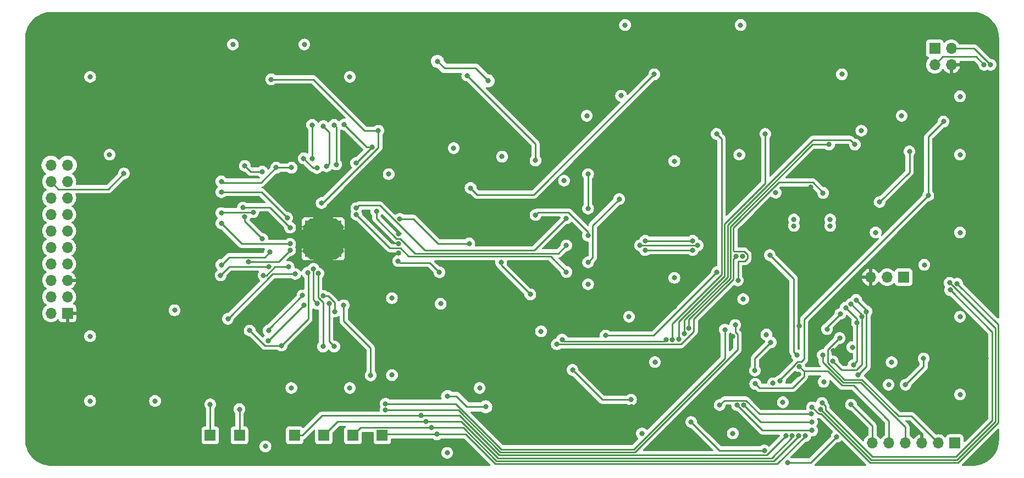
<source format=gbr>
%TF.GenerationSoftware,KiCad,Pcbnew,8.0.1*%
%TF.CreationDate,2024-04-26T19:22:47+02:00*%
%TF.ProjectId,MVBMS_Test_FT24,4d56424d-535f-4546-9573-745f46543234,rev?*%
%TF.SameCoordinates,Original*%
%TF.FileFunction,Copper,L4,Bot*%
%TF.FilePolarity,Positive*%
%FSLAX46Y46*%
G04 Gerber Fmt 4.6, Leading zero omitted, Abs format (unit mm)*
G04 Created by KiCad (PCBNEW 8.0.1) date 2024-04-26 19:22:47*
%MOMM*%
%LPD*%
G01*
G04 APERTURE LIST*
%TA.AperFunction,ComponentPad*%
%ADD10R,1.700000X1.700000*%
%TD*%
%TA.AperFunction,ComponentPad*%
%ADD11O,1.700000X1.700000*%
%TD*%
%TA.AperFunction,ComponentPad*%
%ADD12C,0.800000*%
%TD*%
%TA.AperFunction,SMDPad,CuDef*%
%ADD13R,5.600000X5.600000*%
%TD*%
%TA.AperFunction,ViaPad*%
%ADD14C,0.800000*%
%TD*%
%TA.AperFunction,Conductor*%
%ADD15C,0.250000*%
%TD*%
G04 APERTURE END LIST*
D10*
%TO.P,TP11,1,1*%
%TO.N,/Battery_Management_System_Right/~{CS}*%
X161500000Y-185300000D03*
%TD*%
%TO.P,J2,1,Pin_1*%
%TO.N,/Microcontroller/USART_TX*%
X255300000Y-160900000D03*
D11*
%TO.P,J2,2,Pin_2*%
%TO.N,/Microcontroller/USART_RX*%
X252760000Y-160900000D03*
%TO.P,J2,3,Pin_3*%
%TO.N,GND*%
X250220000Y-160900000D03*
%TD*%
D10*
%TO.P,J3,1,Pin_1*%
%TO.N,GND*%
X126500000Y-166460000D03*
D11*
%TO.P,J3,2,Pin_2*%
%TO.N,/Battery_Management_System_Right/TMP_SCL*%
X123960000Y-166460000D03*
%TO.P,J3,3,Pin_3*%
%TO.N,/Battery_Management_System_Right/TMP_SDA*%
X126500000Y-163920000D03*
%TO.P,J3,4,Pin_4*%
%TO.N,+3V3*%
X123960000Y-163920000D03*
%TO.P,J3,5,Pin_5*%
%TO.N,GND*%
X126500000Y-161380000D03*
%TO.P,J3,6,Pin_6*%
%TO.N,/Battery_Management_System_Right/Filter_Balancing_Block_0/C(n+1:n)_in*%
X123960000Y-161380000D03*
%TO.P,J3,7,Pin_7*%
%TO.N,/Battery_Management_System_Right/Filter_Balancing_Block_0/C(n+1)_in*%
X126500000Y-158840000D03*
%TO.P,J3,8,Pin_8*%
%TO.N,/Battery_Management_System_Right/Filter_Balancing_Block_1/C(n+1:n)_in*%
X123960000Y-158840000D03*
%TO.P,J3,9,Pin_9*%
%TO.N,/Battery_Management_System_Right/Filter_Balancing_Block_1/C(n+1)_in*%
X126500000Y-156300000D03*
%TO.P,J3,10,Pin_10*%
%TO.N,/Battery_Management_System_Right/Filter_Balancing_Block_2/C(n+1:n)_in*%
X123960000Y-156300000D03*
%TO.P,J3,11,Pin_11*%
%TO.N,/Battery_Management_System_Right/Filter_Balancing_Block_2/C(n+1)_in*%
X126500000Y-153760000D03*
%TO.P,J3,12,Pin_12*%
%TO.N,/Battery_Management_System_Right/Filter_Balancing_Block_3/C(n+1:n)_in*%
X123960000Y-153760000D03*
%TO.P,J3,13,Pin_13*%
%TO.N,/Battery_Management_System_Right/Filter_Balancing_Block_3/C(n+1)_in*%
X126500000Y-151220000D03*
%TO.P,J3,14,Pin_14*%
%TO.N,/Battery_Management_System_Right/Filter_Balancing_Block_4/C(n+1:n)_in*%
X123960000Y-151220000D03*
%TO.P,J3,15,Pin_15*%
%TO.N,/Battery_Management_System_Right/Filter_Balancing_Block_4/C(n+1)_in*%
X126500000Y-148680000D03*
%TO.P,J3,16,Pin_16*%
%TO.N,/Battery_Management_System_Right/Filter_Balancing_Block_5/C(n+1:n)_in*%
X123960000Y-148680000D03*
%TO.P,J3,17,Pin_17*%
%TO.N,/Battery_Management_System_Right/Filter_Balancing_Block_5/C(n+1)_in*%
X126500000Y-146140000D03*
%TO.P,J3,18,Pin_18*%
%TO.N,/Battery_Management_System_Right/Filter_Balancing_Block_6/C(n+1:n)_in*%
X123960000Y-146140000D03*
%TO.P,J3,19,Pin_19*%
%TO.N,/Battery_Management_System_Right/Filter_Balancing_Block_6/C(n+1)_in*%
X126500000Y-143600000D03*
%TO.P,J3,20,Pin_20*%
X123960000Y-143600000D03*
%TD*%
D10*
%TO.P,TP1,1,1*%
%TO.N,/Battery_Management_System_Right/SCK(IPA)*%
X166000000Y-185300000D03*
%TD*%
%TO.P,TP10,1,1*%
%TO.N,/Battery_Management_System_Right/MISO*%
X170500000Y-185300000D03*
%TD*%
%TO.P,TP12,1,1*%
%TO.N,/Battery_Management_System_Right/TMP_SDA*%
X148500000Y-185300000D03*
%TD*%
%TO.P,J4,1,Pin_1*%
%TO.N,+12V*%
X260100000Y-125600000D03*
D11*
%TO.P,J4,2,Pin_2*%
%TO.N,/CAN_Transciever/CAN_LOW*%
X262640000Y-125600000D03*
%TO.P,J4,3,Pin_3*%
%TO.N,/CAN_Transciever/CAN_HIGH*%
X260100000Y-128140000D03*
%TO.P,J4,4,Pin_4*%
%TO.N,GND*%
X262640000Y-128140000D03*
%TD*%
D10*
%TO.P,TP13,1,1*%
%TO.N,/Battery_Management_System_Right/TMP_SCL*%
X153000000Y-185300000D03*
%TD*%
D12*
%TO.P,U4,67,V-*%
%TO.N,GND*%
X168300000Y-152600000D03*
X167100000Y-152600000D03*
X165900000Y-152600000D03*
X164700000Y-152600000D03*
X163500000Y-152600000D03*
X168300000Y-153800000D03*
X167100000Y-153800000D03*
X165900000Y-153800000D03*
X164700000Y-153800000D03*
X163500000Y-153800000D03*
X168300000Y-155000000D03*
X167100000Y-155000000D03*
X165900000Y-155000000D03*
D13*
X165900000Y-155000000D03*
D12*
X164700000Y-155000000D03*
X163500000Y-155000000D03*
X168300000Y-156200000D03*
X167100000Y-156200000D03*
X165900000Y-156200000D03*
X164700000Y-156200000D03*
X163500000Y-156200000D03*
X168300000Y-157400000D03*
X167100000Y-157400000D03*
X165900000Y-157400000D03*
X164700000Y-157400000D03*
X163500000Y-157400000D03*
%TD*%
D10*
%TO.P,TP9,1,1*%
%TO.N,/Battery_Management_System_Right/MOSI*%
X175000000Y-185300000D03*
%TD*%
%TO.P,J1,1,Pin_1*%
%TO.N,+3V3*%
X263200000Y-186500000D03*
D11*
%TO.P,J1,2,Pin_2*%
%TO.N,/Microcontroller/SWCLK*%
X260660000Y-186500000D03*
%TO.P,J1,3,Pin_3*%
%TO.N,GND*%
X258120000Y-186500000D03*
%TO.P,J1,4,Pin_4*%
%TO.N,/Microcontroller/SWDIO*%
X255580000Y-186500000D03*
%TO.P,J1,5,Pin_5*%
%TO.N,/Microcontroller/NRST*%
X253040000Y-186500000D03*
%TO.P,J1,6,Pin_6*%
%TO.N,/Microcontroller/Trace_SWO*%
X250500000Y-186500000D03*
%TD*%
D14*
%TO.N,GND*%
X188000000Y-174000000D03*
X220000000Y-147000000D03*
X220000000Y-135000000D03*
X267000000Y-123000000D03*
X189000000Y-164000000D03*
X250000000Y-144000000D03*
X170500000Y-188000000D03*
X177500000Y-157200000D03*
X239162653Y-175848097D03*
X201000000Y-141000000D03*
X135000000Y-175000000D03*
X220000000Y-165500000D03*
X244000000Y-156000000D03*
X213000000Y-161000000D03*
X254000000Y-144000000D03*
X229000000Y-170000000D03*
X158200000Y-162700000D03*
X125000000Y-188000000D03*
X266000000Y-189000000D03*
X214000000Y-174000000D03*
X202000000Y-164000000D03*
X170662500Y-155638604D03*
X142000000Y-134000000D03*
X241000000Y-147000000D03*
X254000000Y-142000000D03*
X168149522Y-160300000D03*
X244462653Y-180348097D03*
X135500000Y-138500000D03*
X263100000Y-131700000D03*
X125000000Y-122000000D03*
X172000000Y-133000000D03*
X187000000Y-165000000D03*
X189000000Y-162000000D03*
X122000000Y-185000000D03*
X254000000Y-143000000D03*
X177500000Y-155700000D03*
X241000000Y-123000000D03*
X171300000Y-161700000D03*
X268050000Y-173450000D03*
X157000000Y-185000000D03*
X193000000Y-164000000D03*
X203000000Y-148000000D03*
X202000000Y-176000000D03*
X177500000Y-154200000D03*
X268000000Y-188000000D03*
X145000000Y-185000000D03*
X158200000Y-147300000D03*
X176000000Y-173000000D03*
X133000000Y-125000000D03*
X122000000Y-125000000D03*
X125000000Y-133000000D03*
X176000000Y-148000000D03*
X260000000Y-166000000D03*
X240000000Y-187500000D03*
X213400000Y-180900000D03*
X123000000Y-187000000D03*
X173762500Y-167538604D03*
X225000000Y-125000000D03*
X245802500Y-137987500D03*
X202200000Y-125000000D03*
X235000000Y-161000000D03*
X185000000Y-122000000D03*
X250000000Y-125000000D03*
X210000000Y-142000000D03*
X204400000Y-185700000D03*
X234162653Y-168148097D03*
X123000000Y-123000000D03*
X140000000Y-165000000D03*
X256000000Y-157000000D03*
X265000000Y-170000000D03*
X241400000Y-172200000D03*
X170000000Y-125000000D03*
X230000000Y-147000000D03*
X155500000Y-167000000D03*
X250000000Y-142000000D03*
X193000000Y-162000000D03*
X144000000Y-142500000D03*
X193000000Y-163000000D03*
X220000000Y-185000000D03*
X257000000Y-146500000D03*
X239262653Y-168448097D03*
X188000000Y-141000000D03*
X266000000Y-145000000D03*
X250000000Y-143000000D03*
X238000000Y-136000000D03*
X189000000Y-163000000D03*
X245500000Y-187500000D03*
X265000000Y-122000000D03*
X264547268Y-128144685D03*
X188000000Y-188000000D03*
X269000000Y-186000000D03*
X262012691Y-180010066D03*
X267000000Y-157000000D03*
X268000000Y-125000000D03*
X262200000Y-131700000D03*
X244505000Y-172198098D03*
X144700000Y-126300000D03*
%TO.N,+3V3*%
X264000000Y-154000000D03*
X206700000Y-162000000D03*
X230000000Y-142000000D03*
X211800000Y-132900000D03*
X235200000Y-177248097D03*
X170000000Y-130000000D03*
X206500000Y-136000000D03*
X203000000Y-146000000D03*
X170000000Y-178000000D03*
X176487500Y-164138604D03*
X230600000Y-164275000D03*
X264000000Y-167000000D03*
X161000000Y-178000000D03*
X244000000Y-152000000D03*
X220000000Y-143000000D03*
X199450000Y-169250000D03*
X230523674Y-157703395D03*
X264000000Y-133000000D03*
X255000000Y-136000000D03*
X140000000Y-180000000D03*
X235600000Y-147850000D03*
X251000000Y-154000000D03*
X238400000Y-152000000D03*
X176000000Y-145000000D03*
X212400000Y-122000000D03*
X220000000Y-161000000D03*
X236700000Y-180188098D03*
X133000000Y-142000000D03*
X238400000Y-153000000D03*
X163000000Y-125000000D03*
X258500000Y-159000000D03*
X130000000Y-130000000D03*
X253455000Y-174018097D03*
X244000000Y-153000000D03*
X185000000Y-188000000D03*
X264000000Y-142000000D03*
X230200000Y-122000000D03*
X213000000Y-167000000D03*
X247407654Y-171693098D03*
X215000000Y-185000000D03*
X234162653Y-169748097D03*
X243000000Y-177050000D03*
X184000000Y-165000000D03*
X143000000Y-166000000D03*
X130000000Y-180000000D03*
X190000000Y-178000000D03*
X264000000Y-179000000D03*
X130000000Y-170000000D03*
X253000000Y-177500000D03*
X152000000Y-125000000D03*
X248802500Y-138293750D03*
X229000000Y-185000000D03*
X157000000Y-187000000D03*
X245800000Y-129600000D03*
X176500000Y-176000000D03*
X193455000Y-142300000D03*
X217000000Y-174000000D03*
X186000000Y-141000000D03*
%TO.N,/CAN_Transciever/V_{ref}*%
X255600000Y-177500000D03*
X258400000Y-173448097D03*
%TO.N,/CAN_Transciever/CAN_HIGH*%
X267700000Y-128140000D03*
%TO.N,/CAN_Transciever/CAN_LOW*%
X268717653Y-128132347D03*
%TO.N,+12V*%
X226550000Y-160125951D03*
X229800000Y-161400000D03*
X242900000Y-147900000D03*
X209400000Y-169900000D03*
%TO.N,/Microcontroller/Status_LED_R*%
X241200000Y-180975305D03*
X263565076Y-161902576D03*
%TO.N,/Microcontroller/Status_LED_G*%
X262393598Y-161756402D03*
X242537347Y-181287347D03*
%TO.N,/Microcontroller/Status_LED_B*%
X262470000Y-162880000D03*
X242750000Y-180300000D03*
%TO.N,/Input_Output/Aux_In*%
X230696286Y-180644722D03*
X222241983Y-168800000D03*
X243800000Y-140437500D03*
X241200000Y-183248097D03*
%TO.N,/Input_Output/Aux_Out*%
X247802500Y-140437500D03*
X229668504Y-180642246D03*
X241200000Y-184548097D03*
X221516983Y-169600000D03*
%TO.N,/Input_Output/RELAY_DRAIN*%
X251600000Y-149300000D03*
X256200000Y-141500000D03*
%TO.N,/Battery_Management_System_Right/TMP_SCL*%
X243500000Y-168900000D03*
X153000000Y-181263604D03*
X175499795Y-181425205D03*
X245562653Y-166548097D03*
X229372653Y-168275000D03*
%TO.N,/Battery_Management_System_Right/TMP_SDA*%
X227762653Y-169000000D03*
X175500026Y-180425203D03*
X148500000Y-180538604D03*
%TO.N,/Battery_Management_System_Right/MISO*%
X182600000Y-184125000D03*
X239150006Y-185400000D03*
%TO.N,/Battery_Management_System_Right/SCK(IPA)*%
X181750000Y-183200000D03*
X238150003Y-185400000D03*
%TO.N,/Battery_Management_System_Right/MOSI*%
X183400000Y-185150000D03*
X240150009Y-185400000D03*
%TO.N,/Microcontroller/NRST*%
X232462653Y-177348097D03*
X239244522Y-174693098D03*
%TO.N,/Microcontroller/Trace_SWO*%
X247200000Y-180550000D03*
%TO.N,/Microcontroller/SWDIO*%
X242850000Y-172900000D03*
%TO.N,/Microcontroller/SWCLK*%
X245450000Y-170280598D03*
%TO.N,/Input_Output/PWM_PG_Fan_2*%
X219700000Y-170525000D03*
X226500000Y-138800000D03*
%TO.N,/Input_Output/PWM_PG_Fan_1*%
X220700000Y-170500000D03*
X234000000Y-138800000D03*
%TO.N,/Input_Output/RELAY_ENABLE*%
X236256386Y-176902074D03*
X259102500Y-148297500D03*
X261462500Y-136887500D03*
%TO.N,/Input_Output/PRECHARGE_ENABLE*%
X226969625Y-180630375D03*
X193300000Y-158600000D03*
X197800000Y-163550000D03*
X202700000Y-170525000D03*
X241100000Y-182012347D03*
X218699997Y-170525000D03*
%TO.N,/Battery_Management_System_Right/Filter_Balancing_Block_0/C(n+1)*%
X165925000Y-163800000D03*
X167650000Y-166200000D03*
%TO.N,/Battery_Management_System_Right/Filter_Balancing_Block_0/S(n+1)P*%
X167600000Y-171600000D03*
X166800000Y-165000000D03*
%TO.N,/Battery_Management_System_Right/Filter_Balancing_Block_0/S(n)P*%
X169074847Y-165225153D03*
X173200000Y-176038604D03*
%TO.N,/Battery_Management_System_Right/Filter_Balancing_Block_1/C(n+1:n)_in*%
X162700000Y-163700000D03*
X157500000Y-169125000D03*
%TO.N,/Battery_Management_System_Right/Filter_Balancing_Block_1/S(n+1)P*%
X162900000Y-165200000D03*
X157425000Y-170675000D03*
%TO.N,/Battery_Management_System_Right/Filter_Balancing_Block_1/S(n)P*%
X165886186Y-171600000D03*
X165149398Y-160300000D03*
%TO.N,/Battery_Management_System_Right/Filter_Balancing_Block_0/C(n+1)_in*%
X165000000Y-165000000D03*
X164400000Y-159600000D03*
%TO.N,/Battery_Management_System_Right/Filter_Balancing_Block_2/C(n+1)*%
X160560444Y-159304562D03*
X156700000Y-160625000D03*
%TO.N,/Battery_Management_System_Right/Filter_Balancing_Block_2/S(n+1)P*%
X150100000Y-160600000D03*
X157500000Y-159258246D03*
%TO.N,/Battery_Management_System_Right/Filter_Balancing_Block_2/S(n)P*%
X151225000Y-167325000D03*
X161600000Y-160400000D03*
%TO.N,/Battery_Management_System_Right/Filter_Balancing_Block_1/C(n+1)_in*%
X163500000Y-160200000D03*
X154575000Y-169125000D03*
X159475000Y-171450000D03*
%TO.N,/Battery_Management_System_Right/Filter_Balancing_Block_3/C(n+1:n)_in*%
X156516419Y-154976847D03*
X153796763Y-151612347D03*
%TO.N,/Battery_Management_System_Right/Filter_Balancing_Block_3/S(n+1)P*%
X160800000Y-155755257D03*
X150200000Y-152600000D03*
%TO.N,/Battery_Management_System_Right/Filter_Balancing_Block_3/S(n)P*%
X157700000Y-157025000D03*
X150200000Y-159000000D03*
%TO.N,/Battery_Management_System_Right/Filter_Balancing_Block_2/C(n+1)_in*%
X160800000Y-156755260D03*
X154400000Y-158533246D03*
%TO.N,/Battery_Management_System_Right/Filter_Balancing_Block_4/C(n+1)*%
X153825000Y-143725000D03*
X156500000Y-144600000D03*
%TO.N,/Battery_Management_System_Right/Filter_Balancing_Block_4/C(n+1:n)_in*%
X160363078Y-151750607D03*
X150200000Y-147775000D03*
%TO.N,/Battery_Management_System_Right/Filter_Balancing_Block_4/S(n)P*%
X155125000Y-150887347D03*
X150200000Y-151000000D03*
%TO.N,/Battery_Management_System_Right/Filter_Balancing_Block_3/C(n+1)_in*%
X160800000Y-153249935D03*
X153542024Y-150162347D03*
%TO.N,/Battery_Management_System_Right/Filter_Balancing_Block_5/C(n+1)*%
X164942332Y-144042332D03*
X162896106Y-142574523D03*
%TO.N,/Battery_Management_System_Right/Filter_Balancing_Block_5/S(n+1)P*%
X164200000Y-142600000D03*
X164200000Y-137400000D03*
%TO.N,/Battery_Management_System_Right/Filter_Balancing_Block_4/C(n+1)_in*%
X150200000Y-146125000D03*
X158654108Y-144000000D03*
X161025000Y-144000000D03*
%TO.N,/Battery_Management_System_Right/Filter_Balancing_Block_6/C(n+1:n)_in*%
X135200000Y-144900000D03*
X173418749Y-140818750D03*
X169137500Y-137362500D03*
X170968750Y-143268750D03*
%TO.N,/Battery_Management_System_Right/Filter_Balancing_Block_6/S(n+1)P*%
X174400000Y-138300000D03*
X157887500Y-130375000D03*
X165650478Y-149462956D03*
%TO.N,/Battery_Management_System_Right/Filter_Balancing_Block_6/S(n)P*%
X165923506Y-137585511D03*
X166400000Y-143800000D03*
%TO.N,/Battery_Management_System_Right/Filter_Balancing_Block_5/C(n+1)_in*%
X167900000Y-143500000D03*
X167600000Y-137400000D03*
%TO.N,/Input_Output/60V_ENABLE*%
X238906975Y-172944250D03*
X234700000Y-157500000D03*
%TO.N,/Input_Output/PWM_Battery_Cooling*%
X237450000Y-189500000D03*
X245000000Y-185500000D03*
X233850000Y-187625000D03*
X222575000Y-183250000D03*
%TO.N,/Input_Output/BATT_FAN_POWER*%
X185050000Y-179300203D03*
X190950000Y-180900000D03*
%TO.N,/Battery_Management_System_Right/~{CS}*%
X181000000Y-182250000D03*
X237150000Y-185400000D03*
%TO.N,+5V*%
X216900000Y-129600000D03*
X188400000Y-155700000D03*
X188600000Y-147150000D03*
X177700000Y-151900000D03*
%TO.N,Net-(C1-Pad2)*%
X232400000Y-175300000D03*
X234862653Y-170948097D03*
%TO.N,Net-(Q1-B)*%
X183800000Y-160150000D03*
X177450000Y-158400000D03*
%TO.N,Net-(R19-Pad2)*%
X229524049Y-157675951D03*
X201900000Y-171250000D03*
%TO.N,/Battery_Management_System_Right/CURRENT_MEASUREMENT*%
X203350000Y-160100000D03*
X171000000Y-151250003D03*
%TO.N,/Input_Output/RELAY_BATT_SIDE*%
X191300000Y-130600000D03*
X183500000Y-127600000D03*
%TO.N,/Input_Output/CURRENT_MEASUREMENT*%
X211500000Y-148850000D03*
X206700000Y-158600000D03*
%TO.N,/Input_Output/RELAY_BATT_SIDE_VOLTAGE*%
X206700000Y-150300000D03*
X206700000Y-145000000D03*
%TO.N,/Battery_Management_System_Right/RELAY_BATT_SIDE_VOLTAGE*%
X203350000Y-151800000D03*
X171000000Y-150250000D03*
%TO.N,/Microcontroller/RELAY_BATT_SIDE_VOLTAGE*%
X215513736Y-155275000D03*
X222800000Y-155275000D03*
%TO.N,/Battery_Management_System_Right/RELAY_ESC_SIDE_VOLTAGE*%
X174100000Y-150750000D03*
X203350000Y-156000000D03*
%TO.N,/Microcontroller/RELAY_ESC_SIDE_VOLTAGE*%
X214700000Y-156000000D03*
X223600000Y-156000000D03*
%TO.N,/Input_Output/RELAY_ESC_SIDE_VOLTAGE*%
X188100000Y-129800000D03*
X206700000Y-154500000D03*
X198600000Y-142900000D03*
X198600000Y-151300000D03*
%TO.N,/Microcontroller/CURRENT_MEASUREMENT*%
X222800000Y-156725000D03*
X215500000Y-156725000D03*
%TO.N,Net-(U7-PA8)*%
X249582654Y-166200000D03*
X248313882Y-175986118D03*
X248011595Y-164415912D03*
%TO.N,Net-(U7-PA9)*%
X247213736Y-165018760D03*
X248857654Y-167000000D03*
X244380375Y-173869625D03*
%TO.N,Net-(U7-PA10)*%
X246400000Y-165600000D03*
X248132654Y-167900000D03*
X247603108Y-174472778D03*
%TO.N,Net-(JP3-A)*%
X204300000Y-175200000D03*
X213305000Y-179795000D03*
%TD*%
D15*
%TO.N,/CAN_Transciever/V_{ref}*%
X258400000Y-174700000D02*
X255600000Y-177500000D01*
X258400000Y-173448097D02*
X258400000Y-174700000D01*
%TO.N,/CAN_Transciever/CAN_HIGH*%
X261340000Y-126900000D02*
X260100000Y-128140000D01*
X266460000Y-126900000D02*
X261340000Y-126900000D01*
X267700000Y-128140000D02*
X266460000Y-126900000D01*
%TO.N,/CAN_Transciever/CAN_LOW*%
X268717653Y-128132347D02*
X266185306Y-125600000D01*
X266185306Y-125600000D02*
X262640000Y-125600000D01*
%TO.N,+12V*%
X209400000Y-169900000D02*
X216775951Y-169900000D01*
X241300305Y-146275000D02*
X242900000Y-147874695D01*
X229826977Y-158428395D02*
X230823979Y-158428395D01*
X230796535Y-156950951D02*
X229223744Y-156950951D01*
X229223744Y-156950951D02*
X229075000Y-156802207D01*
X242900000Y-147874695D02*
X242900000Y-147900000D01*
X230823979Y-158428395D02*
X231248674Y-158003700D01*
X231248674Y-157403090D02*
X230796535Y-156950951D01*
X229800000Y-161400000D02*
X229800000Y-158455372D01*
X229075000Y-153248744D02*
X236048744Y-146275000D01*
X216775951Y-169900000D02*
X226550000Y-160125951D01*
X229075000Y-156802207D02*
X229075000Y-153248744D01*
X236048744Y-146275000D02*
X241300305Y-146275000D01*
X229800000Y-158455372D02*
X229826977Y-158428395D01*
X231248674Y-158003700D02*
X231248674Y-157403090D01*
%TO.N,/Microcontroller/Status_LED_R*%
X263700000Y-189500000D02*
X269875000Y-183325000D01*
X269875000Y-168212500D02*
X263565076Y-161902576D01*
X242237042Y-182012347D02*
X242625951Y-182012347D01*
X250113604Y-189500000D02*
X263700000Y-189500000D01*
X269875000Y-183325000D02*
X269875000Y-168212500D01*
X241200000Y-180975305D02*
X242237042Y-182012347D01*
X242625951Y-182012347D02*
X250113604Y-189500000D01*
%TO.N,/Microcontroller/Status_LED_G*%
X263513604Y-189050000D02*
X250300000Y-189050000D01*
X269425000Y-183138604D02*
X263513604Y-189050000D01*
X269425000Y-168787805D02*
X269425000Y-183138604D01*
X262393598Y-161756402D02*
X269425000Y-168787805D01*
X250300000Y-189050000D02*
X242537347Y-181287347D01*
%TO.N,/Microcontroller/Status_LED_B*%
X243262347Y-180812347D02*
X242750000Y-180300000D01*
X263327208Y-188600000D02*
X250486396Y-188600000D01*
X250486396Y-188600000D02*
X243262347Y-181375951D01*
X262470000Y-162880000D02*
X268975000Y-169385000D01*
X268975000Y-169385000D02*
X268975000Y-182952208D01*
X243262347Y-181375951D02*
X243262347Y-180812347D01*
X268975000Y-182952208D02*
X263327208Y-188600000D01*
%TO.N,/Input_Output/Aux_In*%
X222241983Y-167444413D02*
X228625000Y-161061396D01*
X228625000Y-161061396D02*
X228625000Y-153062348D01*
X228625000Y-153062348D02*
X241249848Y-140437500D01*
X241200000Y-183248097D02*
X233299661Y-183248097D01*
X233299661Y-183248097D02*
X230696286Y-180644722D01*
X241249848Y-140437500D02*
X243800000Y-140437500D01*
X222241983Y-168800000D02*
X222241983Y-167444413D01*
%TO.N,/Input_Output/Aux_Out*%
X221516983Y-167533017D02*
X228175000Y-160875000D01*
X241200000Y-184548097D02*
X233574355Y-184548097D01*
X228175000Y-152875952D02*
X241338452Y-139712500D01*
X221516983Y-169600000D02*
X221516983Y-167533017D01*
X228175000Y-160875000D02*
X228175000Y-152875952D01*
X247077500Y-139712500D02*
X247802500Y-140437500D01*
X241338452Y-139712500D02*
X247077500Y-139712500D01*
X233574355Y-184548097D02*
X229668504Y-180642246D01*
%TO.N,/Input_Output/RELAY_DRAIN*%
X256200000Y-141500000D02*
X256200000Y-144700000D01*
X256200000Y-144700000D02*
X251600000Y-149300000D01*
%TO.N,/Battery_Management_System_Right/TMP_SCL*%
X229725000Y-172075000D02*
X213900000Y-187900000D01*
X186688809Y-181425205D02*
X175499795Y-181425205D01*
X193163604Y-187900000D02*
X186688809Y-181425205D01*
X229725000Y-169699695D02*
X229725000Y-172075000D01*
X153000000Y-181263604D02*
X153000000Y-185300000D01*
X243500000Y-168900000D02*
X243500000Y-168610750D01*
X213900000Y-187900000D02*
X193163604Y-187900000D01*
X243500000Y-168610750D02*
X245562653Y-166548097D01*
X229372653Y-168275000D02*
X229372653Y-169347348D01*
X229372653Y-169347348D02*
X229725000Y-169699695D01*
%TO.N,/Battery_Management_System_Right/TMP_SDA*%
X186325203Y-180425203D02*
X175500026Y-180425203D01*
X148500000Y-180538604D02*
X148500000Y-185300000D01*
X213713604Y-187450000D02*
X193350000Y-187450000D01*
X227762653Y-173400951D02*
X213713604Y-187450000D01*
X193350000Y-187450000D02*
X186325203Y-180425203D01*
X227762653Y-169000000D02*
X227762653Y-173400951D01*
%TO.N,/Battery_Management_System_Right/MISO*%
X171675000Y-184125000D02*
X170500000Y-185300000D01*
X235325308Y-189250000D02*
X239150006Y-185425302D01*
X187479416Y-184125000D02*
X192604416Y-189250000D01*
X192604416Y-189250000D02*
X235325308Y-189250000D01*
X182600000Y-184125000D02*
X187479416Y-184125000D01*
X182600000Y-184125000D02*
X171675000Y-184125000D01*
X239150006Y-185425302D02*
X239150006Y-185400000D01*
%TO.N,/Battery_Management_System_Right/SCK(IPA)*%
X181750000Y-183200000D02*
X168100000Y-183200000D01*
X187190812Y-183200000D02*
X192790812Y-188800000D01*
X192790812Y-188800000D02*
X234975305Y-188800000D01*
X168100000Y-183200000D02*
X166000000Y-185300000D01*
X234975305Y-188800000D02*
X238150003Y-185625302D01*
X238150003Y-185625302D02*
X238150003Y-185400000D01*
X181750000Y-183200000D02*
X187190812Y-183200000D01*
%TO.N,/Battery_Management_System_Right/MOSI*%
X187868020Y-185150000D02*
X192418020Y-189700000D01*
X183400000Y-185150000D02*
X175150000Y-185150000D01*
X240150009Y-185425302D02*
X240150009Y-185400000D01*
X183400000Y-185150000D02*
X187868020Y-185150000D01*
X175150000Y-185150000D02*
X175000000Y-185300000D01*
X192418020Y-189700000D02*
X235875311Y-189700000D01*
X235875311Y-189700000D02*
X240150009Y-185425302D01*
%TO.N,/Microcontroller/NRST*%
X243623882Y-175411229D02*
X245823771Y-177611118D01*
X239962653Y-176210140D02*
X239962653Y-175411229D01*
X232462653Y-177348097D02*
X233087653Y-177973097D01*
X247611118Y-177611118D02*
X253040000Y-183040000D01*
X236349695Y-177971879D02*
X236950305Y-177971879D01*
X236951523Y-177973097D02*
X238199696Y-177973097D01*
X236950305Y-177971879D02*
X236951523Y-177973097D01*
X239962653Y-175411229D02*
X239244522Y-174693098D01*
X238199696Y-177973097D02*
X239962653Y-176210140D01*
X233087653Y-177973097D02*
X236348477Y-177973097D01*
X239962653Y-175411229D02*
X243623882Y-175411229D01*
X253040000Y-183040000D02*
X253040000Y-186500000D01*
X245823771Y-177611118D02*
X247611118Y-177611118D01*
X236348477Y-177973097D02*
X236349695Y-177971879D01*
%TO.N,/Microcontroller/Trace_SWO*%
X247200000Y-180550000D02*
X250500000Y-183850000D01*
X250500000Y-183850000D02*
X250500000Y-186500000D01*
%TO.N,/Microcontroller/SWDIO*%
X242850000Y-174000951D02*
X246010167Y-177161118D01*
X248724722Y-177161118D02*
X255580000Y-184016396D01*
X246010167Y-177161118D02*
X248724722Y-177161118D01*
X255580000Y-184016396D02*
X255580000Y-186500000D01*
X242850000Y-172900000D02*
X242850000Y-174000951D01*
%TO.N,/Microcontroller/SWCLK*%
X243600000Y-174114555D02*
X246196563Y-176711118D01*
X254525000Y-182325000D02*
X256485000Y-182325000D01*
X245450000Y-170280598D02*
X245397195Y-170280598D01*
X246196563Y-176711118D02*
X248911118Y-176711118D01*
X248911118Y-176711118D02*
X254525000Y-182325000D01*
X243600000Y-172077793D02*
X243600000Y-174114555D01*
X245397195Y-170280598D02*
X243600000Y-172077793D01*
X256485000Y-182325000D02*
X260660000Y-186500000D01*
%TO.N,/Input_Output/PWM_PG_Fan_2*%
X219700000Y-168077208D02*
X227275000Y-160502208D01*
X227275000Y-160502208D02*
X227275000Y-139575000D01*
X227275000Y-139575000D02*
X226500000Y-138800000D01*
X219700000Y-170525000D02*
X219700000Y-168077208D01*
%TO.N,/Input_Output/PWM_PG_Fan_1*%
X220700000Y-170500000D02*
X220700000Y-167713604D01*
X234000000Y-146414556D02*
X234000000Y-138800000D01*
X220700000Y-167713604D02*
X227725000Y-160688604D01*
X227725000Y-160688604D02*
X227725000Y-152689556D01*
X227725000Y-152689556D02*
X234000000Y-146414556D01*
%TO.N,/Input_Output/RELAY_ENABLE*%
X238944217Y-173968098D02*
X238519522Y-174392793D01*
X236256386Y-176743614D02*
X236256386Y-176902074D01*
X259102500Y-148297500D02*
X239987653Y-167412347D01*
X259102500Y-148297500D02*
X259102500Y-139247500D01*
X239544827Y-173968098D02*
X238944217Y-173968098D01*
X239969522Y-173543403D02*
X239544827Y-173968098D01*
X239987653Y-167412347D02*
X239987653Y-168748402D01*
X239987653Y-168748402D02*
X239969522Y-168766533D01*
X238519522Y-174480478D02*
X236256386Y-176743614D01*
X238519522Y-174392793D02*
X238519522Y-174480478D01*
X259102500Y-139247500D02*
X261462500Y-136887500D01*
X239969522Y-168766533D02*
X239969522Y-173543403D01*
%TO.N,/Input_Output/PRECHARGE_ENABLE*%
X226969625Y-180630375D02*
X227682754Y-179917246D01*
X193300000Y-159050000D02*
X193300000Y-158600000D01*
X218699997Y-170525000D02*
X218424997Y-170800000D01*
X202975000Y-170800000D02*
X202700000Y-170525000D01*
X218424997Y-170800000D02*
X202975000Y-170800000D01*
X197800000Y-163550000D02*
X193300000Y-159050000D01*
X230994115Y-179917246D02*
X233089216Y-182012347D01*
X227682754Y-179917246D02*
X230994115Y-179917246D01*
X233089216Y-182012347D02*
X241100000Y-182012347D01*
%TO.N,/Battery_Management_System_Right/Filter_Balancing_Block_0/C(n+1)*%
X167650000Y-164824695D02*
X166625305Y-163800000D01*
X167650000Y-166200000D02*
X167650000Y-164824695D01*
X166625305Y-163800000D02*
X165925000Y-163800000D01*
%TO.N,/Battery_Management_System_Right/Filter_Balancing_Block_0/S(n+1)P*%
X166800000Y-170800000D02*
X166800000Y-165000000D01*
X167600000Y-171600000D02*
X166800000Y-170800000D01*
%TO.N,/Battery_Management_System_Right/Filter_Balancing_Block_0/S(n)P*%
X173200000Y-171800000D02*
X169074847Y-167674847D01*
X169074847Y-167674847D02*
X169074847Y-165225153D01*
X173200000Y-176038604D02*
X173200000Y-171800000D01*
%TO.N,/Battery_Management_System_Right/Filter_Balancing_Block_1/C(n+1:n)_in*%
X162700000Y-163700000D02*
X157500000Y-168900000D01*
X157500000Y-168900000D02*
X157500000Y-169125000D01*
%TO.N,/Battery_Management_System_Right/Filter_Balancing_Block_1/S(n+1)P*%
X162900000Y-165200000D02*
X157425000Y-170675000D01*
%TO.N,/Battery_Management_System_Right/Filter_Balancing_Block_1/S(n)P*%
X165886186Y-164786491D02*
X165149398Y-164049703D01*
X165149398Y-164049703D02*
X165149398Y-160300000D01*
X165886186Y-171600000D02*
X165886186Y-164786491D01*
%TO.N,/Battery_Management_System_Right/Filter_Balancing_Block_0/C(n+1)_in*%
X164400000Y-164400000D02*
X164400000Y-159600000D01*
X165000000Y-165000000D02*
X164400000Y-164400000D01*
%TO.N,/Battery_Management_System_Right/Filter_Balancing_Block_2/C(n+1)*%
X158478989Y-159304562D02*
X160560444Y-159304562D01*
X157158551Y-160625000D02*
X158478989Y-159304562D01*
X156700000Y-160625000D02*
X157158551Y-160625000D01*
%TO.N,/Battery_Management_System_Right/Filter_Balancing_Block_2/S(n+1)P*%
X151441754Y-159258246D02*
X150100000Y-160600000D01*
X157500000Y-159258246D02*
X151441754Y-159258246D01*
%TO.N,/Battery_Management_System_Right/Filter_Balancing_Block_2/S(n)P*%
X158150000Y-160400000D02*
X161600000Y-160400000D01*
X151225000Y-167325000D02*
X158150000Y-160400000D01*
%TO.N,/Battery_Management_System_Right/Filter_Balancing_Block_1/C(n+1)_in*%
X159475000Y-171450000D02*
X163625000Y-167300000D01*
X159475000Y-171450000D02*
X156900000Y-171450000D01*
X163625000Y-167300000D02*
X163625000Y-160325000D01*
X156900000Y-171450000D02*
X154575000Y-169125000D01*
X163625000Y-160325000D02*
X163500000Y-160200000D01*
%TO.N,/Battery_Management_System_Right/Filter_Balancing_Block_3/C(n+1:n)_in*%
X153796763Y-152257192D02*
X153796763Y-151612347D01*
X156516419Y-154976847D02*
X153796763Y-152257192D01*
%TO.N,/Battery_Management_System_Right/Filter_Balancing_Block_3/S(n+1)P*%
X153355257Y-155755257D02*
X150200000Y-152600000D01*
X160800000Y-155755257D02*
X153355257Y-155755257D01*
%TO.N,/Battery_Management_System_Right/Filter_Balancing_Block_3/S(n)P*%
X156920438Y-157804562D02*
X151395438Y-157804562D01*
X151395438Y-157804562D02*
X150200000Y-159000000D01*
X157700000Y-157025000D02*
X156920438Y-157804562D01*
%TO.N,/Battery_Management_System_Right/Filter_Balancing_Block_2/C(n+1)_in*%
X159022014Y-158533246D02*
X154400000Y-158533246D01*
X160800000Y-156755260D02*
X159022014Y-158533246D01*
%TO.N,/Battery_Management_System_Right/Filter_Balancing_Block_4/C(n+1)*%
X153825000Y-143725000D02*
X154700000Y-144600000D01*
X154700000Y-144600000D02*
X156500000Y-144600000D01*
%TO.N,/Battery_Management_System_Right/Filter_Balancing_Block_4/C(n+1:n)_in*%
X156381876Y-147769405D02*
X160363078Y-151750607D01*
X150200000Y-147775000D02*
X150205595Y-147769405D01*
X150205595Y-147769405D02*
X156381876Y-147769405D01*
%TO.N,/Battery_Management_System_Right/Filter_Balancing_Block_4/S(n)P*%
X155125000Y-150887347D02*
X150312653Y-150887347D01*
X150312653Y-150887347D02*
X150200000Y-151000000D01*
%TO.N,/Battery_Management_System_Right/Filter_Balancing_Block_3/C(n+1)_in*%
X160800000Y-153249935D02*
X157650065Y-150100000D01*
X153604371Y-150100000D02*
X153542024Y-150162347D01*
X157650065Y-150100000D02*
X153604371Y-150100000D01*
%TO.N,/Battery_Management_System_Right/Filter_Balancing_Block_5/C(n+1)*%
X164942332Y-144042332D02*
X164363915Y-144042332D01*
X164363915Y-144042332D02*
X162896106Y-142574523D01*
%TO.N,/Battery_Management_System_Right/Filter_Balancing_Block_5/S(n+1)P*%
X164200000Y-142600000D02*
X164200000Y-137400000D01*
%TO.N,/Battery_Management_System_Right/Filter_Balancing_Block_4/C(n+1)_in*%
X161025000Y-144000000D02*
X158654108Y-144000000D01*
X150200000Y-146125000D02*
X150373472Y-146298472D01*
X156355636Y-146298472D02*
X158654108Y-144000000D01*
X150373472Y-146298472D02*
X156355636Y-146298472D01*
%TO.N,/Battery_Management_System_Right/Filter_Balancing_Block_6/C(n+1:n)_in*%
X125135000Y-147315000D02*
X132785000Y-147315000D01*
X173418749Y-140818751D02*
X173418749Y-140818750D01*
X170968750Y-143268750D02*
X173418749Y-140818751D01*
X132785000Y-147315000D02*
X135200000Y-144900000D01*
X123960000Y-146140000D02*
X125135000Y-147315000D01*
X173418749Y-140818750D02*
X172593750Y-140818750D01*
X172593750Y-140818750D02*
X169137500Y-137362500D01*
%TO.N,/Battery_Management_System_Right/Filter_Balancing_Block_6/S(n+1)P*%
X172274695Y-138300000D02*
X174400000Y-138300000D01*
X164349695Y-130375000D02*
X172274695Y-138300000D01*
X174400000Y-140900000D02*
X165837044Y-149462956D01*
X174400000Y-138300000D02*
X174400000Y-140900000D01*
X157887500Y-130375000D02*
X164349695Y-130375000D01*
X165837044Y-149462956D02*
X165650478Y-149462956D01*
%TO.N,/Battery_Management_System_Right/Filter_Balancing_Block_6/S(n)P*%
X166867638Y-143332362D02*
X166867638Y-138529643D01*
X166867638Y-138529643D02*
X165923506Y-137585511D01*
X166400000Y-143800000D02*
X166867638Y-143332362D01*
%TO.N,/Battery_Management_System_Right/Filter_Balancing_Block_5/C(n+1)_in*%
X167900000Y-143500000D02*
X167900000Y-137700000D01*
X167900000Y-137700000D02*
X167600000Y-137400000D01*
%TO.N,/Input_Output/60V_ENABLE*%
X238362653Y-161162653D02*
X238362653Y-172399928D01*
X234700000Y-157500000D02*
X238362653Y-161162653D01*
X238362653Y-172399928D02*
X238906975Y-172944250D01*
%TO.N,/Input_Output/PWM_Battery_Cooling*%
X226950000Y-187625000D02*
X233850000Y-187625000D01*
X245000000Y-185500000D02*
X241000000Y-189500000D01*
X222575000Y-183250000D02*
X226950000Y-187625000D01*
X241000000Y-189500000D02*
X237450000Y-189500000D01*
%TO.N,/Input_Output/BATT_FAN_POWER*%
X188002082Y-180900000D02*
X186402285Y-179300203D01*
X186402285Y-179300203D02*
X185050000Y-179300203D01*
X190950000Y-180900000D02*
X188002082Y-180900000D01*
%TO.N,/Battery_Management_System_Right/~{CS}*%
X165750000Y-182250000D02*
X162700000Y-185300000D01*
X181000000Y-182250000D02*
X165750000Y-182250000D01*
X234200000Y-188350000D02*
X237150000Y-185400000D01*
X162700000Y-185300000D02*
X161500000Y-185300000D01*
X186877208Y-182250000D02*
X192977208Y-188350000D01*
X192977208Y-188350000D02*
X234200000Y-188350000D01*
X181000000Y-182250000D02*
X186877208Y-182250000D01*
%TO.N,+5V*%
X188600000Y-147150000D02*
X189625000Y-148175000D01*
X188400000Y-155700000D02*
X183623896Y-155700000D01*
X189625000Y-148175000D02*
X198325000Y-148175000D01*
X179823896Y-151900000D02*
X177700000Y-151900000D01*
X183623896Y-155700000D02*
X179823896Y-151900000D01*
X198325000Y-148175000D02*
X216900000Y-129600000D01*
%TO.N,Net-(C1-Pad2)*%
X232400000Y-173410750D02*
X234862653Y-170948097D01*
X232400000Y-175300000D02*
X232400000Y-173410750D01*
%TO.N,Net-(Q1-B)*%
X177750000Y-158700000D02*
X182350000Y-158700000D01*
X182350000Y-158700000D02*
X183800000Y-160150000D01*
X177450000Y-158400000D02*
X177750000Y-158700000D01*
%TO.N,Net-(R19-Pad2)*%
X223000000Y-169236055D02*
X220986055Y-171250000D01*
X220986055Y-171250000D02*
X201900000Y-171250000D01*
X229524049Y-157675951D02*
X229075000Y-158125000D01*
X229075000Y-161247792D02*
X223000000Y-167322792D01*
X223000000Y-167322792D02*
X223000000Y-169236055D01*
X229075000Y-158125000D02*
X229075000Y-161247792D01*
%TO.N,/Battery_Management_System_Right/CURRENT_MEASUREMENT*%
X179050305Y-157675000D02*
X177800305Y-156425000D01*
X176174997Y-156425000D02*
X171000000Y-151250003D01*
X177800305Y-156425000D02*
X176174997Y-156425000D01*
X200925000Y-157675000D02*
X179050305Y-157675000D01*
X203350000Y-160100000D02*
X200925000Y-157675000D01*
%TO.N,/Input_Output/RELAY_BATT_SIDE*%
X191300000Y-130600000D02*
X189375000Y-128675000D01*
X189375000Y-128675000D02*
X184575000Y-128675000D01*
X184575000Y-128675000D02*
X183500000Y-127600000D01*
%TO.N,/Input_Output/CURRENT_MEASUREMENT*%
X207425000Y-157875000D02*
X206700000Y-158600000D01*
X211500000Y-148850000D02*
X207425000Y-152925000D01*
X207425000Y-152925000D02*
X207425000Y-157875000D01*
%TO.N,/Input_Output/RELAY_BATT_SIDE_VOLTAGE*%
X206700000Y-145000000D02*
X206700000Y-150300000D01*
%TO.N,/Battery_Management_System_Right/RELAY_BATT_SIDE_VOLTAGE*%
X198375000Y-156775000D02*
X181549695Y-156775000D01*
X203350000Y-151800000D02*
X198375000Y-156775000D01*
X171410369Y-149839631D02*
X171000000Y-150250000D01*
X181549695Y-156775000D02*
X174614326Y-149839631D01*
X174614326Y-149839631D02*
X171410369Y-149839631D01*
%TO.N,/Microcontroller/RELAY_BATT_SIDE_VOLTAGE*%
X222800000Y-155275000D02*
X215513736Y-155275000D01*
%TO.N,/Battery_Management_System_Right/RELAY_ESC_SIDE_VOLTAGE*%
X180050305Y-157225000D02*
X177750305Y-154925000D01*
X174100000Y-151825305D02*
X174100000Y-150750000D01*
X177199695Y-154925000D02*
X174100000Y-151825305D01*
X202125000Y-157225000D02*
X180050305Y-157225000D01*
X203350000Y-156000000D02*
X202125000Y-157225000D01*
X177750305Y-154925000D02*
X177199695Y-154925000D01*
%TO.N,/Microcontroller/RELAY_ESC_SIDE_VOLTAGE*%
X223600000Y-156000000D02*
X214700000Y-156000000D01*
%TO.N,/Input_Output/RELAY_ESC_SIDE_VOLTAGE*%
X198600000Y-151300000D02*
X199000000Y-150900000D01*
X206700000Y-153950000D02*
X206700000Y-154500000D01*
X199000000Y-150900000D02*
X203650000Y-150900000D01*
X188100000Y-129800000D02*
X198600000Y-140300000D01*
X198600000Y-140300000D02*
X198600000Y-142900000D01*
X203650000Y-150900000D02*
X206700000Y-153950000D01*
%TO.N,/Microcontroller/CURRENT_MEASUREMENT*%
X215500000Y-156725000D02*
X222800000Y-156725000D01*
%TO.N,Net-(U7-PA8)*%
X249582654Y-165986971D02*
X249582654Y-166200000D01*
X248011595Y-164415912D02*
X249582654Y-165986971D01*
X249582654Y-174717346D02*
X248313882Y-175986118D01*
X249582654Y-166200000D02*
X249582654Y-174717346D01*
%TO.N,Net-(U7-PA9)*%
X247213736Y-165018760D02*
X248857654Y-166662678D01*
X248857654Y-167000000D02*
X248857654Y-174342346D01*
X248857654Y-166662678D02*
X248857654Y-167000000D01*
X248002222Y-175197778D02*
X245708528Y-175197778D01*
X248857654Y-174342346D02*
X248002222Y-175197778D01*
X245708528Y-175197778D02*
X244380375Y-173869625D01*
%TO.N,Net-(U7-PA10)*%
X247603108Y-174472778D02*
X247603108Y-174364990D01*
X248132654Y-173835444D02*
X248132654Y-167900000D01*
X247603108Y-174364990D02*
X248132654Y-173835444D01*
X248132654Y-167332654D02*
X248132654Y-167900000D01*
X246400000Y-165600000D02*
X248132654Y-167332654D01*
%TO.N,Net-(JP3-A)*%
X213305000Y-179795000D02*
X208895000Y-179795000D01*
X208895000Y-179795000D02*
X204300000Y-175200000D01*
%TD*%
%TA.AperFunction,Conductor*%
%TO.N,GND*%
G36*
X173153804Y-150484816D02*
G01*
X173199559Y-150537620D01*
X173210085Y-150602089D01*
X173194540Y-150750000D01*
X173214326Y-150938256D01*
X173214327Y-150938259D01*
X173272818Y-151118277D01*
X173272821Y-151118284D01*
X173367467Y-151282216D01*
X173393932Y-151311608D01*
X173442650Y-151365715D01*
X173472880Y-151428706D01*
X173474500Y-151448687D01*
X173474500Y-151886911D01*
X173493141Y-151980631D01*
X173493141Y-151980633D01*
X173498534Y-152007749D01*
X173498537Y-152007758D01*
X173545685Y-152121585D01*
X173545687Y-152121588D01*
X173545688Y-152121591D01*
X173561036Y-152144561D01*
X173576887Y-152168282D01*
X173576888Y-152168284D01*
X173614140Y-152224036D01*
X173614141Y-152224037D01*
X173614142Y-152224038D01*
X173701267Y-152311163D01*
X173701268Y-152311163D01*
X173708335Y-152318230D01*
X173708334Y-152318230D01*
X173708338Y-152318233D01*
X176800958Y-155410855D01*
X176800962Y-155410858D01*
X176903405Y-155479309D01*
X176903406Y-155479309D01*
X176903410Y-155479312D01*
X176970091Y-155506931D01*
X176970093Y-155506933D01*
X177012504Y-155524500D01*
X177017243Y-155526463D01*
X177037292Y-155530451D01*
X177070891Y-155537134D01*
X177138087Y-155550501D01*
X177138089Y-155550501D01*
X177267416Y-155550501D01*
X177267436Y-155550500D01*
X177439853Y-155550500D01*
X177506892Y-155570185D01*
X177527534Y-155586819D01*
X177528534Y-155587819D01*
X177562019Y-155649142D01*
X177557035Y-155718834D01*
X177515163Y-155774767D01*
X177449699Y-155799184D01*
X177440853Y-155799500D01*
X176485449Y-155799500D01*
X176418410Y-155779815D01*
X176397768Y-155763181D01*
X171938960Y-151304373D01*
X171905475Y-151243050D01*
X171903323Y-151229674D01*
X171885674Y-151061747D01*
X171827179Y-150881719D01*
X171798597Y-150832214D01*
X171786927Y-150812000D01*
X171770454Y-150744100D01*
X171786928Y-150688000D01*
X171827179Y-150618284D01*
X171849102Y-150550813D01*
X171888539Y-150493137D01*
X171952898Y-150465939D01*
X171967033Y-150465131D01*
X173086765Y-150465131D01*
X173153804Y-150484816D01*
G37*
%TD.AperFunction*%
%TA.AperFunction,Conductor*%
G36*
X175060142Y-151171277D02*
G01*
X175071172Y-151181067D01*
X177994340Y-154104235D01*
X178027825Y-154165558D01*
X178022841Y-154235250D01*
X177980969Y-154291183D01*
X177915505Y-154315600D01*
X177882469Y-154313534D01*
X177834330Y-154303959D01*
X177834329Y-154303959D01*
X177811912Y-154299500D01*
X177811911Y-154299500D01*
X177510148Y-154299500D01*
X177443109Y-154279815D01*
X177422467Y-154263181D01*
X174761819Y-151602533D01*
X174728334Y-151541210D01*
X174725500Y-151514852D01*
X174725500Y-151448687D01*
X174745185Y-151381648D01*
X174757350Y-151365715D01*
X174806068Y-151311608D01*
X174832533Y-151282216D01*
X174876104Y-151206747D01*
X174926670Y-151158533D01*
X174995277Y-151145309D01*
X175060142Y-151171277D01*
G37*
%TD.AperFunction*%
%TA.AperFunction,Conductor*%
G36*
X266000733Y-120000008D02*
G01*
X266191077Y-120002343D01*
X266201681Y-120002930D01*
X266581224Y-120040312D01*
X266593249Y-120042096D01*
X266966527Y-120116345D01*
X266978329Y-120119301D01*
X267342544Y-120229785D01*
X267354002Y-120233885D01*
X267705627Y-120379532D01*
X267716626Y-120384734D01*
X268052282Y-120564147D01*
X268062713Y-120570399D01*
X268379169Y-120781849D01*
X268388942Y-120789097D01*
X268683148Y-121030544D01*
X268692165Y-121038717D01*
X268961282Y-121307834D01*
X268969455Y-121316851D01*
X269210902Y-121611057D01*
X269218150Y-121620830D01*
X269429600Y-121937286D01*
X269435856Y-121947724D01*
X269615264Y-122283372D01*
X269620467Y-122294372D01*
X269766114Y-122645997D01*
X269770214Y-122657455D01*
X269880698Y-123021670D01*
X269883654Y-123033474D01*
X269957902Y-123406744D01*
X269959688Y-123418781D01*
X269997068Y-123798304D01*
X269997656Y-123808937D01*
X269999991Y-123999266D01*
X270000000Y-124000787D01*
X270000000Y-167153548D01*
X269980315Y-167220587D01*
X269927511Y-167266342D01*
X269858353Y-167276286D01*
X269794797Y-167247261D01*
X269788319Y-167241229D01*
X264504036Y-161956946D01*
X264470551Y-161895623D01*
X264468399Y-161882247D01*
X264450750Y-161714320D01*
X264392255Y-161534292D01*
X264297609Y-161370360D01*
X264170947Y-161229688D01*
X264163476Y-161224260D01*
X264017810Y-161118427D01*
X264017805Y-161118424D01*
X263844883Y-161041433D01*
X263844878Y-161041431D01*
X263699077Y-161010441D01*
X263659722Y-161002076D01*
X263470430Y-161002076D01*
X263437973Y-161008974D01*
X263285273Y-161041431D01*
X263285268Y-161041433D01*
X263136325Y-161107748D01*
X263067075Y-161117033D01*
X263003798Y-161087405D01*
X263002908Y-161086611D01*
X262999462Y-161083508D01*
X262846332Y-160972253D01*
X262846327Y-160972250D01*
X262673405Y-160895259D01*
X262673400Y-160895257D01*
X262527599Y-160864267D01*
X262488244Y-160855902D01*
X262298952Y-160855902D01*
X262266495Y-160862800D01*
X262113795Y-160895257D01*
X262113790Y-160895259D01*
X261940868Y-160972250D01*
X261940863Y-160972253D01*
X261787727Y-161083513D01*
X261661064Y-161224187D01*
X261566419Y-161388117D01*
X261566416Y-161388124D01*
X261507925Y-161568142D01*
X261507924Y-161568146D01*
X261488138Y-161756402D01*
X261507924Y-161944658D01*
X261507925Y-161944661D01*
X261566416Y-162124679D01*
X261566419Y-162124686D01*
X261661063Y-162288616D01*
X261661064Y-162288617D01*
X261668146Y-162296482D01*
X261698376Y-162359473D01*
X261689752Y-162428809D01*
X261683385Y-162441455D01*
X261642820Y-162511716D01*
X261585264Y-162688856D01*
X261584326Y-162691744D01*
X261564540Y-162880000D01*
X261584326Y-163068256D01*
X261584327Y-163068259D01*
X261642818Y-163248277D01*
X261642821Y-163248284D01*
X261737467Y-163412216D01*
X261844524Y-163531114D01*
X261864129Y-163552888D01*
X262017265Y-163664148D01*
X262017270Y-163664151D01*
X262190192Y-163741142D01*
X262190197Y-163741144D01*
X262375354Y-163780500D01*
X262434548Y-163780500D01*
X262501587Y-163800185D01*
X262522229Y-163816819D01*
X268313181Y-169607771D01*
X268346666Y-169669094D01*
X268349500Y-169695452D01*
X268349500Y-182641755D01*
X268329815Y-182708794D01*
X268313181Y-182729436D01*
X264762180Y-186280437D01*
X264700857Y-186313922D01*
X264631165Y-186308938D01*
X264575232Y-186267066D01*
X264550815Y-186201602D01*
X264550499Y-186192756D01*
X264550499Y-185602129D01*
X264550498Y-185602123D01*
X264549007Y-185588256D01*
X264544091Y-185542517D01*
X264542810Y-185539083D01*
X264493797Y-185407671D01*
X264493793Y-185407664D01*
X264407547Y-185292455D01*
X264407544Y-185292452D01*
X264292335Y-185206206D01*
X264292328Y-185206202D01*
X264157482Y-185155908D01*
X264157483Y-185155908D01*
X264097883Y-185149501D01*
X264097881Y-185149500D01*
X264097873Y-185149500D01*
X264097864Y-185149500D01*
X262302129Y-185149500D01*
X262302123Y-185149501D01*
X262242516Y-185155908D01*
X262107671Y-185206202D01*
X262107664Y-185206206D01*
X261992455Y-185292452D01*
X261992452Y-185292455D01*
X261906206Y-185407664D01*
X261906203Y-185407669D01*
X261857189Y-185539083D01*
X261815317Y-185595016D01*
X261749853Y-185619433D01*
X261681580Y-185604581D01*
X261653326Y-185583430D01*
X261531402Y-185461506D01*
X261531395Y-185461501D01*
X261337834Y-185325967D01*
X261337830Y-185325965D01*
X261285500Y-185301563D01*
X261123663Y-185226097D01*
X261123659Y-185226096D01*
X261123655Y-185226094D01*
X260895413Y-185164938D01*
X260895403Y-185164936D01*
X260660001Y-185144341D01*
X260659999Y-185144341D01*
X260424590Y-185164937D01*
X260424589Y-185164937D01*
X260324124Y-185191855D01*
X260254274Y-185190191D01*
X260204352Y-185159761D01*
X256977928Y-181933338D01*
X256977925Y-181933334D01*
X256977925Y-181933335D01*
X256970858Y-181926268D01*
X256970858Y-181926267D01*
X256883733Y-181839142D01*
X256883732Y-181839141D01*
X256883731Y-181839140D01*
X256832509Y-181804915D01*
X256789023Y-181775858D01*
X256781286Y-181770688D01*
X256765477Y-181764140D01*
X256754169Y-181759456D01*
X256697323Y-181735910D01*
X256697321Y-181735908D01*
X256667458Y-181723539D01*
X256667454Y-181723537D01*
X256667452Y-181723537D01*
X256667448Y-181723536D01*
X256667444Y-181723535D01*
X256577107Y-181705565D01*
X256577098Y-181705565D01*
X256546607Y-181699500D01*
X256546606Y-181699500D01*
X254835452Y-181699500D01*
X254768413Y-181679815D01*
X254747771Y-181663181D01*
X252084590Y-179000000D01*
X263094540Y-179000000D01*
X263114326Y-179188256D01*
X263114327Y-179188259D01*
X263172818Y-179368277D01*
X263172821Y-179368284D01*
X263267467Y-179532216D01*
X263373070Y-179649500D01*
X263394129Y-179672888D01*
X263547265Y-179784148D01*
X263547270Y-179784151D01*
X263720192Y-179861142D01*
X263720197Y-179861144D01*
X263905354Y-179900500D01*
X263905355Y-179900500D01*
X264094644Y-179900500D01*
X264094646Y-179900500D01*
X264279803Y-179861144D01*
X264452730Y-179784151D01*
X264605871Y-179672888D01*
X264732533Y-179532216D01*
X264827179Y-179368284D01*
X264885674Y-179188256D01*
X264905460Y-179000000D01*
X264885674Y-178811744D01*
X264827179Y-178631716D01*
X264732533Y-178467784D01*
X264605871Y-178327112D01*
X264605870Y-178327111D01*
X264452734Y-178215851D01*
X264452729Y-178215848D01*
X264279807Y-178138857D01*
X264279802Y-178138855D01*
X264134001Y-178107865D01*
X264094646Y-178099500D01*
X263905354Y-178099500D01*
X263872897Y-178106398D01*
X263720197Y-178138855D01*
X263720192Y-178138857D01*
X263547270Y-178215848D01*
X263547265Y-178215851D01*
X263394129Y-178327111D01*
X263267466Y-178467785D01*
X263172821Y-178631715D01*
X263172818Y-178631722D01*
X263114327Y-178811740D01*
X263114326Y-178811744D01*
X263094540Y-179000000D01*
X252084590Y-179000000D01*
X250584590Y-177500000D01*
X252094540Y-177500000D01*
X252114326Y-177688256D01*
X252114327Y-177688259D01*
X252172818Y-177868277D01*
X252172821Y-177868284D01*
X252267467Y-178032216D01*
X252363487Y-178138857D01*
X252394129Y-178172888D01*
X252547265Y-178284148D01*
X252547270Y-178284151D01*
X252720192Y-178361142D01*
X252720197Y-178361144D01*
X252905354Y-178400500D01*
X252905355Y-178400500D01*
X253094644Y-178400500D01*
X253094646Y-178400500D01*
X253279803Y-178361144D01*
X253452730Y-178284151D01*
X253605871Y-178172888D01*
X253732533Y-178032216D01*
X253827179Y-177868284D01*
X253885674Y-177688256D01*
X253905460Y-177500000D01*
X254694540Y-177500000D01*
X254714326Y-177688256D01*
X254714327Y-177688259D01*
X254772818Y-177868277D01*
X254772821Y-177868284D01*
X254867467Y-178032216D01*
X254963487Y-178138857D01*
X254994129Y-178172888D01*
X255147265Y-178284148D01*
X255147270Y-178284151D01*
X255320192Y-178361142D01*
X255320197Y-178361144D01*
X255505354Y-178400500D01*
X255505355Y-178400500D01*
X255694644Y-178400500D01*
X255694646Y-178400500D01*
X255879803Y-178361144D01*
X256052730Y-178284151D01*
X256205871Y-178172888D01*
X256332533Y-178032216D01*
X256427179Y-177868284D01*
X256485674Y-177688256D01*
X256503321Y-177520345D01*
X256529905Y-177455732D01*
X256538952Y-177445636D01*
X258798729Y-175185860D01*
X258798733Y-175185858D01*
X258885858Y-175098733D01*
X258928584Y-175034789D01*
X258954312Y-174996286D01*
X259001463Y-174882451D01*
X259002102Y-174879241D01*
X259002106Y-174879222D01*
X259020702Y-174785729D01*
X259025500Y-174761606D01*
X259025500Y-174146784D01*
X259045185Y-174079745D01*
X259057350Y-174063812D01*
X259075891Y-174043219D01*
X259132533Y-173980313D01*
X259227179Y-173816381D01*
X259285674Y-173636353D01*
X259305460Y-173448097D01*
X259285674Y-173259841D01*
X259227179Y-173079813D01*
X259132533Y-172915881D01*
X259005871Y-172775209D01*
X259005870Y-172775208D01*
X258852734Y-172663948D01*
X258852729Y-172663945D01*
X258679807Y-172586954D01*
X258679802Y-172586952D01*
X258534001Y-172555962D01*
X258494646Y-172547597D01*
X258305354Y-172547597D01*
X258272897Y-172554495D01*
X258120197Y-172586952D01*
X258120192Y-172586954D01*
X257947270Y-172663945D01*
X257947265Y-172663948D01*
X257794129Y-172775208D01*
X257667466Y-172915882D01*
X257572821Y-173079812D01*
X257572818Y-173079819D01*
X257522739Y-173233948D01*
X257514326Y-173259841D01*
X257494540Y-173448097D01*
X257514326Y-173636353D01*
X257514327Y-173636356D01*
X257572818Y-173816374D01*
X257572821Y-173816381D01*
X257667467Y-173980313D01*
X257701488Y-174018097D01*
X257742650Y-174063812D01*
X257772880Y-174126803D01*
X257774500Y-174146784D01*
X257774500Y-174389548D01*
X257754815Y-174456587D01*
X257738181Y-174477229D01*
X255652229Y-176563181D01*
X255590906Y-176596666D01*
X255564548Y-176599500D01*
X255505354Y-176599500D01*
X255472897Y-176606398D01*
X255320197Y-176638855D01*
X255320192Y-176638857D01*
X255147270Y-176715848D01*
X255147265Y-176715851D01*
X254994129Y-176827111D01*
X254867466Y-176967785D01*
X254772821Y-177131715D01*
X254772818Y-177131722D01*
X254714477Y-177311278D01*
X254714326Y-177311744D01*
X254694540Y-177500000D01*
X253905460Y-177500000D01*
X253885674Y-177311744D01*
X253827179Y-177131716D01*
X253732533Y-176967784D01*
X253605871Y-176827112D01*
X253599870Y-176822752D01*
X253452734Y-176715851D01*
X253452729Y-176715848D01*
X253279807Y-176638857D01*
X253279802Y-176638855D01*
X253134001Y-176607865D01*
X253094646Y-176599500D01*
X252905354Y-176599500D01*
X252872897Y-176606398D01*
X252720197Y-176638855D01*
X252720192Y-176638857D01*
X252547270Y-176715848D01*
X252547265Y-176715851D01*
X252394129Y-176827111D01*
X252267466Y-176967785D01*
X252172821Y-177131715D01*
X252172818Y-177131722D01*
X252114477Y-177311278D01*
X252114326Y-177311744D01*
X252094540Y-177500000D01*
X250584590Y-177500000D01*
X249401316Y-176316726D01*
X249401296Y-176316704D01*
X249309854Y-176225262D01*
X249264051Y-176194657D01*
X249219247Y-176141044D01*
X249209622Y-176078593D01*
X249212701Y-176049299D01*
X249217203Y-176006465D01*
X249243788Y-175941852D01*
X249252843Y-175931747D01*
X250068509Y-175116082D01*
X250068509Y-175116081D01*
X250068512Y-175116079D01*
X250136966Y-175013631D01*
X250184117Y-174899797D01*
X250207121Y-174784151D01*
X250208155Y-174778954D01*
X250208155Y-174650629D01*
X250208154Y-174650603D01*
X250208154Y-174018097D01*
X252549540Y-174018097D01*
X252569326Y-174206353D01*
X252569327Y-174206356D01*
X252627818Y-174386374D01*
X252627821Y-174386381D01*
X252722467Y-174550313D01*
X252768387Y-174601312D01*
X252849129Y-174690985D01*
X253002265Y-174802245D01*
X253002270Y-174802248D01*
X253175192Y-174879239D01*
X253175197Y-174879241D01*
X253360354Y-174918597D01*
X253360355Y-174918597D01*
X253549644Y-174918597D01*
X253549646Y-174918597D01*
X253734803Y-174879241D01*
X253907730Y-174802248D01*
X254060871Y-174690985D01*
X254187533Y-174550313D01*
X254282179Y-174386381D01*
X254340674Y-174206353D01*
X254360460Y-174018097D01*
X254340674Y-173829841D01*
X254282179Y-173649813D01*
X254187533Y-173485881D01*
X254060871Y-173345209D01*
X254050137Y-173337410D01*
X253907734Y-173233948D01*
X253907729Y-173233945D01*
X253734807Y-173156954D01*
X253734802Y-173156952D01*
X253589001Y-173125962D01*
X253549646Y-173117597D01*
X253360354Y-173117597D01*
X253327897Y-173124495D01*
X253175197Y-173156952D01*
X253175192Y-173156954D01*
X253002270Y-173233945D01*
X253002265Y-173233948D01*
X252849129Y-173345208D01*
X252722466Y-173485882D01*
X252627821Y-173649812D01*
X252627818Y-173649819D01*
X252573699Y-173816381D01*
X252569326Y-173829841D01*
X252549540Y-174018097D01*
X250208154Y-174018097D01*
X250208154Y-167000000D01*
X263094540Y-167000000D01*
X263114326Y-167188256D01*
X263114327Y-167188259D01*
X263172818Y-167368277D01*
X263172821Y-167368284D01*
X263267467Y-167532216D01*
X263392823Y-167671437D01*
X263394129Y-167672888D01*
X263547265Y-167784148D01*
X263547270Y-167784151D01*
X263720192Y-167861142D01*
X263720197Y-167861144D01*
X263905354Y-167900500D01*
X263905355Y-167900500D01*
X264094644Y-167900500D01*
X264094646Y-167900500D01*
X264279803Y-167861144D01*
X264452730Y-167784151D01*
X264605871Y-167672888D01*
X264732533Y-167532216D01*
X264827179Y-167368284D01*
X264885674Y-167188256D01*
X264905460Y-167000000D01*
X264885674Y-166811744D01*
X264827179Y-166631716D01*
X264732533Y-166467784D01*
X264605871Y-166327112D01*
X264605870Y-166327111D01*
X264452734Y-166215851D01*
X264452729Y-166215848D01*
X264279807Y-166138857D01*
X264279802Y-166138855D01*
X264134001Y-166107865D01*
X264094646Y-166099500D01*
X263905354Y-166099500D01*
X263872897Y-166106398D01*
X263720197Y-166138855D01*
X263720192Y-166138857D01*
X263547270Y-166215848D01*
X263547265Y-166215851D01*
X263394129Y-166327111D01*
X263267466Y-166467785D01*
X263172821Y-166631715D01*
X263172818Y-166631722D01*
X263120486Y-166792785D01*
X263114326Y-166811744D01*
X263094540Y-167000000D01*
X250208154Y-167000000D01*
X250208154Y-166898687D01*
X250227839Y-166831648D01*
X250240004Y-166815715D01*
X250268424Y-166784151D01*
X250315187Y-166732216D01*
X250409833Y-166568284D01*
X250468328Y-166388256D01*
X250488114Y-166200000D01*
X250468328Y-166011744D01*
X250409833Y-165831716D01*
X250315187Y-165667784D01*
X250188525Y-165527112D01*
X250155101Y-165502828D01*
X250035388Y-165415851D01*
X250035383Y-165415848D01*
X249862460Y-165338857D01*
X249862458Y-165338856D01*
X249862457Y-165338856D01*
X249843357Y-165334796D01*
X249781876Y-165301602D01*
X249781460Y-165301187D01*
X248950555Y-164470282D01*
X248917070Y-164408959D01*
X248914918Y-164395583D01*
X248897269Y-164227656D01*
X248842707Y-164059735D01*
X248838776Y-164047634D01*
X248838775Y-164047631D01*
X248838774Y-164047628D01*
X248744128Y-163883696D01*
X248617466Y-163743024D01*
X248617136Y-163742784D01*
X248464329Y-163631763D01*
X248464324Y-163631760D01*
X248291402Y-163554769D01*
X248291397Y-163554767D01*
X248145596Y-163523777D01*
X248106241Y-163515412D01*
X247916949Y-163515412D01*
X247884492Y-163522310D01*
X247731792Y-163554767D01*
X247731787Y-163554769D01*
X247558865Y-163631760D01*
X247558860Y-163631763D01*
X247405724Y-163743023D01*
X247279061Y-163883697D01*
X247184414Y-164047631D01*
X247182200Y-164052603D01*
X247136942Y-164105834D01*
X247094708Y-164123442D01*
X246933933Y-164157615D01*
X246933928Y-164157617D01*
X246761006Y-164234608D01*
X246761001Y-164234611D01*
X246607865Y-164345871D01*
X246481201Y-164486545D01*
X246393256Y-164638871D01*
X246342689Y-164687087D01*
X246311650Y-164698161D01*
X246120197Y-164738855D01*
X246120192Y-164738857D01*
X245947270Y-164815848D01*
X245947265Y-164815851D01*
X245794129Y-164927111D01*
X245667466Y-165067785D01*
X245572821Y-165231715D01*
X245572818Y-165231722D01*
X245528449Y-165368277D01*
X245514326Y-165411744D01*
X245508436Y-165467784D01*
X245499446Y-165553318D01*
X245472861Y-165617933D01*
X245415563Y-165657917D01*
X245401907Y-165661646D01*
X245282849Y-165686953D01*
X245282845Y-165686954D01*
X245109923Y-165763945D01*
X245109918Y-165763948D01*
X244956782Y-165875208D01*
X244830119Y-166015882D01*
X244735474Y-166179812D01*
X244735471Y-166179819D01*
X244687613Y-166327112D01*
X244676979Y-166359841D01*
X244673371Y-166394174D01*
X244659331Y-166527748D01*
X244632746Y-166592363D01*
X244623691Y-166602467D01*
X243177156Y-168049002D01*
X243139912Y-168074600D01*
X243047268Y-168115849D01*
X242894129Y-168227111D01*
X242767466Y-168367785D01*
X242672821Y-168531715D01*
X242672818Y-168531722D01*
X242614327Y-168711740D01*
X242614326Y-168711744D01*
X242594540Y-168900000D01*
X242614326Y-169088256D01*
X242614327Y-169088258D01*
X242614327Y-169088259D01*
X242672818Y-169268277D01*
X242672821Y-169268284D01*
X242767467Y-169432216D01*
X242857063Y-169531722D01*
X242894129Y-169572888D01*
X243047265Y-169684148D01*
X243047270Y-169684151D01*
X243220192Y-169761142D01*
X243220197Y-169761144D01*
X243405354Y-169800500D01*
X243405355Y-169800500D01*
X243594644Y-169800500D01*
X243594646Y-169800500D01*
X243779803Y-169761144D01*
X243952730Y-169684151D01*
X244105871Y-169572888D01*
X244232533Y-169432216D01*
X244327179Y-169268284D01*
X244385674Y-169088256D01*
X244405460Y-168900000D01*
X244385674Y-168711744D01*
X244384122Y-168706970D01*
X244382124Y-168637130D01*
X244414369Y-168580969D01*
X245510424Y-167484916D01*
X245571747Y-167451431D01*
X245598105Y-167448597D01*
X245657297Y-167448597D01*
X245657299Y-167448597D01*
X245842456Y-167409241D01*
X246015383Y-167332248D01*
X246168524Y-167220985D01*
X246295186Y-167080313D01*
X246389832Y-166916381D01*
X246435688Y-166775251D01*
X246475124Y-166717577D01*
X246539482Y-166690378D01*
X246608329Y-166702292D01*
X246641299Y-166725889D01*
X247290042Y-167374632D01*
X247323527Y-167435955D01*
X247318543Y-167505647D01*
X247309752Y-167524307D01*
X247305474Y-167531716D01*
X247246981Y-167711740D01*
X247246980Y-167711744D01*
X247227194Y-167900000D01*
X247246980Y-168088256D01*
X247246981Y-168088259D01*
X247305472Y-168268277D01*
X247305475Y-168268284D01*
X247400121Y-168432216D01*
X247432147Y-168467784D01*
X247475304Y-168515715D01*
X247505534Y-168578706D01*
X247507154Y-168598687D01*
X247507154Y-170668598D01*
X247487469Y-170735637D01*
X247434665Y-170781392D01*
X247383154Y-170792598D01*
X247313008Y-170792598D01*
X247280551Y-170799496D01*
X247127851Y-170831953D01*
X247127846Y-170831955D01*
X246954924Y-170908946D01*
X246954919Y-170908949D01*
X246801783Y-171020209D01*
X246675120Y-171160883D01*
X246580475Y-171324813D01*
X246580472Y-171324820D01*
X246521981Y-171504838D01*
X246521980Y-171504842D01*
X246502194Y-171693098D01*
X246521980Y-171881354D01*
X246521981Y-171881357D01*
X246580472Y-172061375D01*
X246580475Y-172061382D01*
X246675121Y-172225314D01*
X246782055Y-172344076D01*
X246801783Y-172365986D01*
X246954919Y-172477246D01*
X246954924Y-172477249D01*
X247127846Y-172554240D01*
X247127851Y-172554242D01*
X247313008Y-172593598D01*
X247313009Y-172593598D01*
X247383154Y-172593598D01*
X247450193Y-172613283D01*
X247495948Y-172666087D01*
X247507154Y-172717598D01*
X247507154Y-173472142D01*
X247487469Y-173539181D01*
X247434665Y-173584936D01*
X247408936Y-173593432D01*
X247323304Y-173611634D01*
X247323300Y-173611635D01*
X247150378Y-173688626D01*
X247150373Y-173688629D01*
X246997237Y-173799889D01*
X246870574Y-173940563D01*
X246775929Y-174104493D01*
X246775926Y-174104500D01*
X246721556Y-174271835D01*
X246717434Y-174284522D01*
X246699350Y-174456587D01*
X246698861Y-174461240D01*
X246672276Y-174525854D01*
X246614979Y-174565839D01*
X246575540Y-174572278D01*
X246018980Y-174572278D01*
X245951941Y-174552593D01*
X245931299Y-174535959D01*
X245319335Y-173923995D01*
X245285850Y-173862672D01*
X245283698Y-173849296D01*
X245266049Y-173681369D01*
X245207554Y-173501341D01*
X245112908Y-173337409D01*
X244986246Y-173196737D01*
X244986245Y-173196736D01*
X244833109Y-173085476D01*
X244833104Y-173085473D01*
X244660182Y-173008482D01*
X244660177Y-173008480D01*
X244514376Y-172977490D01*
X244475021Y-172969125D01*
X244349500Y-172969125D01*
X244282461Y-172949440D01*
X244236706Y-172896636D01*
X244225500Y-172845125D01*
X244225500Y-172388245D01*
X244245185Y-172321206D01*
X244261819Y-172300564D01*
X245344967Y-171217417D01*
X245406290Y-171183932D01*
X245432648Y-171181098D01*
X245544644Y-171181098D01*
X245544646Y-171181098D01*
X245729803Y-171141742D01*
X245902730Y-171064749D01*
X246055871Y-170953486D01*
X246182533Y-170812814D01*
X246277179Y-170648882D01*
X246335674Y-170468854D01*
X246355460Y-170280598D01*
X246335674Y-170092342D01*
X246277179Y-169912314D01*
X246182533Y-169748382D01*
X246055871Y-169607710D01*
X246042365Y-169597897D01*
X245902734Y-169496449D01*
X245902729Y-169496446D01*
X245729807Y-169419455D01*
X245729802Y-169419453D01*
X245584001Y-169388463D01*
X245544646Y-169380098D01*
X245355354Y-169380098D01*
X245322897Y-169386996D01*
X245170197Y-169419453D01*
X245170192Y-169419455D01*
X244997270Y-169496446D01*
X244997265Y-169496449D01*
X244844129Y-169607709D01*
X244717466Y-169748383D01*
X244622821Y-169912313D01*
X244622818Y-169912320D01*
X244564327Y-170092337D01*
X244564327Y-170092338D01*
X244564326Y-170092342D01*
X244552944Y-170200633D01*
X244552880Y-170201242D01*
X244526295Y-170265856D01*
X244517240Y-170275960D01*
X243482186Y-171311016D01*
X243201269Y-171591933D01*
X243201267Y-171591935D01*
X243175654Y-171617548D01*
X243114142Y-171679059D01*
X243088170Y-171717930D01*
X243088169Y-171717931D01*
X243045690Y-171781501D01*
X243045686Y-171781509D01*
X243030455Y-171818283D01*
X242998538Y-171895336D01*
X242998536Y-171895343D01*
X242997671Y-171899694D01*
X242965284Y-171961604D01*
X242904568Y-171996177D01*
X242876054Y-171999500D01*
X242755354Y-171999500D01*
X242732734Y-172004308D01*
X242570197Y-172038855D01*
X242570192Y-172038857D01*
X242397270Y-172115848D01*
X242397265Y-172115851D01*
X242244129Y-172227111D01*
X242117466Y-172367785D01*
X242022821Y-172531715D01*
X242022818Y-172531722D01*
X241964327Y-172711740D01*
X241964326Y-172711744D01*
X241944540Y-172900000D01*
X241964326Y-173088256D01*
X241964327Y-173088259D01*
X242022818Y-173268277D01*
X242022821Y-173268284D01*
X242117467Y-173432216D01*
X242157310Y-173476466D01*
X242192650Y-173515715D01*
X242222880Y-173578706D01*
X242224500Y-173598687D01*
X242224500Y-174062558D01*
X242233515Y-174107886D01*
X242248535Y-174183397D01*
X242248538Y-174183407D01*
X242254399Y-174197556D01*
X242295685Y-174297232D01*
X242295690Y-174297241D01*
X242322628Y-174337555D01*
X242322629Y-174337556D01*
X242364141Y-174399683D01*
X242364144Y-174399687D01*
X242455586Y-174491129D01*
X242455608Y-174491149D01*
X242538507Y-174574048D01*
X242571992Y-174635371D01*
X242567008Y-174705063D01*
X242525136Y-174760996D01*
X242459672Y-174785413D01*
X242450826Y-174785729D01*
X240273106Y-174785729D01*
X240206067Y-174766044D01*
X240185425Y-174749410D01*
X240183482Y-174747467D01*
X240149997Y-174686144D01*
X240147845Y-174672766D01*
X240130196Y-174504842D01*
X240095426Y-174397834D01*
X240093432Y-174327994D01*
X240125673Y-174271840D01*
X240455379Y-173942137D01*
X240456432Y-173940562D01*
X240523833Y-173839689D01*
X240570985Y-173725855D01*
X240576677Y-173697237D01*
X240595022Y-173605010D01*
X240595022Y-173481797D01*
X240595022Y-168913375D01*
X240597405Y-168889184D01*
X240608953Y-168831127D01*
X240608953Y-168831122D01*
X240613153Y-168810009D01*
X240613153Y-168686795D01*
X240613153Y-167722799D01*
X240632838Y-167655760D01*
X240649472Y-167635118D01*
X247134590Y-161150000D01*
X248889364Y-161150000D01*
X248946567Y-161363486D01*
X248946570Y-161363492D01*
X249046399Y-161577578D01*
X249181894Y-161771082D01*
X249348917Y-161938105D01*
X249542421Y-162073600D01*
X249756507Y-162173429D01*
X249756516Y-162173433D01*
X249970000Y-162230634D01*
X249970000Y-161333012D01*
X250027007Y-161365925D01*
X250154174Y-161400000D01*
X250285826Y-161400000D01*
X250412993Y-161365925D01*
X250470000Y-161333012D01*
X250470000Y-162230633D01*
X250683483Y-162173433D01*
X250683492Y-162173429D01*
X250897578Y-162073600D01*
X251091082Y-161938105D01*
X251258105Y-161771082D01*
X251388119Y-161585405D01*
X251442696Y-161541781D01*
X251512195Y-161534588D01*
X251574549Y-161566110D01*
X251591269Y-161585405D01*
X251721505Y-161771401D01*
X251888599Y-161938495D01*
X251976437Y-162000000D01*
X252082165Y-162074032D01*
X252082167Y-162074033D01*
X252082170Y-162074035D01*
X252296337Y-162173903D01*
X252296343Y-162173904D01*
X252296344Y-162173905D01*
X252349904Y-162188256D01*
X252524592Y-162235063D01*
X252701034Y-162250500D01*
X252759999Y-162255659D01*
X252760000Y-162255659D01*
X252760001Y-162255659D01*
X252799234Y-162252226D01*
X252995408Y-162235063D01*
X253223663Y-162173903D01*
X253437830Y-162074035D01*
X253631401Y-161938495D01*
X253753329Y-161816566D01*
X253814648Y-161783084D01*
X253884340Y-161788068D01*
X253940274Y-161829939D01*
X253957189Y-161860917D01*
X254006202Y-161992328D01*
X254006206Y-161992335D01*
X254092452Y-162107544D01*
X254092455Y-162107547D01*
X254207664Y-162193793D01*
X254207671Y-162193797D01*
X254342517Y-162244091D01*
X254342516Y-162244091D01*
X254349444Y-162244835D01*
X254402127Y-162250500D01*
X256197872Y-162250499D01*
X256257483Y-162244091D01*
X256392331Y-162193796D01*
X256507546Y-162107546D01*
X256593796Y-161992331D01*
X256644091Y-161857483D01*
X256650500Y-161797873D01*
X256650499Y-160002128D01*
X256644091Y-159942517D01*
X256642810Y-159939083D01*
X256593797Y-159807671D01*
X256593793Y-159807664D01*
X256507547Y-159692455D01*
X256507544Y-159692452D01*
X256392335Y-159606206D01*
X256392328Y-159606202D01*
X256257482Y-159555908D01*
X256257483Y-159555908D01*
X256197883Y-159549501D01*
X256197881Y-159549500D01*
X256197873Y-159549500D01*
X256197864Y-159549500D01*
X254402129Y-159549500D01*
X254402123Y-159549501D01*
X254342516Y-159555908D01*
X254207671Y-159606202D01*
X254207664Y-159606206D01*
X254092455Y-159692452D01*
X254092452Y-159692455D01*
X254006206Y-159807664D01*
X254006203Y-159807669D01*
X253957189Y-159939083D01*
X253915317Y-159995016D01*
X253849853Y-160019433D01*
X253781580Y-160004581D01*
X253753326Y-159983430D01*
X253631402Y-159861506D01*
X253631395Y-159861501D01*
X253630882Y-159861142D01*
X253554518Y-159807671D01*
X253437834Y-159725967D01*
X253437830Y-159725965D01*
X253437828Y-159725964D01*
X253223663Y-159626097D01*
X253223659Y-159626096D01*
X253223655Y-159626094D01*
X252995413Y-159564938D01*
X252995403Y-159564936D01*
X252760001Y-159544341D01*
X252759999Y-159544341D01*
X252524596Y-159564936D01*
X252524586Y-159564938D01*
X252296344Y-159626094D01*
X252296337Y-159626096D01*
X252296337Y-159626097D01*
X252294160Y-159627112D01*
X252082171Y-159725964D01*
X252082169Y-159725965D01*
X251888597Y-159861505D01*
X251721508Y-160028594D01*
X251591269Y-160214595D01*
X251536692Y-160258219D01*
X251467193Y-160265412D01*
X251404839Y-160233890D01*
X251388119Y-160214594D01*
X251258113Y-160028926D01*
X251258108Y-160028920D01*
X251091082Y-159861894D01*
X250897578Y-159726399D01*
X250683492Y-159626570D01*
X250683486Y-159626567D01*
X250470000Y-159569364D01*
X250470000Y-160466988D01*
X250412993Y-160434075D01*
X250285826Y-160400000D01*
X250154174Y-160400000D01*
X250027007Y-160434075D01*
X249970000Y-160466988D01*
X249970000Y-159569364D01*
X249969999Y-159569364D01*
X249756513Y-159626567D01*
X249756507Y-159626570D01*
X249542422Y-159726399D01*
X249542420Y-159726400D01*
X249348926Y-159861886D01*
X249348920Y-159861891D01*
X249181891Y-160028920D01*
X249181886Y-160028926D01*
X249046400Y-160222420D01*
X249046399Y-160222422D01*
X248946570Y-160436507D01*
X248946567Y-160436513D01*
X248889364Y-160649999D01*
X248889364Y-160650000D01*
X249786988Y-160650000D01*
X249754075Y-160707007D01*
X249720000Y-160834174D01*
X249720000Y-160965826D01*
X249754075Y-161092993D01*
X249786988Y-161150000D01*
X248889364Y-161150000D01*
X247134590Y-161150000D01*
X249284590Y-159000000D01*
X257594540Y-159000000D01*
X257614326Y-159188256D01*
X257614327Y-159188259D01*
X257672818Y-159368277D01*
X257672821Y-159368284D01*
X257767467Y-159532216D01*
X257852424Y-159626570D01*
X257894129Y-159672888D01*
X258047265Y-159784148D01*
X258047270Y-159784151D01*
X258220192Y-159861142D01*
X258220197Y-159861144D01*
X258405354Y-159900500D01*
X258405355Y-159900500D01*
X258594644Y-159900500D01*
X258594646Y-159900500D01*
X258779803Y-159861144D01*
X258952730Y-159784151D01*
X259105871Y-159672888D01*
X259232533Y-159532216D01*
X259327179Y-159368284D01*
X259385674Y-159188256D01*
X259405460Y-159000000D01*
X259385674Y-158811744D01*
X259327179Y-158631716D01*
X259232533Y-158467784D01*
X259105871Y-158327112D01*
X259096337Y-158320185D01*
X258952734Y-158215851D01*
X258952729Y-158215848D01*
X258779807Y-158138857D01*
X258779802Y-158138855D01*
X258634001Y-158107865D01*
X258594646Y-158099500D01*
X258405354Y-158099500D01*
X258372897Y-158106398D01*
X258220197Y-158138855D01*
X258220192Y-158138857D01*
X258047270Y-158215848D01*
X258047265Y-158215851D01*
X257894129Y-158327111D01*
X257767466Y-158467785D01*
X257672821Y-158631715D01*
X257672818Y-158631722D01*
X257614327Y-158811740D01*
X257614326Y-158811744D01*
X257594540Y-159000000D01*
X249284590Y-159000000D01*
X254284590Y-154000000D01*
X263094540Y-154000000D01*
X263114326Y-154188256D01*
X263114327Y-154188259D01*
X263172818Y-154368277D01*
X263172821Y-154368284D01*
X263267467Y-154532216D01*
X263373070Y-154649500D01*
X263394129Y-154672888D01*
X263547265Y-154784148D01*
X263547270Y-154784151D01*
X263720192Y-154861142D01*
X263720197Y-154861144D01*
X263905354Y-154900500D01*
X263905355Y-154900500D01*
X264094644Y-154900500D01*
X264094646Y-154900500D01*
X264279803Y-154861144D01*
X264452730Y-154784151D01*
X264605871Y-154672888D01*
X264732533Y-154532216D01*
X264827179Y-154368284D01*
X264885674Y-154188256D01*
X264905460Y-154000000D01*
X264885674Y-153811744D01*
X264827179Y-153631716D01*
X264732533Y-153467784D01*
X264605871Y-153327112D01*
X264605870Y-153327111D01*
X264452734Y-153215851D01*
X264452729Y-153215848D01*
X264279807Y-153138857D01*
X264279802Y-153138855D01*
X264134001Y-153107865D01*
X264094646Y-153099500D01*
X263905354Y-153099500D01*
X263872897Y-153106398D01*
X263720197Y-153138855D01*
X263720192Y-153138857D01*
X263547270Y-153215848D01*
X263547265Y-153215851D01*
X263394129Y-153327111D01*
X263267466Y-153467785D01*
X263172821Y-153631715D01*
X263172818Y-153631722D01*
X263114327Y-153811740D01*
X263114326Y-153811744D01*
X263094540Y-154000000D01*
X254284590Y-154000000D01*
X259050271Y-149234319D01*
X259111594Y-149200834D01*
X259137952Y-149198000D01*
X259197144Y-149198000D01*
X259197146Y-149198000D01*
X259382303Y-149158644D01*
X259555230Y-149081651D01*
X259708371Y-148970388D01*
X259835033Y-148829716D01*
X259929679Y-148665784D01*
X259988174Y-148485756D01*
X260007960Y-148297500D01*
X259988174Y-148109244D01*
X259933345Y-147940500D01*
X259929681Y-147929222D01*
X259929680Y-147929221D01*
X259929679Y-147929216D01*
X259835033Y-147765284D01*
X259759850Y-147681784D01*
X259729620Y-147618792D01*
X259728000Y-147598812D01*
X259728000Y-142000000D01*
X263094540Y-142000000D01*
X263114326Y-142188256D01*
X263114327Y-142188259D01*
X263172818Y-142368277D01*
X263172821Y-142368284D01*
X263267467Y-142532216D01*
X263357063Y-142631722D01*
X263394129Y-142672888D01*
X263547265Y-142784148D01*
X263547270Y-142784151D01*
X263720192Y-142861142D01*
X263720197Y-142861144D01*
X263905354Y-142900500D01*
X263905355Y-142900500D01*
X264094644Y-142900500D01*
X264094646Y-142900500D01*
X264279803Y-142861144D01*
X264452730Y-142784151D01*
X264605871Y-142672888D01*
X264732533Y-142532216D01*
X264827179Y-142368284D01*
X264885674Y-142188256D01*
X264905460Y-142000000D01*
X264885674Y-141811744D01*
X264827179Y-141631716D01*
X264732533Y-141467784D01*
X264605871Y-141327112D01*
X264584719Y-141311744D01*
X264452734Y-141215851D01*
X264452729Y-141215848D01*
X264279807Y-141138857D01*
X264279802Y-141138855D01*
X264115939Y-141104026D01*
X264094646Y-141099500D01*
X263905354Y-141099500D01*
X263884061Y-141104026D01*
X263720197Y-141138855D01*
X263720192Y-141138857D01*
X263547270Y-141215848D01*
X263547265Y-141215851D01*
X263394129Y-141327111D01*
X263267466Y-141467785D01*
X263172821Y-141631715D01*
X263172818Y-141631722D01*
X263114476Y-141811281D01*
X263114326Y-141811744D01*
X263094540Y-142000000D01*
X259728000Y-142000000D01*
X259728000Y-139557952D01*
X259747685Y-139490913D01*
X259764319Y-139470271D01*
X261410271Y-137824319D01*
X261471594Y-137790834D01*
X261497952Y-137788000D01*
X261557144Y-137788000D01*
X261557146Y-137788000D01*
X261742303Y-137748644D01*
X261915230Y-137671651D01*
X262068371Y-137560388D01*
X262195033Y-137419716D01*
X262289679Y-137255784D01*
X262348174Y-137075756D01*
X262367960Y-136887500D01*
X262348174Y-136699244D01*
X262289679Y-136519216D01*
X262195033Y-136355284D01*
X262068371Y-136214612D01*
X262068370Y-136214611D01*
X261915234Y-136103351D01*
X261915229Y-136103348D01*
X261742307Y-136026357D01*
X261742302Y-136026355D01*
X261596501Y-135995365D01*
X261557146Y-135987000D01*
X261367854Y-135987000D01*
X261335397Y-135993898D01*
X261182697Y-136026355D01*
X261182692Y-136026357D01*
X261009770Y-136103348D01*
X261009765Y-136103351D01*
X260856629Y-136214611D01*
X260729966Y-136355285D01*
X260635321Y-136519215D01*
X260635318Y-136519222D01*
X260576827Y-136699240D01*
X260576826Y-136699244D01*
X260573897Y-136727111D01*
X260559178Y-136867151D01*
X260532593Y-136931766D01*
X260523538Y-136941870D01*
X258703770Y-138761639D01*
X258616644Y-138848764D01*
X258616638Y-138848772D01*
X258548190Y-138951208D01*
X258548188Y-138951213D01*
X258519411Y-139020688D01*
X258501037Y-139065045D01*
X258501037Y-139065047D01*
X258501037Y-139065048D01*
X258497237Y-139084151D01*
X258483117Y-139155143D01*
X258480503Y-139168284D01*
X258477000Y-139185894D01*
X258477000Y-147598812D01*
X258457315Y-147665851D01*
X258445150Y-147681784D01*
X258369966Y-147765284D01*
X258275321Y-147929215D01*
X258275318Y-147929222D01*
X258230925Y-148065851D01*
X258216826Y-148109244D01*
X258209693Y-148177111D01*
X258199178Y-148277151D01*
X258172593Y-148341766D01*
X258163538Y-148351870D01*
X252038405Y-154477003D01*
X251977082Y-154510488D01*
X251907390Y-154505504D01*
X251851457Y-154463632D01*
X251827040Y-154398168D01*
X251832792Y-154351007D01*
X251885674Y-154188256D01*
X251905460Y-154000000D01*
X251885674Y-153811744D01*
X251827179Y-153631716D01*
X251732533Y-153467784D01*
X251605871Y-153327112D01*
X251605870Y-153327111D01*
X251452734Y-153215851D01*
X251452729Y-153215848D01*
X251279807Y-153138857D01*
X251279802Y-153138855D01*
X251134001Y-153107865D01*
X251094646Y-153099500D01*
X250905354Y-153099500D01*
X250872897Y-153106398D01*
X250720197Y-153138855D01*
X250720192Y-153138857D01*
X250547270Y-153215848D01*
X250547265Y-153215851D01*
X250394129Y-153327111D01*
X250267466Y-153467785D01*
X250172821Y-153631715D01*
X250172818Y-153631722D01*
X250114327Y-153811740D01*
X250114326Y-153811744D01*
X250094540Y-154000000D01*
X250114326Y-154188256D01*
X250114327Y-154188259D01*
X250172818Y-154368277D01*
X250172821Y-154368284D01*
X250267467Y-154532216D01*
X250373070Y-154649500D01*
X250394129Y-154672888D01*
X250547265Y-154784148D01*
X250547270Y-154784151D01*
X250720192Y-154861142D01*
X250720197Y-154861144D01*
X250905354Y-154900500D01*
X250905355Y-154900500D01*
X251094644Y-154900500D01*
X251094646Y-154900500D01*
X251279803Y-154861144D01*
X251329860Y-154838857D01*
X251343586Y-154832746D01*
X251412836Y-154823461D01*
X251476112Y-154853089D01*
X251513326Y-154912223D01*
X251512661Y-154982090D01*
X251481703Y-155033706D01*
X239588923Y-166926486D01*
X239588920Y-166926489D01*
X239558694Y-166956715D01*
X239501793Y-167013615D01*
X239479383Y-167047156D01*
X239479381Y-167047159D01*
X239433340Y-167116061D01*
X239433338Y-167116065D01*
X239400000Y-167196554D01*
X239400000Y-167196555D01*
X239386191Y-167229892D01*
X239386189Y-167229899D01*
X239384138Y-167240206D01*
X239384138Y-167240210D01*
X239368414Y-167319266D01*
X239366001Y-167331395D01*
X239362153Y-167350740D01*
X239362153Y-168601558D01*
X239359771Y-168625747D01*
X239347630Y-168686791D01*
X239347629Y-168686797D01*
X239344022Y-168704927D01*
X239344022Y-171963526D01*
X239324337Y-172030565D01*
X239271533Y-172076320D01*
X239202375Y-172086264D01*
X239193203Y-172084132D01*
X239193135Y-172084457D01*
X239086372Y-172061764D01*
X239024890Y-172028572D01*
X238991114Y-171967409D01*
X238988153Y-171940474D01*
X238988153Y-161230394D01*
X238988154Y-161230373D01*
X238988154Y-161101044D01*
X238988153Y-161101042D01*
X238964118Y-160980211D01*
X238964117Y-160980208D01*
X238964116Y-160980202D01*
X238961086Y-160972888D01*
X238939712Y-160921286D01*
X238937404Y-160915715D01*
X238930895Y-160900000D01*
X238916965Y-160866368D01*
X238848511Y-160763920D01*
X238848508Y-160763916D01*
X235638960Y-157554370D01*
X235605475Y-157493047D01*
X235603323Y-157479671D01*
X235585674Y-157311744D01*
X235527179Y-157131716D01*
X235432533Y-156967784D01*
X235305871Y-156827112D01*
X235305870Y-156827111D01*
X235152734Y-156715851D01*
X235152729Y-156715848D01*
X234979807Y-156638857D01*
X234979802Y-156638855D01*
X234834001Y-156607865D01*
X234794646Y-156599500D01*
X234605354Y-156599500D01*
X234572897Y-156606398D01*
X234420197Y-156638855D01*
X234420192Y-156638857D01*
X234247270Y-156715848D01*
X234247265Y-156715851D01*
X234094129Y-156827111D01*
X233967466Y-156967785D01*
X233872821Y-157131715D01*
X233872818Y-157131722D01*
X233822211Y-157287476D01*
X233814326Y-157311744D01*
X233794540Y-157500000D01*
X233814326Y-157688256D01*
X233814327Y-157688259D01*
X233872818Y-157868277D01*
X233872821Y-157868284D01*
X233967467Y-158032216D01*
X234084478Y-158162169D01*
X234094129Y-158172888D01*
X234247265Y-158284148D01*
X234247270Y-158284151D01*
X234420192Y-158361142D01*
X234420197Y-158361144D01*
X234605354Y-158400500D01*
X234664548Y-158400500D01*
X234731587Y-158420185D01*
X234752229Y-158436819D01*
X237700834Y-161385424D01*
X237734319Y-161446747D01*
X237737153Y-161473105D01*
X237737153Y-172461534D01*
X237761190Y-172582380D01*
X237761191Y-172582383D01*
X237761192Y-172582387D01*
X237765835Y-172593596D01*
X237765837Y-172593598D01*
X237773991Y-172613283D01*
X237808341Y-172696215D01*
X237831671Y-172731128D01*
X237831672Y-172731130D01*
X237876793Y-172798659D01*
X237876794Y-172798660D01*
X237876795Y-172798661D01*
X237963920Y-172885786D01*
X237963921Y-172885786D01*
X237968013Y-172889878D01*
X238001498Y-172951201D01*
X238003653Y-172964598D01*
X238008266Y-173008481D01*
X238021301Y-173132506D01*
X238021302Y-173132509D01*
X238079793Y-173312527D01*
X238079796Y-173312534D01*
X238174442Y-173476466D01*
X238260962Y-173572556D01*
X238274238Y-173587300D01*
X238304468Y-173650291D01*
X238295843Y-173719626D01*
X238269770Y-173757953D01*
X238120791Y-173906933D01*
X238120789Y-173906935D01*
X238088380Y-173939344D01*
X238033664Y-173994059D01*
X238005475Y-174036248D01*
X238005474Y-174036249D01*
X237965212Y-174096502D01*
X237965207Y-174096511D01*
X237944838Y-174145689D01*
X237944838Y-174145691D01*
X237936684Y-174165376D01*
X237909804Y-174205603D01*
X236126877Y-175988531D01*
X236065554Y-176022016D01*
X236064978Y-176022140D01*
X235976582Y-176040930D01*
X235976578Y-176040931D01*
X235803656Y-176117922D01*
X235803651Y-176117925D01*
X235650515Y-176229185D01*
X235551761Y-176338863D01*
X235492274Y-176375512D01*
X235433831Y-176377181D01*
X235294646Y-176347597D01*
X235105354Y-176347597D01*
X235072897Y-176354495D01*
X234920197Y-176386952D01*
X234920192Y-176386954D01*
X234747270Y-176463945D01*
X234747265Y-176463948D01*
X234594129Y-176575208D01*
X234467466Y-176715882D01*
X234372821Y-176879812D01*
X234372818Y-176879819D01*
X234314327Y-177059837D01*
X234314326Y-177059841D01*
X234297929Y-177215851D01*
X234295753Y-177236559D01*
X234269168Y-177301173D01*
X234211871Y-177341158D01*
X234172432Y-177347597D01*
X233479711Y-177347597D01*
X233412672Y-177327912D01*
X233366917Y-177275108D01*
X233356390Y-177236558D01*
X233352324Y-177197878D01*
X233348327Y-177159841D01*
X233289832Y-176979813D01*
X233195186Y-176815881D01*
X233068524Y-176675209D01*
X233068523Y-176675208D01*
X232915387Y-176563948D01*
X232915382Y-176563945D01*
X232742460Y-176486954D01*
X232742455Y-176486952D01*
X232596654Y-176455962D01*
X232557299Y-176447597D01*
X232509733Y-176447597D01*
X232442694Y-176427912D01*
X232431742Y-176415272D01*
X232387855Y-176443477D01*
X232374343Y-176446148D01*
X232374364Y-176446246D01*
X232368008Y-176447597D01*
X232368007Y-176447597D01*
X232341053Y-176453325D01*
X232182850Y-176486952D01*
X232182845Y-176486954D01*
X232009923Y-176563945D01*
X232009918Y-176563948D01*
X231856782Y-176675208D01*
X231730119Y-176815882D01*
X231635474Y-176979812D01*
X231635471Y-176979819D01*
X231583797Y-177138856D01*
X231576979Y-177159841D01*
X231557193Y-177348097D01*
X231576979Y-177536353D01*
X231576980Y-177536356D01*
X231635471Y-177716374D01*
X231635474Y-177716381D01*
X231730120Y-177880313D01*
X231793317Y-177950500D01*
X231856782Y-178020985D01*
X232009918Y-178132245D01*
X232009923Y-178132248D01*
X232182845Y-178209239D01*
X232182850Y-178209241D01*
X232368007Y-178248597D01*
X232427200Y-178248597D01*
X232494239Y-178268282D01*
X232514881Y-178284916D01*
X232601794Y-178371829D01*
X232601795Y-178371830D01*
X232688919Y-178458954D01*
X232688921Y-178458956D01*
X232772550Y-178514835D01*
X232772549Y-178514835D01*
X232791365Y-178527407D01*
X232791366Y-178527407D01*
X232791367Y-178527408D01*
X232905201Y-178574560D01*
X233025956Y-178598579D01*
X233026041Y-178598596D01*
X233026045Y-178598597D01*
X233026046Y-178598597D01*
X236410086Y-178598597D01*
X236416149Y-178598000D01*
X236416205Y-178598578D01*
X236428422Y-178597379D01*
X236871574Y-178597379D01*
X236883795Y-178598579D01*
X236883852Y-178598001D01*
X236889915Y-178598598D01*
X236889917Y-178598598D01*
X237019244Y-178598598D01*
X237019264Y-178598597D01*
X238261304Y-178598597D01*
X238261304Y-178598596D01*
X238351108Y-178580734D01*
X238351109Y-178580734D01*
X238361644Y-178578638D01*
X238382148Y-178574560D01*
X238415488Y-178560749D01*
X238495982Y-178527409D01*
X238547205Y-178493181D01*
X238598429Y-178458955D01*
X238685554Y-178371830D01*
X238685554Y-178371828D01*
X238695762Y-178361621D01*
X238695763Y-178361618D01*
X240448511Y-176608873D01*
X240516965Y-176506425D01*
X240564116Y-176392591D01*
X240565238Y-176386953D01*
X240573606Y-176344881D01*
X240588154Y-176271746D01*
X240588154Y-176160729D01*
X240607839Y-176093690D01*
X240660643Y-176047935D01*
X240712154Y-176036729D01*
X242481343Y-176036729D01*
X242548382Y-176056414D01*
X242594137Y-176109218D01*
X242604081Y-176178376D01*
X242575056Y-176241932D01*
X242551847Y-176261093D01*
X242552527Y-176262029D01*
X242394129Y-176377111D01*
X242267466Y-176517785D01*
X242172821Y-176681715D01*
X242172818Y-176681722D01*
X242114521Y-176861144D01*
X242114326Y-176861744D01*
X242094540Y-177050000D01*
X242114326Y-177238256D01*
X242114327Y-177238259D01*
X242172818Y-177418277D01*
X242172821Y-177418284D01*
X242267467Y-177582216D01*
X242312043Y-177631722D01*
X242394129Y-177722888D01*
X242547265Y-177834148D01*
X242547270Y-177834151D01*
X242720192Y-177911142D01*
X242720197Y-177911144D01*
X242905354Y-177950500D01*
X242905355Y-177950500D01*
X243094644Y-177950500D01*
X243094646Y-177950500D01*
X243279803Y-177911144D01*
X243452730Y-177834151D01*
X243605871Y-177722888D01*
X243732533Y-177582216D01*
X243827179Y-177418284D01*
X243885674Y-177238256D01*
X243905460Y-177050000D01*
X243886555Y-176870133D01*
X243899124Y-176801407D01*
X243946856Y-176750383D01*
X244014597Y-176733265D01*
X244080838Y-176755487D01*
X244097557Y-176769494D01*
X245334787Y-178006724D01*
X245334816Y-178006755D01*
X245425035Y-178096974D01*
X245425038Y-178096976D01*
X245487714Y-178138854D01*
X245487715Y-178138856D01*
X245503645Y-178149499D01*
X245527486Y-178165430D01*
X245582594Y-178188256D01*
X245641319Y-178212581D01*
X245701742Y-178224599D01*
X245762164Y-178236618D01*
X245762165Y-178236618D01*
X247300666Y-178236618D01*
X247367705Y-178256303D01*
X247388347Y-178272937D01*
X252378181Y-183262771D01*
X252411666Y-183324094D01*
X252414500Y-183350452D01*
X252414500Y-185224773D01*
X252394815Y-185291812D01*
X252361623Y-185326348D01*
X252168597Y-185461505D01*
X252001505Y-185628597D01*
X251871575Y-185814158D01*
X251816998Y-185857783D01*
X251747500Y-185864977D01*
X251685145Y-185833454D01*
X251668425Y-185814158D01*
X251538494Y-185628597D01*
X251371402Y-185461506D01*
X251371401Y-185461505D01*
X251186799Y-185332245D01*
X251178376Y-185326347D01*
X251134751Y-185271770D01*
X251125500Y-185224772D01*
X251125500Y-183788396D01*
X251125500Y-183788394D01*
X251123977Y-183780739D01*
X251123977Y-183780735D01*
X251101464Y-183667556D01*
X251101463Y-183667549D01*
X251093669Y-183648733D01*
X251093668Y-183648730D01*
X251093668Y-183648729D01*
X251072959Y-183598734D01*
X251072959Y-183598733D01*
X251054312Y-183553715D01*
X251034147Y-183523537D01*
X250985858Y-183451267D01*
X250985856Y-183451264D01*
X250895637Y-183361045D01*
X250895606Y-183361016D01*
X248138960Y-180604370D01*
X248105475Y-180543047D01*
X248103323Y-180529671D01*
X248085674Y-180361744D01*
X248027179Y-180181716D01*
X247932533Y-180017784D01*
X247805871Y-179877112D01*
X247790186Y-179865716D01*
X247652734Y-179765851D01*
X247652729Y-179765848D01*
X247479807Y-179688857D01*
X247479802Y-179688855D01*
X247324671Y-179655882D01*
X247294646Y-179649500D01*
X247105354Y-179649500D01*
X247075329Y-179655882D01*
X246920197Y-179688855D01*
X246920192Y-179688857D01*
X246747270Y-179765848D01*
X246747265Y-179765851D01*
X246594129Y-179877111D01*
X246467466Y-180017785D01*
X246372821Y-180181715D01*
X246372818Y-180181722D01*
X246314327Y-180361740D01*
X246314326Y-180361744D01*
X246294540Y-180550000D01*
X246314326Y-180738256D01*
X246314327Y-180738259D01*
X246372818Y-180918277D01*
X246372821Y-180918284D01*
X246467467Y-181082216D01*
X246546735Y-181170252D01*
X246594129Y-181222888D01*
X246747265Y-181334148D01*
X246747270Y-181334151D01*
X246920192Y-181411142D01*
X246920197Y-181411144D01*
X247105354Y-181450500D01*
X247164548Y-181450500D01*
X247231587Y-181470185D01*
X247252229Y-181486819D01*
X249838181Y-184072771D01*
X249871666Y-184134094D01*
X249874500Y-184160452D01*
X249874500Y-185224773D01*
X249854815Y-185291812D01*
X249821623Y-185326348D01*
X249628597Y-185461505D01*
X249461505Y-185628597D01*
X249325965Y-185822169D01*
X249325964Y-185822171D01*
X249226098Y-186036335D01*
X249226095Y-186036341D01*
X249193187Y-186159158D01*
X249156822Y-186218818D01*
X249093975Y-186249347D01*
X249024599Y-186241052D01*
X248985731Y-186214745D01*
X243924166Y-181153180D01*
X243890681Y-181091857D01*
X243887847Y-181065499D01*
X243887847Y-180750742D01*
X243887813Y-180750572D01*
X243887789Y-180750451D01*
X243885363Y-180738256D01*
X243866267Y-180642246D01*
X243863810Y-180629895D01*
X243843447Y-180580734D01*
X243816659Y-180516061D01*
X243771130Y-180447924D01*
X243748205Y-180413614D01*
X243748202Y-180413611D01*
X243748200Y-180413608D01*
X243688960Y-180354368D01*
X243655475Y-180293045D01*
X243653322Y-180279665D01*
X243635674Y-180111744D01*
X243577179Y-179931716D01*
X243482533Y-179767784D01*
X243355871Y-179627112D01*
X243327837Y-179606744D01*
X243202734Y-179515851D01*
X243202729Y-179515848D01*
X243029807Y-179438857D01*
X243029802Y-179438855D01*
X242865577Y-179403949D01*
X242844646Y-179399500D01*
X242655354Y-179399500D01*
X242634423Y-179403949D01*
X242470197Y-179438855D01*
X242470192Y-179438857D01*
X242297270Y-179515848D01*
X242297265Y-179515851D01*
X242144129Y-179627111D01*
X242017466Y-179767785D01*
X241922821Y-179931715D01*
X241922818Y-179931722D01*
X241864326Y-180111742D01*
X241864324Y-180111750D01*
X241864008Y-180114761D01*
X241863340Y-180116384D01*
X241862976Y-180118097D01*
X241862662Y-180118030D01*
X241837418Y-180179373D01*
X241780116Y-180219352D01*
X241710297Y-180222005D01*
X241667805Y-180202106D01*
X241652733Y-180191156D01*
X241652729Y-180191153D01*
X241479807Y-180114162D01*
X241479802Y-180114160D01*
X241334001Y-180083170D01*
X241294646Y-180074805D01*
X241105354Y-180074805D01*
X241072897Y-180081703D01*
X240920197Y-180114160D01*
X240920192Y-180114162D01*
X240747270Y-180191153D01*
X240747265Y-180191156D01*
X240594129Y-180302416D01*
X240467466Y-180443090D01*
X240372821Y-180607020D01*
X240372818Y-180607027D01*
X240314327Y-180787045D01*
X240314326Y-180787049D01*
X240301731Y-180906888D01*
X240294540Y-180975305D01*
X240305776Y-181082216D01*
X240314326Y-181163561D01*
X240334136Y-181224529D01*
X240336131Y-181294370D01*
X240300051Y-181354203D01*
X240237350Y-181385031D01*
X240216205Y-181386847D01*
X233399668Y-181386847D01*
X233332629Y-181367162D01*
X233311987Y-181350528D01*
X232149557Y-180188098D01*
X235794540Y-180188098D01*
X235814326Y-180376354D01*
X235814327Y-180376357D01*
X235872818Y-180556375D01*
X235872821Y-180556382D01*
X235967467Y-180720314D01*
X236055995Y-180818634D01*
X236094129Y-180860986D01*
X236247265Y-180972246D01*
X236247270Y-180972249D01*
X236420192Y-181049240D01*
X236420197Y-181049242D01*
X236605354Y-181088598D01*
X236605355Y-181088598D01*
X236794644Y-181088598D01*
X236794646Y-181088598D01*
X236979803Y-181049242D01*
X237152730Y-180972249D01*
X237305871Y-180860986D01*
X237432533Y-180720314D01*
X237527179Y-180556382D01*
X237585674Y-180376354D01*
X237605460Y-180188098D01*
X237585674Y-179999842D01*
X237527179Y-179819814D01*
X237432533Y-179655882D01*
X237305871Y-179515210D01*
X237279889Y-179496333D01*
X237152734Y-179403949D01*
X237152729Y-179403946D01*
X236979807Y-179326955D01*
X236979802Y-179326953D01*
X236834001Y-179295963D01*
X236794646Y-179287598D01*
X236605354Y-179287598D01*
X236585844Y-179291745D01*
X236420197Y-179326953D01*
X236420192Y-179326955D01*
X236247270Y-179403946D01*
X236247265Y-179403949D01*
X236094129Y-179515209D01*
X235967466Y-179655883D01*
X235872821Y-179819813D01*
X235872818Y-179819820D01*
X235828088Y-179957486D01*
X235814326Y-179999842D01*
X235794540Y-180188098D01*
X232149557Y-180188098D01*
X231484313Y-179522854D01*
X231484293Y-179522832D01*
X231392848Y-179431387D01*
X231340286Y-179396267D01*
X231290401Y-179362934D01*
X231290391Y-179362930D01*
X231270720Y-179354782D01*
X231203536Y-179326954D01*
X231203534Y-179326952D01*
X231176573Y-179315785D01*
X231176567Y-179315783D01*
X231176557Y-179315781D01*
X231098239Y-179300203D01*
X231076980Y-179295974D01*
X231055723Y-179291746D01*
X231055722Y-179291746D01*
X231055721Y-179291746D01*
X227750495Y-179291746D01*
X227750475Y-179291745D01*
X227744361Y-179291745D01*
X227621148Y-179291745D01*
X227520351Y-179311794D01*
X227520346Y-179311794D01*
X227500305Y-179315781D01*
X227482869Y-179323003D01*
X227473333Y-179326954D01*
X227473332Y-179326954D01*
X227386475Y-179362930D01*
X227386462Y-179362937D01*
X227284021Y-179431387D01*
X227284017Y-179431390D01*
X227021853Y-179693556D01*
X226960530Y-179727041D01*
X226934172Y-179729875D01*
X226874979Y-179729875D01*
X226842522Y-179736773D01*
X226689822Y-179769230D01*
X226689817Y-179769232D01*
X226516895Y-179846223D01*
X226516890Y-179846226D01*
X226363754Y-179957486D01*
X226237091Y-180098160D01*
X226142446Y-180262090D01*
X226142443Y-180262097D01*
X226090975Y-180420500D01*
X226083951Y-180442119D01*
X226064165Y-180630375D01*
X226083951Y-180818631D01*
X226083952Y-180818634D01*
X226142443Y-180998652D01*
X226142446Y-180998659D01*
X226237092Y-181162591D01*
X226355747Y-181294370D01*
X226363754Y-181303263D01*
X226516890Y-181414523D01*
X226516895Y-181414526D01*
X226689817Y-181491517D01*
X226689822Y-181491519D01*
X226874979Y-181530875D01*
X226874980Y-181530875D01*
X227064269Y-181530875D01*
X227064271Y-181530875D01*
X227249428Y-181491519D01*
X227422355Y-181414526D01*
X227575496Y-181303263D01*
X227702158Y-181162591D01*
X227796804Y-180998659D01*
X227855299Y-180818631D01*
X227872624Y-180653783D01*
X227899208Y-180589170D01*
X227956506Y-180549185D01*
X227995945Y-180542746D01*
X228640936Y-180542746D01*
X228707975Y-180562431D01*
X228753730Y-180615235D01*
X228764256Y-180653781D01*
X228782830Y-180830502D01*
X228782831Y-180830505D01*
X228841322Y-181010523D01*
X228841325Y-181010530D01*
X228935971Y-181174462D01*
X229035260Y-181284733D01*
X229062633Y-181315134D01*
X229215769Y-181426394D01*
X229215774Y-181426397D01*
X229388696Y-181503388D01*
X229388701Y-181503390D01*
X229573858Y-181542746D01*
X229633052Y-181542746D01*
X229700091Y-181562431D01*
X229720733Y-181579065D01*
X233175617Y-185033951D01*
X233175620Y-185033954D01*
X233243766Y-185079487D01*
X233278069Y-185102408D01*
X233391903Y-185149560D01*
X233491467Y-185169364D01*
X233512743Y-185173596D01*
X233512747Y-185173597D01*
X233512748Y-185173597D01*
X233512749Y-185173597D01*
X236130620Y-185173597D01*
X236197659Y-185193282D01*
X236243414Y-185246086D01*
X236253940Y-185310557D01*
X236251661Y-185332248D01*
X236246678Y-185379653D01*
X236220092Y-185444267D01*
X236211038Y-185454370D01*
X234670235Y-186995173D01*
X234608912Y-187028658D01*
X234539220Y-187023674D01*
X234490405Y-186990465D01*
X234455871Y-186952112D01*
X234455864Y-186952106D01*
X234302734Y-186840851D01*
X234302729Y-186840848D01*
X234129807Y-186763857D01*
X234129802Y-186763855D01*
X233984001Y-186732865D01*
X233944646Y-186724500D01*
X233755354Y-186724500D01*
X233727996Y-186730315D01*
X233570197Y-186763855D01*
X233570192Y-186763857D01*
X233397270Y-186840848D01*
X233397265Y-186840851D01*
X233244130Y-186952110D01*
X233244126Y-186952114D01*
X233238400Y-186958474D01*
X233178913Y-186995121D01*
X233146252Y-186999500D01*
X227260453Y-186999500D01*
X227193414Y-186979815D01*
X227172772Y-186963181D01*
X225209590Y-185000000D01*
X228094540Y-185000000D01*
X228114326Y-185188256D01*
X228114327Y-185188259D01*
X228172818Y-185368277D01*
X228172821Y-185368284D01*
X228267467Y-185532216D01*
X228332625Y-185604581D01*
X228394129Y-185672888D01*
X228547265Y-185784148D01*
X228547270Y-185784151D01*
X228720192Y-185861142D01*
X228720197Y-185861144D01*
X228905354Y-185900500D01*
X228905355Y-185900500D01*
X229094644Y-185900500D01*
X229094646Y-185900500D01*
X229279803Y-185861144D01*
X229452730Y-185784151D01*
X229605871Y-185672888D01*
X229732533Y-185532216D01*
X229827179Y-185368284D01*
X229885674Y-185188256D01*
X229905460Y-185000000D01*
X229885674Y-184811744D01*
X229827179Y-184631716D01*
X229732533Y-184467784D01*
X229605871Y-184327112D01*
X229605508Y-184326848D01*
X229452734Y-184215851D01*
X229452729Y-184215848D01*
X229279807Y-184138857D01*
X229279802Y-184138855D01*
X229134001Y-184107865D01*
X229094646Y-184099500D01*
X228905354Y-184099500D01*
X228872897Y-184106398D01*
X228720197Y-184138855D01*
X228720192Y-184138857D01*
X228547270Y-184215848D01*
X228547265Y-184215851D01*
X228394129Y-184327111D01*
X228267466Y-184467785D01*
X228172821Y-184631715D01*
X228172818Y-184631722D01*
X228127829Y-184770185D01*
X228114326Y-184811744D01*
X228094540Y-185000000D01*
X225209590Y-185000000D01*
X223513960Y-183304370D01*
X223480475Y-183243047D01*
X223478323Y-183229671D01*
X223460674Y-183061744D01*
X223402179Y-182881716D01*
X223307533Y-182717784D01*
X223180871Y-182577112D01*
X223178252Y-182575209D01*
X223027734Y-182465851D01*
X223027729Y-182465848D01*
X222854807Y-182388857D01*
X222854802Y-182388855D01*
X222709001Y-182357865D01*
X222669646Y-182349500D01*
X222480354Y-182349500D01*
X222447897Y-182356398D01*
X222295197Y-182388855D01*
X222295192Y-182388857D01*
X222122270Y-182465848D01*
X222122265Y-182465851D01*
X221969129Y-182577111D01*
X221842466Y-182717785D01*
X221747821Y-182881715D01*
X221747818Y-182881722D01*
X221689944Y-183059841D01*
X221689326Y-183061744D01*
X221669540Y-183250000D01*
X221689326Y-183438256D01*
X221689327Y-183438259D01*
X221747818Y-183618277D01*
X221747821Y-183618284D01*
X221842467Y-183782216D01*
X221914142Y-183861819D01*
X221969129Y-183922888D01*
X222122265Y-184034148D01*
X222122270Y-184034151D01*
X222295192Y-184111142D01*
X222295197Y-184111144D01*
X222480354Y-184150500D01*
X222539548Y-184150500D01*
X222606587Y-184170185D01*
X222627229Y-184186819D01*
X225953228Y-187512819D01*
X225986713Y-187574142D01*
X225981729Y-187643834D01*
X225939857Y-187699767D01*
X225874393Y-187724184D01*
X225865547Y-187724500D01*
X215259452Y-187724500D01*
X215192413Y-187704815D01*
X215146658Y-187652011D01*
X215136714Y-187582853D01*
X215165739Y-187519297D01*
X215171771Y-187512819D01*
X222586431Y-180098160D01*
X227384591Y-175300000D01*
X231494540Y-175300000D01*
X231514326Y-175488256D01*
X231514327Y-175488259D01*
X231572818Y-175668277D01*
X231572821Y-175668284D01*
X231667467Y-175832216D01*
X231766184Y-175941852D01*
X231794129Y-175972888D01*
X231947265Y-176084148D01*
X231947270Y-176084151D01*
X232120192Y-176161142D01*
X232120197Y-176161144D01*
X232305354Y-176200500D01*
X232305355Y-176200500D01*
X232352920Y-176200500D01*
X232419959Y-176220185D01*
X232430910Y-176232824D01*
X232474798Y-176204620D01*
X232488309Y-176201948D01*
X232488289Y-176201851D01*
X232494645Y-176200500D01*
X232494646Y-176200500D01*
X232679803Y-176161144D01*
X232852730Y-176084151D01*
X233005871Y-175972888D01*
X233132533Y-175832216D01*
X233227179Y-175668284D01*
X233285674Y-175488256D01*
X233305460Y-175300000D01*
X233285674Y-175111744D01*
X233227179Y-174931716D01*
X233132533Y-174767784D01*
X233126970Y-174761606D01*
X233057350Y-174684284D01*
X233027120Y-174621292D01*
X233025500Y-174601312D01*
X233025500Y-173721202D01*
X233045185Y-173654163D01*
X233061819Y-173633521D01*
X234810424Y-171884916D01*
X234871747Y-171851431D01*
X234898105Y-171848597D01*
X234957297Y-171848597D01*
X234957299Y-171848597D01*
X235142456Y-171809241D01*
X235315383Y-171732248D01*
X235468524Y-171620985D01*
X235595186Y-171480313D01*
X235689832Y-171316381D01*
X235748327Y-171136353D01*
X235768113Y-170948097D01*
X235748327Y-170759841D01*
X235689832Y-170579813D01*
X235595186Y-170415881D01*
X235468524Y-170275209D01*
X235455651Y-170265856D01*
X235315387Y-170163948D01*
X235315382Y-170163945D01*
X235142460Y-170086954D01*
X235136279Y-170084946D01*
X235136699Y-170083651D01*
X235081565Y-170053877D01*
X235047796Y-169992710D01*
X235047551Y-169939999D01*
X235048323Y-169936363D01*
X235048327Y-169936353D01*
X235068113Y-169748097D01*
X235048327Y-169559841D01*
X234989832Y-169379813D01*
X234895186Y-169215881D01*
X234768524Y-169075209D01*
X234768523Y-169075208D01*
X234615387Y-168963948D01*
X234615382Y-168963945D01*
X234442460Y-168886954D01*
X234442455Y-168886952D01*
X234296654Y-168855962D01*
X234257299Y-168847597D01*
X234068007Y-168847597D01*
X234035550Y-168854495D01*
X233882850Y-168886952D01*
X233882845Y-168886954D01*
X233709923Y-168963945D01*
X233709918Y-168963948D01*
X233556782Y-169075208D01*
X233430119Y-169215882D01*
X233335474Y-169379812D01*
X233335471Y-169379819D01*
X233285955Y-169532216D01*
X233276979Y-169559841D01*
X233257193Y-169748097D01*
X233276979Y-169936353D01*
X233276980Y-169936356D01*
X233335471Y-170116374D01*
X233335474Y-170116381D01*
X233430120Y-170280313D01*
X233509330Y-170368284D01*
X233556782Y-170420985D01*
X233709918Y-170532245D01*
X233709923Y-170532248D01*
X233882845Y-170609239D01*
X233882846Y-170609239D01*
X233882850Y-170609241D01*
X233882853Y-170609241D01*
X233889027Y-170611248D01*
X233888605Y-170612545D01*
X233943728Y-170642305D01*
X233977505Y-170703467D01*
X233977758Y-170756178D01*
X233976979Y-170759839D01*
X233959331Y-170927748D01*
X233932746Y-170992363D01*
X233923691Y-171002467D01*
X232001270Y-172924889D01*
X231914144Y-173012014D01*
X231914138Y-173012022D01*
X231879914Y-173063239D01*
X231879915Y-173063240D01*
X231845688Y-173114463D01*
X231845685Y-173114468D01*
X231835586Y-173138853D01*
X231835585Y-173138855D01*
X231798538Y-173228294D01*
X231798535Y-173228306D01*
X231774500Y-173349139D01*
X231774500Y-174601312D01*
X231754815Y-174668351D01*
X231742650Y-174684284D01*
X231667466Y-174767784D01*
X231572821Y-174931715D01*
X231572818Y-174931722D01*
X231518304Y-175099500D01*
X231514326Y-175111744D01*
X231494540Y-175300000D01*
X227384591Y-175300000D01*
X230210858Y-172473733D01*
X230279312Y-172371285D01*
X230320701Y-172271362D01*
X230326463Y-172257452D01*
X230332498Y-172227112D01*
X230347217Y-172153116D01*
X230350501Y-172136608D01*
X230350501Y-172008283D01*
X230350500Y-172008257D01*
X230350500Y-169638093D01*
X230350500Y-169638089D01*
X230349843Y-169634788D01*
X230326463Y-169517244D01*
X230319927Y-169501465D01*
X230312198Y-169482805D01*
X230300396Y-169454312D01*
X230279312Y-169403410D01*
X230255507Y-169367784D01*
X230210858Y-169300962D01*
X230210856Y-169300959D01*
X230120637Y-169210740D01*
X230120606Y-169210711D01*
X230034472Y-169124577D01*
X230000987Y-169063254D01*
X229998153Y-169036896D01*
X229998153Y-168973687D01*
X230017838Y-168906648D01*
X230030003Y-168890715D01*
X230068826Y-168847597D01*
X230105186Y-168807216D01*
X230199832Y-168643284D01*
X230258327Y-168463256D01*
X230278113Y-168275000D01*
X230258327Y-168086744D01*
X230199832Y-167906716D01*
X230105186Y-167742784D01*
X229978524Y-167602112D01*
X229978523Y-167602111D01*
X229825387Y-167490851D01*
X229825382Y-167490848D01*
X229652460Y-167413857D01*
X229652455Y-167413855D01*
X229506654Y-167382865D01*
X229467299Y-167374500D01*
X229278007Y-167374500D01*
X229245550Y-167381398D01*
X229092850Y-167413855D01*
X229092845Y-167413857D01*
X228919923Y-167490848D01*
X228919918Y-167490851D01*
X228766782Y-167602111D01*
X228640120Y-167742784D01*
X228640119Y-167742784D01*
X228545474Y-167906715D01*
X228545471Y-167906722D01*
X228486980Y-168086740D01*
X228486979Y-168086744D01*
X228477826Y-168173825D01*
X228477554Y-168176419D01*
X228450969Y-168241034D01*
X228393671Y-168281018D01*
X228323852Y-168283678D01*
X228281349Y-168263775D01*
X228215383Y-168215849D01*
X228215382Y-168215848D01*
X228042460Y-168138857D01*
X228042455Y-168138855D01*
X227896654Y-168107865D01*
X227857299Y-168099500D01*
X227668007Y-168099500D01*
X227635550Y-168106398D01*
X227482850Y-168138855D01*
X227482845Y-168138857D01*
X227309923Y-168215848D01*
X227309918Y-168215851D01*
X227156782Y-168327111D01*
X227030119Y-168467785D01*
X226935474Y-168631715D01*
X226935471Y-168631722D01*
X226877542Y-168810010D01*
X226876979Y-168811744D01*
X226857193Y-169000000D01*
X226876979Y-169188256D01*
X226876980Y-169188259D01*
X226935471Y-169368277D01*
X226935474Y-169368284D01*
X227030120Y-169532216D01*
X227066742Y-169572888D01*
X227105303Y-169615715D01*
X227135533Y-169678706D01*
X227137153Y-169698687D01*
X227137153Y-173090498D01*
X227117468Y-173157537D01*
X227100834Y-173178179D01*
X215862215Y-184416797D01*
X215800892Y-184450282D01*
X215731200Y-184445298D01*
X215682384Y-184412088D01*
X215605870Y-184327111D01*
X215452734Y-184215851D01*
X215452729Y-184215848D01*
X215279807Y-184138857D01*
X215279802Y-184138855D01*
X215134001Y-184107865D01*
X215094646Y-184099500D01*
X214905354Y-184099500D01*
X214872897Y-184106398D01*
X214720197Y-184138855D01*
X214720192Y-184138857D01*
X214547270Y-184215848D01*
X214547265Y-184215851D01*
X214394129Y-184327111D01*
X214267466Y-184467785D01*
X214172821Y-184631715D01*
X214172818Y-184631722D01*
X214127829Y-184770185D01*
X214114326Y-184811744D01*
X214094540Y-185000000D01*
X214114326Y-185188256D01*
X214114327Y-185188259D01*
X214172818Y-185368277D01*
X214172821Y-185368284D01*
X214267467Y-185532216D01*
X214332625Y-185604581D01*
X214394129Y-185672888D01*
X214399457Y-185676759D01*
X214442124Y-185732089D01*
X214448104Y-185801702D01*
X214415498Y-185863497D01*
X214414254Y-185864759D01*
X213490833Y-186788181D01*
X213429510Y-186821666D01*
X213403152Y-186824500D01*
X193660452Y-186824500D01*
X193593413Y-186804815D01*
X193572771Y-186788181D01*
X188621771Y-181837181D01*
X188588286Y-181775858D01*
X188593270Y-181706166D01*
X188635142Y-181650233D01*
X188700606Y-181625816D01*
X188709452Y-181625500D01*
X190212560Y-181625500D01*
X190279599Y-181645185D01*
X190291225Y-181653647D01*
X190391460Y-181735909D01*
X190391467Y-181735913D01*
X190565266Y-181828811D01*
X190565269Y-181828811D01*
X190565273Y-181828814D01*
X190753868Y-181886024D01*
X190950000Y-181905341D01*
X191146132Y-181886024D01*
X191334727Y-181828814D01*
X191508538Y-181735910D01*
X191660883Y-181610883D01*
X191785910Y-181458538D01*
X191878814Y-181284727D01*
X191936024Y-181096132D01*
X191955341Y-180900000D01*
X191936024Y-180703868D01*
X191878814Y-180515273D01*
X191878811Y-180515269D01*
X191878811Y-180515266D01*
X191785913Y-180341467D01*
X191785909Y-180341460D01*
X191660883Y-180189116D01*
X191508539Y-180064090D01*
X191508532Y-180064086D01*
X191334733Y-179971188D01*
X191334727Y-179971186D01*
X191146132Y-179913976D01*
X191146129Y-179913975D01*
X190950000Y-179894659D01*
X190753870Y-179913975D01*
X190565266Y-179971188D01*
X190391467Y-180064086D01*
X190391460Y-180064090D01*
X190291225Y-180146353D01*
X190226916Y-180173666D01*
X190212560Y-180174500D01*
X188353956Y-180174500D01*
X188286917Y-180154815D01*
X188266275Y-180138181D01*
X186864768Y-178736673D01*
X186864767Y-178736672D01*
X186769306Y-178672888D01*
X186745938Y-178657274D01*
X186613905Y-178602584D01*
X186593861Y-178598597D01*
X186587738Y-178597379D01*
X186473742Y-178574703D01*
X186473740Y-178574703D01*
X185787440Y-178574703D01*
X185720401Y-178555018D01*
X185708775Y-178546556D01*
X185608539Y-178464293D01*
X185608532Y-178464289D01*
X185434733Y-178371391D01*
X185434727Y-178371389D01*
X185246132Y-178314179D01*
X185246129Y-178314178D01*
X185050000Y-178294862D01*
X184853870Y-178314178D01*
X184665266Y-178371391D01*
X184491467Y-178464289D01*
X184491460Y-178464293D01*
X184339116Y-178589319D01*
X184214090Y-178741663D01*
X184214086Y-178741670D01*
X184121188Y-178915469D01*
X184063975Y-179104073D01*
X184044659Y-179300203D01*
X184063975Y-179496333D01*
X184107468Y-179639708D01*
X184108091Y-179709575D01*
X184070843Y-179768687D01*
X184007549Y-179798278D01*
X183988807Y-179799703D01*
X176203774Y-179799703D01*
X176136735Y-179780018D01*
X176111626Y-179758677D01*
X176105899Y-179752317D01*
X176105895Y-179752313D01*
X175952760Y-179641054D01*
X175952755Y-179641051D01*
X175779833Y-179564060D01*
X175779828Y-179564058D01*
X175630009Y-179532214D01*
X175594672Y-179524703D01*
X175405380Y-179524703D01*
X175372923Y-179531601D01*
X175220223Y-179564058D01*
X175220218Y-179564060D01*
X175047296Y-179641051D01*
X175047291Y-179641054D01*
X174894155Y-179752314D01*
X174767492Y-179892988D01*
X174672847Y-180056918D01*
X174672844Y-180056925D01*
X174620069Y-180219352D01*
X174614352Y-180236947D01*
X174594566Y-180425203D01*
X174614352Y-180613459D01*
X174614353Y-180613462D01*
X174672844Y-180793480D01*
X174672847Y-180793487D01*
X174712982Y-180863003D01*
X174729455Y-180930904D01*
X174712982Y-180987002D01*
X174672617Y-181056916D01*
X174672616Y-181056918D01*
X174618157Y-181224528D01*
X174614121Y-181236949D01*
X174594335Y-181425205D01*
X174600886Y-181487540D01*
X174588318Y-181556268D01*
X174540586Y-181607292D01*
X174477566Y-181624500D01*
X165811606Y-181624500D01*
X165688393Y-181624500D01*
X165635128Y-181635095D01*
X165635127Y-181635094D01*
X165567555Y-181648535D01*
X165567545Y-181648538D01*
X165453716Y-181695687D01*
X165358284Y-181759454D01*
X165358282Y-181759455D01*
X165351268Y-181764140D01*
X162943765Y-184171643D01*
X162882442Y-184205128D01*
X162812750Y-184200144D01*
X162756819Y-184158274D01*
X162707546Y-184092454D01*
X162707544Y-184092452D01*
X162707543Y-184092451D01*
X162592335Y-184006206D01*
X162592328Y-184006202D01*
X162457482Y-183955908D01*
X162457483Y-183955908D01*
X162397883Y-183949501D01*
X162397881Y-183949500D01*
X162397873Y-183949500D01*
X162397864Y-183949500D01*
X160602129Y-183949500D01*
X160602123Y-183949501D01*
X160542516Y-183955908D01*
X160407671Y-184006202D01*
X160407664Y-184006206D01*
X160292455Y-184092452D01*
X160292452Y-184092455D01*
X160206206Y-184207664D01*
X160206202Y-184207671D01*
X160155908Y-184342517D01*
X160154046Y-184359841D01*
X160149501Y-184402123D01*
X160149500Y-184402135D01*
X160149500Y-186197870D01*
X160149501Y-186197876D01*
X160155908Y-186257483D01*
X160206202Y-186392328D01*
X160206206Y-186392335D01*
X160292452Y-186507544D01*
X160292455Y-186507547D01*
X160407664Y-186593793D01*
X160407671Y-186593797D01*
X160542517Y-186644091D01*
X160542516Y-186644091D01*
X160549444Y-186644835D01*
X160602127Y-186650500D01*
X162397872Y-186650499D01*
X162457483Y-186644091D01*
X162592331Y-186593796D01*
X162707546Y-186507546D01*
X162793796Y-186392331D01*
X162844091Y-186257483D01*
X162850500Y-186197873D01*
X162850499Y-185997550D01*
X162870183Y-185930512D01*
X162922987Y-185884757D01*
X162927028Y-185882998D01*
X162996286Y-185854312D01*
X163065963Y-185807754D01*
X163098733Y-185785858D01*
X163185858Y-185698733D01*
X163185858Y-185698731D01*
X163196066Y-185688524D01*
X163196067Y-185688521D01*
X164437820Y-184446768D01*
X164499142Y-184413285D01*
X164568834Y-184418269D01*
X164624767Y-184460141D01*
X164649184Y-184525605D01*
X164649500Y-184534451D01*
X164649500Y-186197870D01*
X164649501Y-186197876D01*
X164655908Y-186257483D01*
X164706202Y-186392328D01*
X164706206Y-186392335D01*
X164792452Y-186507544D01*
X164792455Y-186507547D01*
X164907664Y-186593793D01*
X164907671Y-186593797D01*
X165042517Y-186644091D01*
X165042516Y-186644091D01*
X165049444Y-186644835D01*
X165102127Y-186650500D01*
X166897872Y-186650499D01*
X166957483Y-186644091D01*
X167092331Y-186593796D01*
X167207546Y-186507546D01*
X167293796Y-186392331D01*
X167344091Y-186257483D01*
X167350500Y-186197873D01*
X167350499Y-184885451D01*
X167370184Y-184818413D01*
X167386813Y-184797776D01*
X168322772Y-183861819D01*
X168384095Y-183828334D01*
X168410453Y-183825500D01*
X169276502Y-183825500D01*
X169343541Y-183845185D01*
X169389296Y-183897989D01*
X169399240Y-183967147D01*
X169370215Y-184030703D01*
X169350816Y-184048764D01*
X169292454Y-184092454D01*
X169292453Y-184092455D01*
X169292452Y-184092456D01*
X169206206Y-184207664D01*
X169206202Y-184207671D01*
X169155908Y-184342517D01*
X169154046Y-184359841D01*
X169149501Y-184402123D01*
X169149500Y-184402135D01*
X169149500Y-186197870D01*
X169149501Y-186197876D01*
X169155908Y-186257483D01*
X169206202Y-186392328D01*
X169206206Y-186392335D01*
X169292452Y-186507544D01*
X169292455Y-186507547D01*
X169407664Y-186593793D01*
X169407671Y-186593797D01*
X169542517Y-186644091D01*
X169542516Y-186644091D01*
X169549444Y-186644835D01*
X169602127Y-186650500D01*
X171397872Y-186650499D01*
X171457483Y-186644091D01*
X171592331Y-186593796D01*
X171707546Y-186507546D01*
X171793796Y-186392331D01*
X171844091Y-186257483D01*
X171850500Y-186197873D01*
X171850499Y-184885452D01*
X171870184Y-184818414D01*
X171886822Y-184797768D01*
X171897776Y-184786815D01*
X171959100Y-184753333D01*
X171985453Y-184750500D01*
X173525500Y-184750500D01*
X173592539Y-184770185D01*
X173638294Y-184822989D01*
X173649500Y-184874500D01*
X173649500Y-186197870D01*
X173649501Y-186197876D01*
X173655908Y-186257483D01*
X173706202Y-186392328D01*
X173706206Y-186392335D01*
X173792452Y-186507544D01*
X173792455Y-186507547D01*
X173907664Y-186593793D01*
X173907671Y-186593797D01*
X174042517Y-186644091D01*
X174042516Y-186644091D01*
X174049444Y-186644835D01*
X174102127Y-186650500D01*
X175897872Y-186650499D01*
X175957483Y-186644091D01*
X176092331Y-186593796D01*
X176207546Y-186507546D01*
X176293796Y-186392331D01*
X176344091Y-186257483D01*
X176350500Y-186197873D01*
X176350500Y-185899500D01*
X176370185Y-185832461D01*
X176422989Y-185786706D01*
X176474500Y-185775500D01*
X182696252Y-185775500D01*
X182763291Y-185795185D01*
X182788400Y-185816526D01*
X182794126Y-185822885D01*
X182794130Y-185822889D01*
X182947265Y-185934148D01*
X182947270Y-185934151D01*
X183120192Y-186011142D01*
X183120197Y-186011144D01*
X183305354Y-186050500D01*
X183305355Y-186050500D01*
X183494644Y-186050500D01*
X183494646Y-186050500D01*
X183679803Y-186011144D01*
X183852730Y-185934151D01*
X184005871Y-185822888D01*
X184008788Y-185819647D01*
X184011600Y-185816526D01*
X184071087Y-185779879D01*
X184103748Y-185775500D01*
X187557568Y-185775500D01*
X187624607Y-185795185D01*
X187645249Y-185811819D01*
X191621748Y-189788319D01*
X191655233Y-189849642D01*
X191650249Y-189919334D01*
X191608377Y-189975267D01*
X191542913Y-189999684D01*
X191534067Y-190000000D01*
X124000787Y-190000000D01*
X123999266Y-189999991D01*
X123808937Y-189997656D01*
X123798304Y-189997068D01*
X123418781Y-189959688D01*
X123406744Y-189957902D01*
X123033474Y-189883654D01*
X123021670Y-189880698D01*
X122657455Y-189770214D01*
X122645997Y-189766114D01*
X122294372Y-189620467D01*
X122283372Y-189615264D01*
X121947724Y-189435856D01*
X121937286Y-189429600D01*
X121620830Y-189218150D01*
X121611057Y-189210902D01*
X121316851Y-188969455D01*
X121307834Y-188961282D01*
X121038717Y-188692165D01*
X121030544Y-188683148D01*
X120970078Y-188609470D01*
X120909820Y-188536045D01*
X120789097Y-188388942D01*
X120781849Y-188379169D01*
X120675387Y-188219839D01*
X120570396Y-188062708D01*
X120564143Y-188052275D01*
X120536201Y-188000000D01*
X184094540Y-188000000D01*
X184114326Y-188188256D01*
X184114327Y-188188259D01*
X184172818Y-188368277D01*
X184172821Y-188368284D01*
X184267467Y-188532216D01*
X184337027Y-188609470D01*
X184394129Y-188672888D01*
X184547265Y-188784148D01*
X184547270Y-188784151D01*
X184720192Y-188861142D01*
X184720197Y-188861144D01*
X184905354Y-188900500D01*
X184905355Y-188900500D01*
X185094644Y-188900500D01*
X185094646Y-188900500D01*
X185279803Y-188861144D01*
X185452730Y-188784151D01*
X185605871Y-188672888D01*
X185732533Y-188532216D01*
X185827179Y-188368284D01*
X185885674Y-188188256D01*
X185905460Y-188000000D01*
X185885674Y-187811744D01*
X185827179Y-187631716D01*
X185732533Y-187467784D01*
X185605871Y-187327112D01*
X185605870Y-187327111D01*
X185452734Y-187215851D01*
X185452729Y-187215848D01*
X185279807Y-187138857D01*
X185279802Y-187138855D01*
X185134001Y-187107865D01*
X185094646Y-187099500D01*
X184905354Y-187099500D01*
X184872897Y-187106398D01*
X184720197Y-187138855D01*
X184720192Y-187138857D01*
X184547270Y-187215848D01*
X184547265Y-187215851D01*
X184394129Y-187327111D01*
X184267466Y-187467785D01*
X184172821Y-187631715D01*
X184172818Y-187631722D01*
X184115813Y-187807167D01*
X184114326Y-187811744D01*
X184094540Y-188000000D01*
X120536201Y-188000000D01*
X120384734Y-187716626D01*
X120379532Y-187705627D01*
X120233885Y-187354002D01*
X120229785Y-187342544D01*
X120125874Y-187000000D01*
X156094540Y-187000000D01*
X156114326Y-187188256D01*
X156114327Y-187188259D01*
X156172818Y-187368277D01*
X156172821Y-187368284D01*
X156267467Y-187532216D01*
X156357063Y-187631722D01*
X156394129Y-187672888D01*
X156547265Y-187784148D01*
X156547270Y-187784151D01*
X156720192Y-187861142D01*
X156720197Y-187861144D01*
X156905354Y-187900500D01*
X156905355Y-187900500D01*
X157094644Y-187900500D01*
X157094646Y-187900500D01*
X157279803Y-187861144D01*
X157452730Y-187784151D01*
X157605871Y-187672888D01*
X157732533Y-187532216D01*
X157827179Y-187368284D01*
X157885674Y-187188256D01*
X157905460Y-187000000D01*
X157885674Y-186811744D01*
X157827179Y-186631716D01*
X157732533Y-186467784D01*
X157605871Y-186327112D01*
X157605870Y-186327111D01*
X157452734Y-186215851D01*
X157452729Y-186215848D01*
X157279807Y-186138857D01*
X157279802Y-186138855D01*
X157134001Y-186107865D01*
X157094646Y-186099500D01*
X156905354Y-186099500D01*
X156872897Y-186106398D01*
X156720197Y-186138855D01*
X156720192Y-186138857D01*
X156547270Y-186215848D01*
X156547265Y-186215851D01*
X156394129Y-186327111D01*
X156267466Y-186467785D01*
X156172821Y-186631715D01*
X156172818Y-186631722D01*
X156121982Y-186788181D01*
X156114326Y-186811744D01*
X156094540Y-187000000D01*
X120125874Y-187000000D01*
X120119300Y-186978327D01*
X120116345Y-186966525D01*
X120114744Y-186958474D01*
X120042096Y-186593249D01*
X120040311Y-186581218D01*
X120021707Y-186392328D01*
X120002930Y-186201681D01*
X120002719Y-186197870D01*
X147149500Y-186197870D01*
X147149501Y-186197876D01*
X147155908Y-186257483D01*
X147206202Y-186392328D01*
X147206206Y-186392335D01*
X147292452Y-186507544D01*
X147292455Y-186507547D01*
X147407664Y-186593793D01*
X147407671Y-186593797D01*
X147542517Y-186644091D01*
X147542516Y-186644091D01*
X147549444Y-186644835D01*
X147602127Y-186650500D01*
X149397872Y-186650499D01*
X149457483Y-186644091D01*
X149592331Y-186593796D01*
X149707546Y-186507546D01*
X149793796Y-186392331D01*
X149844091Y-186257483D01*
X149850500Y-186197873D01*
X149850500Y-186197870D01*
X151649500Y-186197870D01*
X151649501Y-186197876D01*
X151655908Y-186257483D01*
X151706202Y-186392328D01*
X151706206Y-186392335D01*
X151792452Y-186507544D01*
X151792455Y-186507547D01*
X151907664Y-186593793D01*
X151907671Y-186593797D01*
X152042517Y-186644091D01*
X152042516Y-186644091D01*
X152049444Y-186644835D01*
X152102127Y-186650500D01*
X153897872Y-186650499D01*
X153957483Y-186644091D01*
X154092331Y-186593796D01*
X154207546Y-186507546D01*
X154293796Y-186392331D01*
X154344091Y-186257483D01*
X154350500Y-186197873D01*
X154350499Y-184402128D01*
X154344091Y-184342517D01*
X154338345Y-184327112D01*
X154293797Y-184207671D01*
X154293793Y-184207664D01*
X154207547Y-184092455D01*
X154207544Y-184092452D01*
X154092335Y-184006206D01*
X154092328Y-184006202D01*
X153957482Y-183955908D01*
X153957483Y-183955908D01*
X153897883Y-183949501D01*
X153897881Y-183949500D01*
X153897873Y-183949500D01*
X153897865Y-183949500D01*
X153749500Y-183949500D01*
X153682461Y-183929815D01*
X153636706Y-183877011D01*
X153625500Y-183825500D01*
X153625500Y-181962291D01*
X153645185Y-181895252D01*
X153657350Y-181879319D01*
X153693527Y-181839140D01*
X153732533Y-181795820D01*
X153827179Y-181631888D01*
X153885674Y-181451860D01*
X153905460Y-181263604D01*
X153885674Y-181075348D01*
X153827179Y-180895320D01*
X153732533Y-180731388D01*
X153605871Y-180590716D01*
X153603743Y-180589170D01*
X153452734Y-180479455D01*
X153452729Y-180479452D01*
X153279807Y-180402461D01*
X153279802Y-180402459D01*
X153118983Y-180368277D01*
X153094646Y-180363104D01*
X152905354Y-180363104D01*
X152881017Y-180368277D01*
X152720197Y-180402459D01*
X152720192Y-180402461D01*
X152547270Y-180479452D01*
X152547265Y-180479455D01*
X152394129Y-180590715D01*
X152267466Y-180731389D01*
X152172821Y-180895319D01*
X152172818Y-180895326D01*
X152122809Y-181049240D01*
X152114326Y-181075348D01*
X152094540Y-181263604D01*
X152114326Y-181451860D01*
X152114327Y-181451863D01*
X152172818Y-181631881D01*
X152172821Y-181631888D01*
X152267467Y-181795820D01*
X152297173Y-181828811D01*
X152342650Y-181879319D01*
X152372880Y-181942310D01*
X152374500Y-181962291D01*
X152374500Y-183825500D01*
X152354815Y-183892539D01*
X152302011Y-183938294D01*
X152250501Y-183949500D01*
X152102130Y-183949500D01*
X152102123Y-183949501D01*
X152042516Y-183955908D01*
X151907671Y-184006202D01*
X151907664Y-184006206D01*
X151792455Y-184092452D01*
X151792452Y-184092455D01*
X151706206Y-184207664D01*
X151706202Y-184207671D01*
X151655908Y-184342517D01*
X151654046Y-184359841D01*
X151649501Y-184402123D01*
X151649500Y-184402135D01*
X151649500Y-186197870D01*
X149850500Y-186197870D01*
X149850499Y-184402128D01*
X149844091Y-184342517D01*
X149838345Y-184327112D01*
X149793797Y-184207671D01*
X149793793Y-184207664D01*
X149707547Y-184092455D01*
X149707544Y-184092452D01*
X149592335Y-184006206D01*
X149592328Y-184006202D01*
X149457482Y-183955908D01*
X149457483Y-183955908D01*
X149397883Y-183949501D01*
X149397881Y-183949500D01*
X149397873Y-183949500D01*
X149397865Y-183949500D01*
X149249500Y-183949500D01*
X149182461Y-183929815D01*
X149136706Y-183877011D01*
X149125500Y-183825500D01*
X149125500Y-181237291D01*
X149145185Y-181170252D01*
X149157350Y-181154319D01*
X149191077Y-181116861D01*
X149232533Y-181070820D01*
X149327179Y-180906888D01*
X149385674Y-180726860D01*
X149405460Y-180538604D01*
X149385674Y-180350348D01*
X149327179Y-180170320D01*
X149232533Y-180006388D01*
X149105871Y-179865716D01*
X149105870Y-179865715D01*
X148952734Y-179754455D01*
X148952729Y-179754452D01*
X148779807Y-179677461D01*
X148779802Y-179677459D01*
X148634001Y-179646469D01*
X148594646Y-179638104D01*
X148405354Y-179638104D01*
X148372897Y-179645002D01*
X148220197Y-179677459D01*
X148220192Y-179677461D01*
X148047270Y-179754452D01*
X148047265Y-179754455D01*
X147894129Y-179865715D01*
X147767466Y-180006389D01*
X147672821Y-180170319D01*
X147672818Y-180170326D01*
X147614327Y-180350344D01*
X147614326Y-180350348D01*
X147594540Y-180538604D01*
X147614326Y-180726860D01*
X147614327Y-180726863D01*
X147672818Y-180906881D01*
X147672821Y-180906888D01*
X147767467Y-181070820D01*
X147808923Y-181116861D01*
X147842650Y-181154319D01*
X147872880Y-181217310D01*
X147874500Y-181237291D01*
X147874500Y-183825500D01*
X147854815Y-183892539D01*
X147802011Y-183938294D01*
X147750501Y-183949500D01*
X147602130Y-183949500D01*
X147602123Y-183949501D01*
X147542516Y-183955908D01*
X147407671Y-184006202D01*
X147407664Y-184006206D01*
X147292455Y-184092452D01*
X147292452Y-184092455D01*
X147206206Y-184207664D01*
X147206202Y-184207671D01*
X147155908Y-184342517D01*
X147154046Y-184359841D01*
X147149501Y-184402123D01*
X147149500Y-184402135D01*
X147149500Y-186197870D01*
X120002719Y-186197870D01*
X120002343Y-186191075D01*
X120000009Y-186000732D01*
X120000000Y-185999212D01*
X120000000Y-180000000D01*
X129094540Y-180000000D01*
X129114326Y-180188256D01*
X129114327Y-180188259D01*
X129172818Y-180368277D01*
X129172821Y-180368284D01*
X129267467Y-180532216D01*
X129342218Y-180615235D01*
X129394129Y-180672888D01*
X129547265Y-180784148D01*
X129547270Y-180784151D01*
X129720192Y-180861142D01*
X129720197Y-180861144D01*
X129905354Y-180900500D01*
X129905355Y-180900500D01*
X130094644Y-180900500D01*
X130094646Y-180900500D01*
X130279803Y-180861144D01*
X130452730Y-180784151D01*
X130605871Y-180672888D01*
X130732533Y-180532216D01*
X130827179Y-180368284D01*
X130885674Y-180188256D01*
X130905460Y-180000000D01*
X139094540Y-180000000D01*
X139114326Y-180188256D01*
X139114327Y-180188259D01*
X139172818Y-180368277D01*
X139172821Y-180368284D01*
X139267467Y-180532216D01*
X139342218Y-180615235D01*
X139394129Y-180672888D01*
X139547265Y-180784148D01*
X139547270Y-180784151D01*
X139720192Y-180861142D01*
X139720197Y-180861144D01*
X139905354Y-180900500D01*
X139905355Y-180900500D01*
X140094644Y-180900500D01*
X140094646Y-180900500D01*
X140279803Y-180861144D01*
X140452730Y-180784151D01*
X140605871Y-180672888D01*
X140732533Y-180532216D01*
X140827179Y-180368284D01*
X140885674Y-180188256D01*
X140905460Y-180000000D01*
X140885674Y-179811744D01*
X140827179Y-179631716D01*
X140732533Y-179467784D01*
X140605871Y-179327112D01*
X140605654Y-179326954D01*
X140452734Y-179215851D01*
X140452729Y-179215848D01*
X140279807Y-179138857D01*
X140279802Y-179138855D01*
X140116151Y-179104071D01*
X140094646Y-179099500D01*
X139905354Y-179099500D01*
X139883849Y-179104071D01*
X139720197Y-179138855D01*
X139720192Y-179138857D01*
X139547270Y-179215848D01*
X139547265Y-179215851D01*
X139394129Y-179327111D01*
X139267466Y-179467785D01*
X139172821Y-179631715D01*
X139172818Y-179631722D01*
X139119766Y-179795000D01*
X139114326Y-179811744D01*
X139094540Y-180000000D01*
X130905460Y-180000000D01*
X130885674Y-179811744D01*
X130827179Y-179631716D01*
X130732533Y-179467784D01*
X130605871Y-179327112D01*
X130605654Y-179326954D01*
X130452734Y-179215851D01*
X130452729Y-179215848D01*
X130279807Y-179138857D01*
X130279802Y-179138855D01*
X130116151Y-179104071D01*
X130094646Y-179099500D01*
X129905354Y-179099500D01*
X129883849Y-179104071D01*
X129720197Y-179138855D01*
X129720192Y-179138857D01*
X129547270Y-179215848D01*
X129547265Y-179215851D01*
X129394129Y-179327111D01*
X129267466Y-179467785D01*
X129172821Y-179631715D01*
X129172818Y-179631722D01*
X129119766Y-179795000D01*
X129114326Y-179811744D01*
X129094540Y-180000000D01*
X120000000Y-180000000D01*
X120000000Y-178000000D01*
X160094540Y-178000000D01*
X160114326Y-178188256D01*
X160114327Y-178188259D01*
X160172818Y-178368277D01*
X160172821Y-178368284D01*
X160267467Y-178532216D01*
X160357063Y-178631722D01*
X160394129Y-178672888D01*
X160547265Y-178784148D01*
X160547270Y-178784151D01*
X160720192Y-178861142D01*
X160720197Y-178861144D01*
X160905354Y-178900500D01*
X160905355Y-178900500D01*
X161094644Y-178900500D01*
X161094646Y-178900500D01*
X161279803Y-178861144D01*
X161452730Y-178784151D01*
X161605871Y-178672888D01*
X161732533Y-178532216D01*
X161827179Y-178368284D01*
X161885674Y-178188256D01*
X161905460Y-178000000D01*
X169094540Y-178000000D01*
X169114326Y-178188256D01*
X169114327Y-178188259D01*
X169172818Y-178368277D01*
X169172821Y-178368284D01*
X169267467Y-178532216D01*
X169357063Y-178631722D01*
X169394129Y-178672888D01*
X169547265Y-178784148D01*
X169547270Y-178784151D01*
X169720192Y-178861142D01*
X169720197Y-178861144D01*
X169905354Y-178900500D01*
X169905355Y-178900500D01*
X170094644Y-178900500D01*
X170094646Y-178900500D01*
X170279803Y-178861144D01*
X170452730Y-178784151D01*
X170605871Y-178672888D01*
X170732533Y-178532216D01*
X170827179Y-178368284D01*
X170885674Y-178188256D01*
X170905460Y-178000000D01*
X189094540Y-178000000D01*
X189114326Y-178188256D01*
X189114327Y-178188259D01*
X189172818Y-178368277D01*
X189172821Y-178368284D01*
X189267467Y-178532216D01*
X189357063Y-178631722D01*
X189394129Y-178672888D01*
X189547265Y-178784148D01*
X189547270Y-178784151D01*
X189720192Y-178861142D01*
X189720197Y-178861144D01*
X189905354Y-178900500D01*
X189905355Y-178900500D01*
X190094644Y-178900500D01*
X190094646Y-178900500D01*
X190279803Y-178861144D01*
X190452730Y-178784151D01*
X190605871Y-178672888D01*
X190732533Y-178532216D01*
X190827179Y-178368284D01*
X190885674Y-178188256D01*
X190905460Y-178000000D01*
X190885674Y-177811744D01*
X190827179Y-177631716D01*
X190732533Y-177467784D01*
X190605871Y-177327112D01*
X190584719Y-177311744D01*
X190452734Y-177215851D01*
X190452729Y-177215848D01*
X190279807Y-177138857D01*
X190279802Y-177138855D01*
X190134001Y-177107865D01*
X190094646Y-177099500D01*
X189905354Y-177099500D01*
X189872897Y-177106398D01*
X189720197Y-177138855D01*
X189720192Y-177138857D01*
X189547270Y-177215848D01*
X189547265Y-177215851D01*
X189394129Y-177327111D01*
X189267466Y-177467785D01*
X189172821Y-177631715D01*
X189172818Y-177631722D01*
X189143197Y-177722888D01*
X189114326Y-177811744D01*
X189094540Y-178000000D01*
X170905460Y-178000000D01*
X170885674Y-177811744D01*
X170827179Y-177631716D01*
X170732533Y-177467784D01*
X170605871Y-177327112D01*
X170584719Y-177311744D01*
X170452734Y-177215851D01*
X170452729Y-177215848D01*
X170279807Y-177138857D01*
X170279802Y-177138855D01*
X170134001Y-177107865D01*
X170094646Y-177099500D01*
X169905354Y-177099500D01*
X169872897Y-177106398D01*
X169720197Y-177138855D01*
X169720192Y-177138857D01*
X169547270Y-177215848D01*
X169547265Y-177215851D01*
X169394129Y-177327111D01*
X169267466Y-177467785D01*
X169172821Y-177631715D01*
X169172818Y-177631722D01*
X169143197Y-177722888D01*
X169114326Y-177811744D01*
X169094540Y-178000000D01*
X161905460Y-178000000D01*
X161885674Y-177811744D01*
X161827179Y-177631716D01*
X161732533Y-177467784D01*
X161605871Y-177327112D01*
X161584719Y-177311744D01*
X161452734Y-177215851D01*
X161452729Y-177215848D01*
X161279807Y-177138857D01*
X161279802Y-177138855D01*
X161134001Y-177107865D01*
X161094646Y-177099500D01*
X160905354Y-177099500D01*
X160872897Y-177106398D01*
X160720197Y-177138855D01*
X160720192Y-177138857D01*
X160547270Y-177215848D01*
X160547265Y-177215851D01*
X160394129Y-177327111D01*
X160267466Y-177467785D01*
X160172821Y-177631715D01*
X160172818Y-177631722D01*
X160143197Y-177722888D01*
X160114326Y-177811744D01*
X160094540Y-178000000D01*
X120000000Y-178000000D01*
X120000000Y-170000000D01*
X129094540Y-170000000D01*
X129114326Y-170188256D01*
X129114327Y-170188259D01*
X129172818Y-170368277D01*
X129172821Y-170368284D01*
X129267467Y-170532216D01*
X129362432Y-170637685D01*
X129394129Y-170672888D01*
X129547265Y-170784148D01*
X129547270Y-170784151D01*
X129720192Y-170861142D01*
X129720197Y-170861144D01*
X129905354Y-170900500D01*
X129905355Y-170900500D01*
X130094644Y-170900500D01*
X130094646Y-170900500D01*
X130279803Y-170861144D01*
X130452730Y-170784151D01*
X130605871Y-170672888D01*
X130732533Y-170532216D01*
X130827179Y-170368284D01*
X130885674Y-170188256D01*
X130905460Y-170000000D01*
X130885674Y-169811744D01*
X130829249Y-169638088D01*
X130827181Y-169631722D01*
X130827180Y-169631721D01*
X130827179Y-169631716D01*
X130732533Y-169467784D01*
X130605871Y-169327112D01*
X130572289Y-169302713D01*
X130452734Y-169215851D01*
X130452729Y-169215848D01*
X130279807Y-169138857D01*
X130279802Y-169138855D01*
X130118870Y-169104649D01*
X130094646Y-169099500D01*
X129905354Y-169099500D01*
X129881130Y-169104649D01*
X129720197Y-169138855D01*
X129720192Y-169138857D01*
X129547270Y-169215848D01*
X129547265Y-169215851D01*
X129394129Y-169327111D01*
X129267466Y-169467785D01*
X129172821Y-169631715D01*
X129172818Y-169631722D01*
X129130767Y-169761144D01*
X129114326Y-169811744D01*
X129094540Y-170000000D01*
X120000000Y-170000000D01*
X120000000Y-143600005D01*
X122504529Y-143600005D01*
X122524379Y-143839559D01*
X122583389Y-144072589D01*
X122679951Y-144292729D01*
X122811427Y-144493966D01*
X122811429Y-144493969D01*
X122974236Y-144670825D01*
X122974239Y-144670827D01*
X122974242Y-144670830D01*
X123163924Y-144818466D01*
X123163934Y-144818473D01*
X123172934Y-144823343D01*
X123222526Y-144872561D01*
X123237636Y-144940777D01*
X123213466Y-145006334D01*
X123185043Y-145033974D01*
X123088594Y-145101508D01*
X122921505Y-145268597D01*
X122785965Y-145462169D01*
X122785964Y-145462171D01*
X122686098Y-145676335D01*
X122686094Y-145676344D01*
X122624938Y-145904586D01*
X122624936Y-145904596D01*
X122604341Y-146139999D01*
X122604341Y-146140000D01*
X122624936Y-146375403D01*
X122624938Y-146375413D01*
X122686094Y-146603655D01*
X122686096Y-146603659D01*
X122686097Y-146603663D01*
X122785965Y-146817830D01*
X122785967Y-146817834D01*
X122886732Y-146961740D01*
X122914924Y-147002003D01*
X122921501Y-147011395D01*
X122921506Y-147011402D01*
X123088597Y-147178493D01*
X123088603Y-147178498D01*
X123274158Y-147308425D01*
X123317783Y-147363002D01*
X123324977Y-147432500D01*
X123293454Y-147494855D01*
X123274158Y-147511575D01*
X123088597Y-147641505D01*
X122921505Y-147808597D01*
X122785965Y-148002169D01*
X122785964Y-148002171D01*
X122686098Y-148216335D01*
X122686094Y-148216344D01*
X122624938Y-148444586D01*
X122624936Y-148444596D01*
X122604341Y-148679999D01*
X122604341Y-148680000D01*
X122624936Y-148915403D01*
X122624938Y-148915413D01*
X122686094Y-149143655D01*
X122686096Y-149143659D01*
X122686097Y-149143663D01*
X122758998Y-149300000D01*
X122785965Y-149357830D01*
X122785967Y-149357834D01*
X122859575Y-149462956D01*
X122921501Y-149551396D01*
X122921506Y-149551402D01*
X123088597Y-149718493D01*
X123088603Y-149718498D01*
X123274158Y-149848425D01*
X123317783Y-149903002D01*
X123324977Y-149972500D01*
X123293454Y-150034855D01*
X123274158Y-150051575D01*
X123088597Y-150181505D01*
X122921505Y-150348597D01*
X122785965Y-150542169D01*
X122785964Y-150542171D01*
X122686098Y-150756335D01*
X122686094Y-150756344D01*
X122624938Y-150984586D01*
X122624936Y-150984596D01*
X122604341Y-151219999D01*
X122604341Y-151220000D01*
X122624936Y-151455403D01*
X122624938Y-151455413D01*
X122686094Y-151683655D01*
X122686096Y-151683659D01*
X122686097Y-151683663D01*
X122747737Y-151815849D01*
X122785965Y-151897830D01*
X122785967Y-151897834D01*
X122843943Y-151980631D01*
X122921501Y-152091396D01*
X122921506Y-152091402D01*
X123088597Y-152258493D01*
X123088603Y-152258498D01*
X123274158Y-152388425D01*
X123317783Y-152443002D01*
X123324977Y-152512500D01*
X123293454Y-152574855D01*
X123274158Y-152591575D01*
X123088597Y-152721505D01*
X122921505Y-152888597D01*
X122785965Y-153082169D01*
X122785964Y-153082171D01*
X122686098Y-153296335D01*
X122686094Y-153296344D01*
X122624938Y-153524586D01*
X122624936Y-153524596D01*
X122604341Y-153759999D01*
X122604341Y-153760000D01*
X122624936Y-153995403D01*
X122624938Y-153995413D01*
X122686094Y-154223655D01*
X122686096Y-154223659D01*
X122686097Y-154223663D01*
X122774785Y-154413855D01*
X122785965Y-154437830D01*
X122785967Y-154437834D01*
X122847889Y-154526267D01*
X122921501Y-154631396D01*
X122921506Y-154631402D01*
X123088597Y-154798493D01*
X123088603Y-154798498D01*
X123274158Y-154928425D01*
X123317783Y-154983002D01*
X123324977Y-155052500D01*
X123293454Y-155114855D01*
X123274158Y-155131575D01*
X123088597Y-155261505D01*
X122921505Y-155428597D01*
X122785965Y-155622169D01*
X122785964Y-155622171D01*
X122686098Y-155836335D01*
X122686094Y-155836344D01*
X122624938Y-156064586D01*
X122624936Y-156064596D01*
X122604341Y-156299999D01*
X122604341Y-156300000D01*
X122624936Y-156535403D01*
X122624938Y-156535413D01*
X122686094Y-156763655D01*
X122686096Y-156763659D01*
X122686097Y-156763663D01*
X122770976Y-156945686D01*
X122785965Y-156977830D01*
X122785967Y-156977834D01*
X122866802Y-157093277D01*
X122921501Y-157171396D01*
X122921506Y-157171402D01*
X123088596Y-157338492D01*
X123088603Y-157338498D01*
X123274158Y-157468425D01*
X123317783Y-157523002D01*
X123324977Y-157592500D01*
X123293454Y-157654855D01*
X123274158Y-157671575D01*
X123088597Y-157801505D01*
X122921505Y-157968597D01*
X122785965Y-158162169D01*
X122785964Y-158162171D01*
X122686098Y-158376335D01*
X122686094Y-158376344D01*
X122624938Y-158604586D01*
X122624936Y-158604596D01*
X122604341Y-158839999D01*
X122604341Y-158840000D01*
X122624936Y-159075403D01*
X122624938Y-159075413D01*
X122686094Y-159303655D01*
X122686096Y-159303659D01*
X122686097Y-159303663D01*
X122755763Y-159453062D01*
X122785965Y-159517830D01*
X122785967Y-159517834D01*
X122862484Y-159627111D01*
X122921501Y-159711396D01*
X122921506Y-159711402D01*
X123088597Y-159878493D01*
X123088603Y-159878498D01*
X123274158Y-160008425D01*
X123317783Y-160063002D01*
X123324977Y-160132500D01*
X123293454Y-160194855D01*
X123274158Y-160211575D01*
X123088597Y-160341505D01*
X122921505Y-160508597D01*
X122785965Y-160702169D01*
X122785964Y-160702171D01*
X122686098Y-160916335D01*
X122686094Y-160916344D01*
X122624938Y-161144586D01*
X122624936Y-161144596D01*
X122604341Y-161379999D01*
X122604341Y-161380000D01*
X122624936Y-161615403D01*
X122624938Y-161615413D01*
X122686094Y-161843655D01*
X122686096Y-161843659D01*
X122686097Y-161843663D01*
X122769155Y-162021781D01*
X122785965Y-162057830D01*
X122785967Y-162057834D01*
X122881170Y-162193797D01*
X122921501Y-162251396D01*
X122921506Y-162251402D01*
X123088597Y-162418493D01*
X123088603Y-162418498D01*
X123274158Y-162548425D01*
X123317783Y-162603002D01*
X123324977Y-162672500D01*
X123293454Y-162734855D01*
X123274158Y-162751575D01*
X123088597Y-162881505D01*
X122921505Y-163048597D01*
X122785965Y-163242169D01*
X122785964Y-163242171D01*
X122686098Y-163456335D01*
X122686094Y-163456344D01*
X122624938Y-163684586D01*
X122624936Y-163684596D01*
X122604341Y-163919999D01*
X122604341Y-163920000D01*
X122624936Y-164155403D01*
X122624938Y-164155413D01*
X122686094Y-164383655D01*
X122686096Y-164383659D01*
X122686097Y-164383663D01*
X122753594Y-164528410D01*
X122785965Y-164597830D01*
X122785967Y-164597834D01*
X122884713Y-164738857D01*
X122921501Y-164791396D01*
X122921506Y-164791402D01*
X123088597Y-164958493D01*
X123088603Y-164958498D01*
X123274158Y-165088425D01*
X123317783Y-165143002D01*
X123324977Y-165212500D01*
X123293454Y-165274855D01*
X123274158Y-165291575D01*
X123088597Y-165421505D01*
X122921505Y-165588597D01*
X122785965Y-165782169D01*
X122785964Y-165782171D01*
X122686098Y-165996335D01*
X122686094Y-165996344D01*
X122624938Y-166224586D01*
X122624936Y-166224596D01*
X122604341Y-166459999D01*
X122604341Y-166460000D01*
X122624936Y-166695403D01*
X122624938Y-166695413D01*
X122686094Y-166923655D01*
X122686096Y-166923659D01*
X122686097Y-166923663D01*
X122759144Y-167080313D01*
X122785965Y-167137830D01*
X122785967Y-167137834D01*
X122882913Y-167276286D01*
X122921505Y-167331401D01*
X123088599Y-167498495D01*
X123136755Y-167532214D01*
X123282165Y-167634032D01*
X123282167Y-167634033D01*
X123282170Y-167634035D01*
X123496337Y-167733903D01*
X123496343Y-167733904D01*
X123496344Y-167733905D01*
X123529482Y-167742784D01*
X123724592Y-167795063D01*
X123895319Y-167810000D01*
X123959999Y-167815659D01*
X123960000Y-167815659D01*
X123960001Y-167815659D01*
X124024681Y-167810000D01*
X124195408Y-167795063D01*
X124423663Y-167733903D01*
X124637830Y-167634035D01*
X124831401Y-167498495D01*
X124953717Y-167376178D01*
X125015036Y-167342696D01*
X125084728Y-167347680D01*
X125140662Y-167389551D01*
X125157577Y-167420528D01*
X125206646Y-167552088D01*
X125206649Y-167552093D01*
X125292809Y-167667187D01*
X125292812Y-167667190D01*
X125407906Y-167753350D01*
X125407913Y-167753354D01*
X125542620Y-167803596D01*
X125542627Y-167803598D01*
X125602155Y-167809999D01*
X125602172Y-167810000D01*
X126250000Y-167810000D01*
X126250000Y-166893012D01*
X126307007Y-166925925D01*
X126434174Y-166960000D01*
X126565826Y-166960000D01*
X126692993Y-166925925D01*
X126750000Y-166893012D01*
X126750000Y-167810000D01*
X127397828Y-167810000D01*
X127397844Y-167809999D01*
X127457372Y-167803598D01*
X127457379Y-167803596D01*
X127592086Y-167753354D01*
X127592093Y-167753350D01*
X127707187Y-167667190D01*
X127707190Y-167667187D01*
X127793350Y-167552093D01*
X127793354Y-167552086D01*
X127843596Y-167417379D01*
X127843598Y-167417372D01*
X127849999Y-167357844D01*
X127850000Y-167357827D01*
X127850000Y-166710000D01*
X126933012Y-166710000D01*
X126965925Y-166652993D01*
X127000000Y-166525826D01*
X127000000Y-166394174D01*
X126965925Y-166267007D01*
X126933012Y-166210000D01*
X127850000Y-166210000D01*
X127850000Y-166000000D01*
X142094540Y-166000000D01*
X142114326Y-166188256D01*
X142114327Y-166188259D01*
X142172818Y-166368277D01*
X142172821Y-166368284D01*
X142267467Y-166532216D01*
X142394129Y-166672888D01*
X142547265Y-166784148D01*
X142547270Y-166784151D01*
X142720192Y-166861142D01*
X142720197Y-166861144D01*
X142905354Y-166900500D01*
X142905355Y-166900500D01*
X143094644Y-166900500D01*
X143094646Y-166900500D01*
X143279803Y-166861144D01*
X143452730Y-166784151D01*
X143605871Y-166672888D01*
X143732533Y-166532216D01*
X143827179Y-166368284D01*
X143885674Y-166188256D01*
X143905460Y-166000000D01*
X143885674Y-165811744D01*
X143827179Y-165631716D01*
X143732533Y-165467784D01*
X143605871Y-165327112D01*
X143605870Y-165327111D01*
X143452734Y-165215851D01*
X143452729Y-165215848D01*
X143279807Y-165138857D01*
X143279802Y-165138855D01*
X143121204Y-165105145D01*
X143094646Y-165099500D01*
X142905354Y-165099500D01*
X142878796Y-165105145D01*
X142720197Y-165138855D01*
X142720192Y-165138857D01*
X142547270Y-165215848D01*
X142547265Y-165215851D01*
X142394129Y-165327111D01*
X142267466Y-165467785D01*
X142172821Y-165631715D01*
X142172818Y-165631722D01*
X142114327Y-165811740D01*
X142114326Y-165811744D01*
X142094540Y-166000000D01*
X127850000Y-166000000D01*
X127850000Y-165562172D01*
X127849999Y-165562155D01*
X127843598Y-165502627D01*
X127843596Y-165502620D01*
X127793354Y-165367913D01*
X127793350Y-165367906D01*
X127707190Y-165252812D01*
X127707187Y-165252809D01*
X127592093Y-165166649D01*
X127592088Y-165166646D01*
X127460528Y-165117577D01*
X127404595Y-165075705D01*
X127380178Y-165010241D01*
X127395030Y-164941968D01*
X127416175Y-164913720D01*
X127538495Y-164791401D01*
X127674035Y-164597830D01*
X127773903Y-164383663D01*
X127835063Y-164155408D01*
X127855659Y-163920000D01*
X127835063Y-163684592D01*
X127773903Y-163456337D01*
X127674035Y-163242171D01*
X127671188Y-163238104D01*
X127538494Y-163048597D01*
X127371402Y-162881506D01*
X127371401Y-162881505D01*
X127185405Y-162751269D01*
X127141781Y-162696692D01*
X127134588Y-162627193D01*
X127166110Y-162564839D01*
X127185405Y-162548119D01*
X127371082Y-162418105D01*
X127538105Y-162251082D01*
X127673600Y-162057578D01*
X127773429Y-161843492D01*
X127773432Y-161843486D01*
X127830636Y-161630000D01*
X126933012Y-161630000D01*
X126965925Y-161572993D01*
X127000000Y-161445826D01*
X127000000Y-161314174D01*
X126965925Y-161187007D01*
X126933012Y-161130000D01*
X127830636Y-161130000D01*
X127830635Y-161129999D01*
X127773432Y-160916513D01*
X127773429Y-160916507D01*
X127673600Y-160702422D01*
X127673599Y-160702420D01*
X127601884Y-160600000D01*
X149194540Y-160600000D01*
X149214326Y-160788256D01*
X149214327Y-160788259D01*
X149272818Y-160968277D01*
X149272821Y-160968284D01*
X149367467Y-161132216D01*
X149455848Y-161230373D01*
X149494129Y-161272888D01*
X149647265Y-161384148D01*
X149647270Y-161384151D01*
X149820192Y-161461142D01*
X149820197Y-161461144D01*
X150005354Y-161500500D01*
X150005355Y-161500500D01*
X150194644Y-161500500D01*
X150194646Y-161500500D01*
X150379803Y-161461144D01*
X150552730Y-161384151D01*
X150705871Y-161272888D01*
X150832533Y-161132216D01*
X150927179Y-160968284D01*
X150985674Y-160788256D01*
X151003321Y-160620344D01*
X151029904Y-160555734D01*
X151038950Y-160545639D01*
X151664526Y-159920065D01*
X151725849Y-159886580D01*
X151752207Y-159883746D01*
X155877177Y-159883746D01*
X155944216Y-159903431D01*
X155989971Y-159956235D01*
X155999915Y-160025393D01*
X155970890Y-160088949D01*
X155969329Y-160090716D01*
X155967466Y-160092785D01*
X155872821Y-160256715D01*
X155872818Y-160256722D01*
X155822450Y-160411740D01*
X155814326Y-160436744D01*
X155794540Y-160625000D01*
X155814326Y-160813256D01*
X155814327Y-160813259D01*
X155872818Y-160993277D01*
X155872821Y-160993284D01*
X155967467Y-161157216D01*
X156094129Y-161297888D01*
X156135018Y-161327595D01*
X156177684Y-161382924D01*
X156183664Y-161452537D01*
X156151058Y-161514332D01*
X156149814Y-161515594D01*
X151277229Y-166388181D01*
X151215906Y-166421666D01*
X151189548Y-166424500D01*
X151130354Y-166424500D01*
X151097897Y-166431398D01*
X150945197Y-166463855D01*
X150945192Y-166463857D01*
X150772270Y-166540848D01*
X150772265Y-166540851D01*
X150619129Y-166652111D01*
X150492466Y-166792785D01*
X150397821Y-166956715D01*
X150397818Y-166956722D01*
X150351102Y-167100500D01*
X150339326Y-167136744D01*
X150319540Y-167325000D01*
X150339326Y-167513256D01*
X150339327Y-167513259D01*
X150397818Y-167693277D01*
X150397821Y-167693284D01*
X150492467Y-167857216D01*
X150595036Y-167971130D01*
X150619129Y-167997888D01*
X150772265Y-168109148D01*
X150772270Y-168109151D01*
X150945192Y-168186142D01*
X150945197Y-168186144D01*
X151130354Y-168225500D01*
X151130355Y-168225500D01*
X151319644Y-168225500D01*
X151319646Y-168225500D01*
X151504803Y-168186144D01*
X151677730Y-168109151D01*
X151830871Y-167997888D01*
X151957533Y-167857216D01*
X152052179Y-167693284D01*
X152110674Y-167513256D01*
X152128321Y-167345345D01*
X152154905Y-167280732D01*
X152163952Y-167270636D01*
X158372771Y-161061819D01*
X158434094Y-161028334D01*
X158460452Y-161025500D01*
X160896252Y-161025500D01*
X160963291Y-161045185D01*
X160988400Y-161066526D01*
X160994126Y-161072885D01*
X160994130Y-161072889D01*
X161147265Y-161184148D01*
X161147270Y-161184151D01*
X161320192Y-161261142D01*
X161320197Y-161261144D01*
X161505354Y-161300500D01*
X161505355Y-161300500D01*
X161694644Y-161300500D01*
X161694646Y-161300500D01*
X161879803Y-161261144D01*
X162052730Y-161184151D01*
X162205871Y-161072888D01*
X162332533Y-160932216D01*
X162427179Y-160768284D01*
X162471156Y-160632934D01*
X162510593Y-160575260D01*
X162574951Y-160548061D01*
X162643798Y-160559975D01*
X162695274Y-160607219D01*
X162696474Y-160609253D01*
X162767465Y-160732214D01*
X162840436Y-160813256D01*
X162894129Y-160872888D01*
X162924917Y-160895257D01*
X162948384Y-160912306D01*
X162991050Y-160967635D01*
X162999500Y-161012625D01*
X162999500Y-162689916D01*
X162979815Y-162756955D01*
X162927011Y-162802710D01*
X162857853Y-162812654D01*
X162849720Y-162811206D01*
X162794646Y-162799500D01*
X162605354Y-162799500D01*
X162572897Y-162806398D01*
X162420197Y-162838855D01*
X162420192Y-162838857D01*
X162247270Y-162915848D01*
X162247265Y-162915851D01*
X162094129Y-163027111D01*
X161967466Y-163167785D01*
X161872821Y-163331715D01*
X161872818Y-163331722D01*
X161819562Y-163495628D01*
X161814326Y-163511744D01*
X161804828Y-163602112D01*
X161796679Y-163679649D01*
X161770094Y-163744263D01*
X161761039Y-163754368D01*
X157285990Y-168229418D01*
X157224667Y-168262903D01*
X157224102Y-168263025D01*
X157220201Y-168263854D01*
X157220196Y-168263856D01*
X157047270Y-168340848D01*
X157047265Y-168340851D01*
X156894129Y-168452111D01*
X156767466Y-168592785D01*
X156672821Y-168756715D01*
X156672818Y-168756722D01*
X156614327Y-168936740D01*
X156614326Y-168936744D01*
X156594540Y-169125000D01*
X156614326Y-169313256D01*
X156614327Y-169313259D01*
X156672818Y-169493277D01*
X156672821Y-169493284D01*
X156767467Y-169657216D01*
X156880016Y-169782214D01*
X156883482Y-169786063D01*
X156913712Y-169849054D01*
X156905087Y-169918389D01*
X156864218Y-169969353D01*
X156819127Y-170002113D01*
X156692465Y-170142785D01*
X156688645Y-170148044D01*
X156686727Y-170146651D01*
X156643945Y-170187426D01*
X156575335Y-170200633D01*
X156510476Y-170174650D01*
X156499469Y-170164878D01*
X155513960Y-169179369D01*
X155480475Y-169118046D01*
X155478323Y-169104668D01*
X155460674Y-168936744D01*
X155402179Y-168756716D01*
X155307533Y-168592784D01*
X155180871Y-168452112D01*
X155180870Y-168452111D01*
X155027734Y-168340851D01*
X155027729Y-168340848D01*
X154854807Y-168263857D01*
X154854802Y-168263855D01*
X154709001Y-168232865D01*
X154669646Y-168224500D01*
X154480354Y-168224500D01*
X154447897Y-168231398D01*
X154295197Y-168263855D01*
X154295192Y-168263857D01*
X154122270Y-168340848D01*
X154122265Y-168340851D01*
X153969129Y-168452111D01*
X153842466Y-168592785D01*
X153747821Y-168756715D01*
X153747818Y-168756722D01*
X153689327Y-168936740D01*
X153689326Y-168936744D01*
X153669540Y-169125000D01*
X153689326Y-169313256D01*
X153689327Y-169313259D01*
X153747818Y-169493277D01*
X153747821Y-169493284D01*
X153842467Y-169657216D01*
X153955016Y-169782214D01*
X153969129Y-169797888D01*
X154122265Y-169909148D01*
X154122270Y-169909151D01*
X154295192Y-169986142D01*
X154295197Y-169986144D01*
X154480354Y-170025500D01*
X154539548Y-170025500D01*
X154606587Y-170045185D01*
X154627229Y-170061819D01*
X156501263Y-171935855D01*
X156501267Y-171935858D01*
X156603708Y-172004308D01*
X156603715Y-172004312D01*
X156667504Y-172030734D01*
X156717548Y-172051463D01*
X156737597Y-172055451D01*
X156767379Y-172061375D01*
X156838392Y-172075501D01*
X156838394Y-172075501D01*
X156967721Y-172075501D01*
X156967741Y-172075500D01*
X158771252Y-172075500D01*
X158838291Y-172095185D01*
X158863400Y-172116526D01*
X158869126Y-172122885D01*
X158869130Y-172122889D01*
X159022265Y-172234148D01*
X159022270Y-172234151D01*
X159195192Y-172311142D01*
X159195197Y-172311144D01*
X159380354Y-172350500D01*
X159380355Y-172350500D01*
X159569644Y-172350500D01*
X159569646Y-172350500D01*
X159754803Y-172311144D01*
X159927730Y-172234151D01*
X160080871Y-172122888D01*
X160207533Y-171982216D01*
X160302179Y-171818284D01*
X160360674Y-171638256D01*
X160378321Y-171470345D01*
X160404905Y-171405732D01*
X160413952Y-171395636D01*
X164023729Y-167785860D01*
X164023733Y-167785858D01*
X164110858Y-167698733D01*
X164179311Y-167596286D01*
X164226463Y-167482452D01*
X164250500Y-167361606D01*
X164250500Y-165811898D01*
X164270185Y-165744859D01*
X164322989Y-165699104D01*
X164392147Y-165689160D01*
X164447381Y-165711578D01*
X164519463Y-165763948D01*
X164547270Y-165784151D01*
X164720192Y-165861142D01*
X164720197Y-165861144D01*
X164905354Y-165900500D01*
X164905355Y-165900500D01*
X165094646Y-165900500D01*
X165110905Y-165897044D01*
X165180572Y-165902360D01*
X165236306Y-165944497D01*
X165260411Y-166010077D01*
X165260686Y-166018334D01*
X165260686Y-170901312D01*
X165241001Y-170968351D01*
X165228836Y-170984284D01*
X165153652Y-171067784D01*
X165059007Y-171231715D01*
X165059004Y-171231722D01*
X165003916Y-171401267D01*
X165000512Y-171411744D01*
X164980726Y-171600000D01*
X165000512Y-171788256D01*
X165000513Y-171788259D01*
X165059004Y-171968277D01*
X165059007Y-171968284D01*
X165153653Y-172132216D01*
X165237479Y-172225314D01*
X165280315Y-172272888D01*
X165433451Y-172384148D01*
X165433456Y-172384151D01*
X165606378Y-172461142D01*
X165606383Y-172461144D01*
X165791540Y-172500500D01*
X165791541Y-172500500D01*
X165980830Y-172500500D01*
X165980832Y-172500500D01*
X166165989Y-172461144D01*
X166338916Y-172384151D01*
X166492057Y-172272888D01*
X166618719Y-172132216D01*
X166635705Y-172102794D01*
X166686271Y-172054578D01*
X166754878Y-172041354D01*
X166819743Y-172067321D01*
X166850481Y-172102795D01*
X166867465Y-172132214D01*
X166994129Y-172272888D01*
X167147265Y-172384148D01*
X167147270Y-172384151D01*
X167320192Y-172461142D01*
X167320197Y-172461144D01*
X167505354Y-172500500D01*
X167505355Y-172500500D01*
X167694644Y-172500500D01*
X167694646Y-172500500D01*
X167879803Y-172461144D01*
X168052730Y-172384151D01*
X168205871Y-172272888D01*
X168332533Y-172132216D01*
X168427179Y-171968284D01*
X168485674Y-171788256D01*
X168505460Y-171600000D01*
X168485674Y-171411744D01*
X168427179Y-171231716D01*
X168332533Y-171067784D01*
X168205871Y-170927112D01*
X168180868Y-170908946D01*
X168052734Y-170815851D01*
X168052729Y-170815848D01*
X167879807Y-170738857D01*
X167879802Y-170738855D01*
X167713309Y-170703467D01*
X167694646Y-170699500D01*
X167694645Y-170699500D01*
X167635452Y-170699500D01*
X167568413Y-170679815D01*
X167547771Y-170663181D01*
X167461819Y-170577229D01*
X167428334Y-170515906D01*
X167425500Y-170489548D01*
X167425500Y-167224500D01*
X167445185Y-167157461D01*
X167497989Y-167111706D01*
X167549500Y-167100500D01*
X167744644Y-167100500D01*
X167744646Y-167100500D01*
X167929803Y-167061144D01*
X168102730Y-166984151D01*
X168252465Y-166875362D01*
X168318268Y-166851884D01*
X168386321Y-166867709D01*
X168435016Y-166917815D01*
X168449347Y-166975682D01*
X168449347Y-167736452D01*
X168450606Y-167742784D01*
X168473380Y-167857285D01*
X168473382Y-167857290D01*
X168473386Y-167857305D01*
X168497787Y-167916214D01*
X168520535Y-167971133D01*
X168552435Y-168018874D01*
X168554761Y-168022354D01*
X168554762Y-168022356D01*
X168588988Y-168073580D01*
X168680433Y-168165025D01*
X168680455Y-168165045D01*
X172538181Y-172022771D01*
X172571666Y-172084094D01*
X172574500Y-172110452D01*
X172574500Y-175339916D01*
X172554815Y-175406955D01*
X172542650Y-175422888D01*
X172467466Y-175506388D01*
X172372821Y-175670319D01*
X172372818Y-175670326D01*
X172315085Y-175848011D01*
X172314326Y-175850348D01*
X172294540Y-176038604D01*
X172314326Y-176226860D01*
X172314327Y-176226863D01*
X172372818Y-176406881D01*
X172372821Y-176406888D01*
X172467467Y-176570820D01*
X172567324Y-176681722D01*
X172594129Y-176711492D01*
X172747265Y-176822752D01*
X172747270Y-176822755D01*
X172920192Y-176899746D01*
X172920197Y-176899748D01*
X173105354Y-176939104D01*
X173105355Y-176939104D01*
X173294644Y-176939104D01*
X173294646Y-176939104D01*
X173479803Y-176899748D01*
X173652730Y-176822755D01*
X173805871Y-176711492D01*
X173932533Y-176570820D01*
X174027179Y-176406888D01*
X174085674Y-176226860D01*
X174105460Y-176038604D01*
X174101403Y-176000000D01*
X175594540Y-176000000D01*
X175614326Y-176188256D01*
X175614327Y-176188259D01*
X175672818Y-176368277D01*
X175672821Y-176368284D01*
X175767467Y-176532216D01*
X175863487Y-176638857D01*
X175894129Y-176672888D01*
X176047265Y-176784148D01*
X176047270Y-176784151D01*
X176220192Y-176861142D01*
X176220197Y-176861144D01*
X176405354Y-176900500D01*
X176405355Y-176900500D01*
X176594644Y-176900500D01*
X176594646Y-176900500D01*
X176779803Y-176861144D01*
X176952730Y-176784151D01*
X177105871Y-176672888D01*
X177232533Y-176532216D01*
X177327179Y-176368284D01*
X177385674Y-176188256D01*
X177405460Y-176000000D01*
X177385674Y-175811744D01*
X177327179Y-175631716D01*
X177232533Y-175467784D01*
X177105871Y-175327112D01*
X177072432Y-175302817D01*
X176952734Y-175215851D01*
X176952729Y-175215848D01*
X176917134Y-175200000D01*
X203394540Y-175200000D01*
X203414326Y-175388256D01*
X203414327Y-175388259D01*
X203472818Y-175568277D01*
X203472821Y-175568284D01*
X203567467Y-175732216D01*
X203671730Y-175848011D01*
X203694129Y-175872888D01*
X203847265Y-175984148D01*
X203847270Y-175984151D01*
X204020192Y-176061142D01*
X204020197Y-176061144D01*
X204205354Y-176100500D01*
X204264548Y-176100500D01*
X204331587Y-176120185D01*
X204352229Y-176136819D01*
X208406016Y-180190606D01*
X208406045Y-180190637D01*
X208496263Y-180280855D01*
X208496267Y-180280858D01*
X208598707Y-180349307D01*
X208598716Y-180349312D01*
X208619739Y-180358020D01*
X208712548Y-180396463D01*
X208742698Y-180402460D01*
X208833391Y-180420499D01*
X208833392Y-180420500D01*
X208833393Y-180420500D01*
X208833394Y-180420500D01*
X212601252Y-180420500D01*
X212668291Y-180440185D01*
X212693400Y-180461526D01*
X212699126Y-180467885D01*
X212699130Y-180467889D01*
X212852265Y-180579148D01*
X212852270Y-180579151D01*
X213025192Y-180656142D01*
X213025197Y-180656144D01*
X213210354Y-180695500D01*
X213210355Y-180695500D01*
X213399644Y-180695500D01*
X213399646Y-180695500D01*
X213584803Y-180656144D01*
X213757730Y-180579151D01*
X213910871Y-180467888D01*
X214037533Y-180327216D01*
X214132179Y-180163284D01*
X214190674Y-179983256D01*
X214210460Y-179795000D01*
X214190674Y-179606744D01*
X214132179Y-179426716D01*
X214037533Y-179262784D01*
X213910871Y-179122112D01*
X213910870Y-179122111D01*
X213757734Y-179010851D01*
X213757729Y-179010848D01*
X213584807Y-178933857D01*
X213584802Y-178933855D01*
X213427874Y-178900500D01*
X213399646Y-178894500D01*
X213210354Y-178894500D01*
X213182126Y-178900500D01*
X213025197Y-178933855D01*
X213025192Y-178933857D01*
X212852270Y-179010848D01*
X212852265Y-179010851D01*
X212699130Y-179122110D01*
X212699126Y-179122114D01*
X212693400Y-179128474D01*
X212633913Y-179165121D01*
X212601252Y-179169500D01*
X209205452Y-179169500D01*
X209138413Y-179149815D01*
X209117771Y-179133181D01*
X205238960Y-175254370D01*
X205205475Y-175193047D01*
X205203323Y-175179671D01*
X205185674Y-175011744D01*
X205127179Y-174831716D01*
X205032533Y-174667784D01*
X204905871Y-174527112D01*
X204875219Y-174504842D01*
X204752734Y-174415851D01*
X204752729Y-174415848D01*
X204579807Y-174338857D01*
X204579802Y-174338855D01*
X204434001Y-174307865D01*
X204394646Y-174299500D01*
X204205354Y-174299500D01*
X204172897Y-174306398D01*
X204020197Y-174338855D01*
X204020192Y-174338857D01*
X203847270Y-174415848D01*
X203847265Y-174415851D01*
X203694129Y-174527111D01*
X203567466Y-174667785D01*
X203472821Y-174831715D01*
X203472818Y-174831722D01*
X203414327Y-175011740D01*
X203414326Y-175011744D01*
X203394540Y-175200000D01*
X176917134Y-175200000D01*
X176779807Y-175138857D01*
X176779802Y-175138855D01*
X176634001Y-175107865D01*
X176594646Y-175099500D01*
X176405354Y-175099500D01*
X176372897Y-175106398D01*
X176220197Y-175138855D01*
X176220192Y-175138857D01*
X176047270Y-175215848D01*
X176047265Y-175215851D01*
X175894129Y-175327111D01*
X175767466Y-175467785D01*
X175672821Y-175631715D01*
X175672818Y-175631722D01*
X175640166Y-175732216D01*
X175614326Y-175811744D01*
X175594540Y-176000000D01*
X174101403Y-176000000D01*
X174085674Y-175850348D01*
X174027179Y-175670320D01*
X173932533Y-175506388D01*
X173906296Y-175477249D01*
X173857350Y-175422888D01*
X173827120Y-175359896D01*
X173825500Y-175339916D01*
X173825500Y-174000000D01*
X216094540Y-174000000D01*
X216114326Y-174188256D01*
X216114327Y-174188259D01*
X216172818Y-174368277D01*
X216172821Y-174368284D01*
X216267467Y-174532216D01*
X216374087Y-174650629D01*
X216394129Y-174672888D01*
X216547265Y-174784148D01*
X216547270Y-174784151D01*
X216720192Y-174861142D01*
X216720197Y-174861144D01*
X216905354Y-174900500D01*
X216905355Y-174900500D01*
X217094644Y-174900500D01*
X217094646Y-174900500D01*
X217279803Y-174861144D01*
X217452730Y-174784151D01*
X217605871Y-174672888D01*
X217732533Y-174532216D01*
X217827179Y-174368284D01*
X217885674Y-174188256D01*
X217905460Y-174000000D01*
X217885674Y-173811744D01*
X217828686Y-173636353D01*
X217827181Y-173631722D01*
X217827180Y-173631721D01*
X217827179Y-173631716D01*
X217732533Y-173467784D01*
X217605871Y-173327112D01*
X217605870Y-173327111D01*
X217452734Y-173215851D01*
X217452729Y-173215848D01*
X217279807Y-173138857D01*
X217279802Y-173138855D01*
X217134001Y-173107865D01*
X217094646Y-173099500D01*
X216905354Y-173099500D01*
X216872897Y-173106398D01*
X216720197Y-173138855D01*
X216720192Y-173138857D01*
X216547270Y-173215848D01*
X216547265Y-173215851D01*
X216394129Y-173327111D01*
X216267466Y-173467785D01*
X216172821Y-173631715D01*
X216172818Y-173631722D01*
X216114327Y-173811740D01*
X216114326Y-173811744D01*
X216094540Y-174000000D01*
X173825500Y-174000000D01*
X173825500Y-171738395D01*
X173825499Y-171738388D01*
X173824995Y-171735855D01*
X173824991Y-171735839D01*
X173824276Y-171732245D01*
X173804427Y-171632451D01*
X173804427Y-171632448D01*
X173801465Y-171617555D01*
X173801463Y-171617549D01*
X173790853Y-171591935D01*
X173780438Y-171566790D01*
X173754314Y-171503720D01*
X173754307Y-171503707D01*
X173685858Y-171401267D01*
X173685855Y-171401263D01*
X173595637Y-171311045D01*
X173595606Y-171311016D01*
X173534590Y-171250000D01*
X200994540Y-171250000D01*
X201014326Y-171438256D01*
X201014327Y-171438259D01*
X201072818Y-171618277D01*
X201072821Y-171618284D01*
X201167467Y-171782216D01*
X201269327Y-171895343D01*
X201294129Y-171922888D01*
X201447265Y-172034148D01*
X201447270Y-172034151D01*
X201620192Y-172111142D01*
X201620197Y-172111144D01*
X201805354Y-172150500D01*
X201805355Y-172150500D01*
X201994644Y-172150500D01*
X201994646Y-172150500D01*
X202179803Y-172111144D01*
X202352730Y-172034151D01*
X202505871Y-171922888D01*
X202508788Y-171919647D01*
X202511600Y-171916526D01*
X202571087Y-171879879D01*
X202603748Y-171875500D01*
X221047663Y-171875500D01*
X221047663Y-171875499D01*
X221117513Y-171861606D01*
X221117514Y-171861606D01*
X221143363Y-171856464D01*
X221168507Y-171851463D01*
X221218551Y-171830734D01*
X221282341Y-171804312D01*
X221335379Y-171768872D01*
X221384788Y-171735858D01*
X221471913Y-171648733D01*
X221471913Y-171648731D01*
X221482121Y-171638524D01*
X221482122Y-171638521D01*
X223485857Y-169634789D01*
X223485860Y-169634785D01*
X223487906Y-169631724D01*
X223554307Y-169532347D01*
X223554307Y-169532346D01*
X223554311Y-169532341D01*
X223601463Y-169418507D01*
X223619642Y-169327112D01*
X223624496Y-169302712D01*
X223624498Y-169302712D01*
X223624498Y-169302696D01*
X223624843Y-169300962D01*
X223625500Y-169297662D01*
X223625500Y-169174449D01*
X223625500Y-167633244D01*
X223645185Y-167566205D01*
X223661819Y-167545563D01*
X226350514Y-164856868D01*
X226932382Y-164275000D01*
X229694540Y-164275000D01*
X229714326Y-164463256D01*
X229714327Y-164463259D01*
X229772818Y-164643277D01*
X229772821Y-164643284D01*
X229867467Y-164807216D01*
X229971499Y-164922755D01*
X229994129Y-164947888D01*
X230147265Y-165059148D01*
X230147270Y-165059151D01*
X230320192Y-165136142D01*
X230320197Y-165136144D01*
X230505354Y-165175500D01*
X230505355Y-165175500D01*
X230694644Y-165175500D01*
X230694646Y-165175500D01*
X230879803Y-165136144D01*
X231052730Y-165059151D01*
X231205871Y-164947888D01*
X231332533Y-164807216D01*
X231427179Y-164643284D01*
X231485674Y-164463256D01*
X231505460Y-164275000D01*
X231485674Y-164086744D01*
X231427179Y-163906716D01*
X231332533Y-163742784D01*
X231205871Y-163602112D01*
X231205870Y-163602111D01*
X231052734Y-163490851D01*
X231052729Y-163490848D01*
X230879807Y-163413857D01*
X230879802Y-163413855D01*
X230734001Y-163382865D01*
X230694646Y-163374500D01*
X230505354Y-163374500D01*
X230472897Y-163381398D01*
X230320197Y-163413855D01*
X230320192Y-163413857D01*
X230147270Y-163490848D01*
X230147265Y-163490851D01*
X229994129Y-163602111D01*
X229867466Y-163742785D01*
X229772821Y-163906715D01*
X229772818Y-163906722D01*
X229725419Y-164052603D01*
X229714326Y-164086744D01*
X229694540Y-164275000D01*
X226932382Y-164275000D01*
X229084703Y-162122678D01*
X229146024Y-162089195D01*
X229215716Y-162094179D01*
X229245268Y-162110042D01*
X229347270Y-162184151D01*
X229520192Y-162261142D01*
X229520197Y-162261144D01*
X229705354Y-162300500D01*
X229705355Y-162300500D01*
X229894644Y-162300500D01*
X229894646Y-162300500D01*
X230079803Y-162261144D01*
X230252730Y-162184151D01*
X230405871Y-162072888D01*
X230532533Y-161932216D01*
X230627179Y-161768284D01*
X230685674Y-161588256D01*
X230705460Y-161400000D01*
X230685674Y-161211744D01*
X230627179Y-161031716D01*
X230532533Y-160867784D01*
X230531255Y-160866365D01*
X230457350Y-160784284D01*
X230427120Y-160721292D01*
X230425500Y-160701312D01*
X230425500Y-159177895D01*
X230445185Y-159110856D01*
X230497989Y-159065101D01*
X230549500Y-159053895D01*
X230885586Y-159053895D01*
X230946008Y-159041876D01*
X231006431Y-159029858D01*
X231058532Y-159008277D01*
X231120265Y-158982707D01*
X231171488Y-158948479D01*
X231222712Y-158914253D01*
X231309837Y-158827128D01*
X231309838Y-158827125D01*
X231734531Y-158402434D01*
X231735824Y-158400500D01*
X231802985Y-158299986D01*
X231850137Y-158186152D01*
X231856501Y-158154158D01*
X231858545Y-158143883D01*
X231858545Y-158143880D01*
X231874174Y-158065307D01*
X231874174Y-157942094D01*
X231874174Y-157341484D01*
X231873580Y-157338498D01*
X231873579Y-157338492D01*
X231873575Y-157338476D01*
X231863431Y-157287476D01*
X231850137Y-157220639D01*
X231844674Y-157207451D01*
X231826425Y-157163393D01*
X231813304Y-157131716D01*
X231802988Y-157106809D01*
X231802986Y-157106804D01*
X231778518Y-157070185D01*
X231764701Y-157049506D01*
X231764698Y-157049503D01*
X231764696Y-157049500D01*
X231734532Y-157004357D01*
X231734528Y-157004353D01*
X231734526Y-157004350D01*
X231644311Y-156914135D01*
X231644280Y-156914106D01*
X231286733Y-156556559D01*
X231286713Y-156556537D01*
X231195271Y-156465095D01*
X231195263Y-156465089D01*
X231140824Y-156428714D01*
X231140822Y-156428713D01*
X231116655Y-156412565D01*
X231092820Y-156396638D01*
X231044633Y-156376679D01*
X230996446Y-156356720D01*
X230978987Y-156349488D01*
X230978984Y-156349487D01*
X230978980Y-156349486D01*
X230911140Y-156335991D01*
X230911131Y-156335991D01*
X230858142Y-156325451D01*
X230858141Y-156325451D01*
X229824500Y-156325451D01*
X229757461Y-156305766D01*
X229711706Y-156252962D01*
X229700500Y-156201451D01*
X229700500Y-153559196D01*
X229720185Y-153492157D01*
X229736819Y-153471515D01*
X230208334Y-153000000D01*
X237494540Y-153000000D01*
X237514326Y-153188256D01*
X237514327Y-153188259D01*
X237572818Y-153368277D01*
X237572821Y-153368284D01*
X237667467Y-153532216D01*
X237757063Y-153631722D01*
X237794129Y-153672888D01*
X237947265Y-153784148D01*
X237947270Y-153784151D01*
X238120192Y-153861142D01*
X238120197Y-153861144D01*
X238305354Y-153900500D01*
X238305355Y-153900500D01*
X238494644Y-153900500D01*
X238494646Y-153900500D01*
X238679803Y-153861144D01*
X238852730Y-153784151D01*
X239005871Y-153672888D01*
X239132533Y-153532216D01*
X239227179Y-153368284D01*
X239285674Y-153188256D01*
X239305460Y-153000000D01*
X243094540Y-153000000D01*
X243114326Y-153188256D01*
X243114327Y-153188259D01*
X243172818Y-153368277D01*
X243172821Y-153368284D01*
X243267467Y-153532216D01*
X243357063Y-153631722D01*
X243394129Y-153672888D01*
X243547265Y-153784148D01*
X243547270Y-153784151D01*
X243720192Y-153861142D01*
X243720197Y-153861144D01*
X243905354Y-153900500D01*
X243905355Y-153900500D01*
X244094644Y-153900500D01*
X244094646Y-153900500D01*
X244279803Y-153861144D01*
X244452730Y-153784151D01*
X244605871Y-153672888D01*
X244732533Y-153532216D01*
X244827179Y-153368284D01*
X244885674Y-153188256D01*
X244905460Y-153000000D01*
X244885674Y-152811744D01*
X244827179Y-152631716D01*
X244825442Y-152628708D01*
X244811119Y-152603900D01*
X244786927Y-152561999D01*
X244770454Y-152494101D01*
X244786927Y-152438001D01*
X244827179Y-152368284D01*
X244885674Y-152188256D01*
X244905460Y-152000000D01*
X244885674Y-151811744D01*
X244827179Y-151631716D01*
X244732533Y-151467784D01*
X244605871Y-151327112D01*
X244584536Y-151311611D01*
X244452734Y-151215851D01*
X244452729Y-151215848D01*
X244279807Y-151138857D01*
X244279802Y-151138855D01*
X244134001Y-151107865D01*
X244094646Y-151099500D01*
X243905354Y-151099500D01*
X243872897Y-151106398D01*
X243720197Y-151138855D01*
X243720192Y-151138857D01*
X243547270Y-151215848D01*
X243547265Y-151215851D01*
X243394129Y-151327111D01*
X243267466Y-151467785D01*
X243172821Y-151631715D01*
X243172818Y-151631722D01*
X243118142Y-151800000D01*
X243114326Y-151811744D01*
X243094540Y-152000000D01*
X243114326Y-152188256D01*
X243114327Y-152188259D01*
X243172818Y-152368277D01*
X243172820Y-152368281D01*
X243172821Y-152368284D01*
X243197913Y-152411744D01*
X243213072Y-152438001D01*
X243229543Y-152505901D01*
X243213072Y-152561998D01*
X243195147Y-152593047D01*
X243172820Y-152631718D01*
X243172818Y-152631722D01*
X243118142Y-152800000D01*
X243114326Y-152811744D01*
X243094540Y-153000000D01*
X239305460Y-153000000D01*
X239285674Y-152811744D01*
X239227179Y-152631716D01*
X239225442Y-152628708D01*
X239211119Y-152603900D01*
X239186927Y-152561999D01*
X239170454Y-152494101D01*
X239186927Y-152438001D01*
X239227179Y-152368284D01*
X239285674Y-152188256D01*
X239305460Y-152000000D01*
X239285674Y-151811744D01*
X239227179Y-151631716D01*
X239132533Y-151467784D01*
X239005871Y-151327112D01*
X238984536Y-151311611D01*
X238852734Y-151215851D01*
X238852729Y-151215848D01*
X238679807Y-151138857D01*
X238679802Y-151138855D01*
X238534001Y-151107865D01*
X238494646Y-151099500D01*
X238305354Y-151099500D01*
X238272897Y-151106398D01*
X238120197Y-151138855D01*
X238120192Y-151138857D01*
X237947270Y-151215848D01*
X237947265Y-151215851D01*
X237794129Y-151327111D01*
X237667466Y-151467785D01*
X237572821Y-151631715D01*
X237572818Y-151631722D01*
X237518142Y-151800000D01*
X237514326Y-151811744D01*
X237494540Y-152000000D01*
X237514326Y-152188256D01*
X237514327Y-152188259D01*
X237572818Y-152368277D01*
X237572820Y-152368281D01*
X237572821Y-152368284D01*
X237597913Y-152411744D01*
X237613072Y-152438001D01*
X237629543Y-152505901D01*
X237613072Y-152561998D01*
X237595147Y-152593047D01*
X237572820Y-152631718D01*
X237572818Y-152631722D01*
X237518142Y-152800000D01*
X237514326Y-152811744D01*
X237494540Y-153000000D01*
X230208334Y-153000000D01*
X232241879Y-150966455D01*
X233908333Y-149300000D01*
X250694540Y-149300000D01*
X250714326Y-149488256D01*
X250714327Y-149488259D01*
X250772818Y-149668277D01*
X250772821Y-149668284D01*
X250867467Y-149832216D01*
X250993780Y-149972500D01*
X250994129Y-149972888D01*
X251147265Y-150084148D01*
X251147270Y-150084151D01*
X251320192Y-150161142D01*
X251320197Y-150161144D01*
X251505354Y-150200500D01*
X251505355Y-150200500D01*
X251694644Y-150200500D01*
X251694646Y-150200500D01*
X251879803Y-150161144D01*
X252052730Y-150084151D01*
X252205871Y-149972888D01*
X252332533Y-149832216D01*
X252427179Y-149668284D01*
X252485674Y-149488256D01*
X252503321Y-149320345D01*
X252529905Y-149255732D01*
X252538952Y-149245636D01*
X256685857Y-145098734D01*
X256692859Y-145088256D01*
X256754311Y-144996286D01*
X256801463Y-144882452D01*
X256825500Y-144761606D01*
X256825500Y-142198687D01*
X256845185Y-142131648D01*
X256857350Y-142115715D01*
X256875891Y-142095122D01*
X256932533Y-142032216D01*
X257027179Y-141868284D01*
X257085674Y-141688256D01*
X257105460Y-141500000D01*
X257085674Y-141311744D01*
X257027179Y-141131716D01*
X256932533Y-140967784D01*
X256805871Y-140827112D01*
X256784719Y-140811744D01*
X256652734Y-140715851D01*
X256652729Y-140715848D01*
X256479807Y-140638857D01*
X256479802Y-140638855D01*
X256334001Y-140607865D01*
X256294646Y-140599500D01*
X256105354Y-140599500D01*
X256072897Y-140606398D01*
X255920197Y-140638855D01*
X255920192Y-140638857D01*
X255747270Y-140715848D01*
X255747265Y-140715851D01*
X255594129Y-140827111D01*
X255467466Y-140967785D01*
X255372821Y-141131715D01*
X255372818Y-141131722D01*
X255314327Y-141311740D01*
X255314326Y-141311744D01*
X255294540Y-141500000D01*
X255314326Y-141688256D01*
X255314327Y-141688259D01*
X255372818Y-141868277D01*
X255372821Y-141868284D01*
X255467467Y-142032216D01*
X255499493Y-142067784D01*
X255542650Y-142115715D01*
X255572880Y-142178706D01*
X255574500Y-142198687D01*
X255574500Y-144389547D01*
X255554815Y-144456586D01*
X255538181Y-144477228D01*
X251652229Y-148363181D01*
X251590906Y-148396666D01*
X251564548Y-148399500D01*
X251505354Y-148399500D01*
X251472897Y-148406398D01*
X251320197Y-148438855D01*
X251320192Y-148438857D01*
X251147270Y-148515848D01*
X251147265Y-148515851D01*
X250994129Y-148627111D01*
X250867466Y-148767785D01*
X250772821Y-148931715D01*
X250772818Y-148931722D01*
X250719873Y-149094671D01*
X250714326Y-149111744D01*
X250694540Y-149300000D01*
X233908333Y-149300000D01*
X234755481Y-148452852D01*
X234816802Y-148419369D01*
X234886494Y-148424353D01*
X234935310Y-148457563D01*
X234994129Y-148522888D01*
X235147265Y-148634148D01*
X235147270Y-148634151D01*
X235320192Y-148711142D01*
X235320197Y-148711144D01*
X235505354Y-148750500D01*
X235505355Y-148750500D01*
X235694644Y-148750500D01*
X235694646Y-148750500D01*
X235879803Y-148711144D01*
X236052730Y-148634151D01*
X236205871Y-148522888D01*
X236332533Y-148382216D01*
X236427179Y-148218284D01*
X236485674Y-148038256D01*
X236505460Y-147850000D01*
X236485674Y-147661744D01*
X236427179Y-147481716D01*
X236332533Y-147317784D01*
X236301705Y-147283546D01*
X236201861Y-147172657D01*
X236171631Y-147109665D01*
X236180257Y-147040330D01*
X236206326Y-147002007D01*
X236271517Y-146936817D01*
X236332840Y-146903334D01*
X236359197Y-146900500D01*
X240989853Y-146900500D01*
X241056892Y-146920185D01*
X241077533Y-146936818D01*
X241958222Y-147817508D01*
X241991706Y-147878829D01*
X241993293Y-147893596D01*
X241993861Y-147893537D01*
X241994540Y-147899998D01*
X241994540Y-147900000D01*
X242014326Y-148088256D01*
X242014327Y-148088259D01*
X242072818Y-148268277D01*
X242072821Y-148268284D01*
X242167467Y-148432216D01*
X242242770Y-148515848D01*
X242294129Y-148572888D01*
X242447265Y-148684148D01*
X242447270Y-148684151D01*
X242620192Y-148761142D01*
X242620197Y-148761144D01*
X242805354Y-148800500D01*
X242805355Y-148800500D01*
X242994644Y-148800500D01*
X242994646Y-148800500D01*
X243179803Y-148761144D01*
X243352730Y-148684151D01*
X243505871Y-148572888D01*
X243632533Y-148432216D01*
X243727179Y-148268284D01*
X243785674Y-148088256D01*
X243805460Y-147900000D01*
X243785674Y-147711744D01*
X243727179Y-147531716D01*
X243632533Y-147367784D01*
X243505871Y-147227112D01*
X243505870Y-147227111D01*
X243352734Y-147115851D01*
X243352729Y-147115848D01*
X243179807Y-147038857D01*
X243179802Y-147038855D01*
X243034001Y-147007865D01*
X242994646Y-146999500D01*
X242994645Y-146999500D01*
X242960758Y-146999500D01*
X242893719Y-146979815D01*
X242873077Y-146963181D01*
X241793233Y-145883338D01*
X241793230Y-145883334D01*
X241793230Y-145883335D01*
X241786163Y-145876268D01*
X241786163Y-145876267D01*
X241699038Y-145789142D01*
X241699037Y-145789141D01*
X241699036Y-145789140D01*
X241647814Y-145754915D01*
X241596592Y-145720689D01*
X241596591Y-145720688D01*
X241596588Y-145720686D01*
X241596585Y-145720685D01*
X241508381Y-145684151D01*
X241482757Y-145673537D01*
X241482749Y-145673535D01*
X241413643Y-145659789D01*
X241413642Y-145659789D01*
X241361916Y-145649500D01*
X241361912Y-145649500D01*
X241361911Y-145649500D01*
X237221800Y-145649500D01*
X237154761Y-145629815D01*
X237109006Y-145577011D01*
X237099062Y-145507853D01*
X237128087Y-145444297D01*
X237134119Y-145437819D01*
X241472619Y-141099319D01*
X241533942Y-141065834D01*
X241560300Y-141063000D01*
X243096252Y-141063000D01*
X243163291Y-141082685D01*
X243188400Y-141104026D01*
X243194126Y-141110385D01*
X243194129Y-141110388D01*
X243347265Y-141221648D01*
X243347270Y-141221651D01*
X243520192Y-141298642D01*
X243520197Y-141298644D01*
X243705354Y-141338000D01*
X243705355Y-141338000D01*
X243894644Y-141338000D01*
X243894646Y-141338000D01*
X244079803Y-141298644D01*
X244252730Y-141221651D01*
X244405871Y-141110388D01*
X244532533Y-140969716D01*
X244627179Y-140805784D01*
X244685674Y-140625756D01*
X244704247Y-140449036D01*
X244730832Y-140384424D01*
X244788129Y-140344439D01*
X244827568Y-140338000D01*
X246767048Y-140338000D01*
X246834087Y-140357685D01*
X246854729Y-140374319D01*
X246863538Y-140383128D01*
X246897023Y-140444451D01*
X246899178Y-140457847D01*
X246900223Y-140467785D01*
X246916826Y-140625756D01*
X246916827Y-140625759D01*
X246975318Y-140805777D01*
X246975321Y-140805784D01*
X247069967Y-140969716D01*
X247171469Y-141082445D01*
X247196629Y-141110388D01*
X247349765Y-141221648D01*
X247349770Y-141221651D01*
X247522692Y-141298642D01*
X247522697Y-141298644D01*
X247707854Y-141338000D01*
X247707855Y-141338000D01*
X247897144Y-141338000D01*
X247897146Y-141338000D01*
X248082303Y-141298644D01*
X248255230Y-141221651D01*
X248408371Y-141110388D01*
X248535033Y-140969716D01*
X248629679Y-140805784D01*
X248688174Y-140625756D01*
X248707960Y-140437500D01*
X248688174Y-140249244D01*
X248629679Y-140069216D01*
X248535033Y-139905284D01*
X248408371Y-139764612D01*
X248370116Y-139736818D01*
X248255234Y-139653351D01*
X248255229Y-139653348D01*
X248082307Y-139576357D01*
X248082302Y-139576355D01*
X247936501Y-139545365D01*
X247897146Y-139537000D01*
X247897145Y-139537000D01*
X247837952Y-139537000D01*
X247770913Y-139517315D01*
X247750271Y-139500681D01*
X247567698Y-139318108D01*
X247567678Y-139318086D01*
X247476233Y-139226641D01*
X247425009Y-139192415D01*
X247373787Y-139158189D01*
X247373786Y-139158188D01*
X247373783Y-139158186D01*
X247373780Y-139158185D01*
X247293292Y-139124847D01*
X247259953Y-139111037D01*
X247249927Y-139109043D01*
X247199529Y-139099018D01*
X247139110Y-139087000D01*
X247139107Y-139087000D01*
X247139106Y-139087000D01*
X241400058Y-139087000D01*
X241276845Y-139087000D01*
X241276841Y-139087000D01*
X241216423Y-139099018D01*
X241173195Y-139107616D01*
X241155998Y-139111037D01*
X241042168Y-139158187D01*
X240978844Y-139200500D01*
X240978843Y-139200501D01*
X240939715Y-139226644D01*
X240939714Y-139226645D01*
X234837181Y-145329179D01*
X234775858Y-145362664D01*
X234706166Y-145357680D01*
X234650233Y-145315808D01*
X234625816Y-145250344D01*
X234625500Y-145241498D01*
X234625500Y-139498687D01*
X234645185Y-139431648D01*
X234657350Y-139415715D01*
X234678210Y-139392547D01*
X234732533Y-139332216D01*
X234827179Y-139168284D01*
X234885674Y-138988256D01*
X234905460Y-138800000D01*
X234885674Y-138611744D01*
X234827179Y-138431716D01*
X234747524Y-138293750D01*
X247897040Y-138293750D01*
X247916826Y-138482006D01*
X247916827Y-138482009D01*
X247975318Y-138662027D01*
X247975321Y-138662034D01*
X248069967Y-138825966D01*
X248136619Y-138899990D01*
X248196629Y-138966638D01*
X248349765Y-139077898D01*
X248349770Y-139077901D01*
X248522692Y-139154892D01*
X248522697Y-139154894D01*
X248707854Y-139194250D01*
X248707855Y-139194250D01*
X248897144Y-139194250D01*
X248897146Y-139194250D01*
X249082303Y-139154894D01*
X249255230Y-139077901D01*
X249408371Y-138966638D01*
X249535033Y-138825966D01*
X249629679Y-138662034D01*
X249688174Y-138482006D01*
X249707960Y-138293750D01*
X249688174Y-138105494D01*
X249629679Y-137925466D01*
X249535033Y-137761534D01*
X249408371Y-137620862D01*
X249363493Y-137588256D01*
X249255234Y-137509601D01*
X249255229Y-137509598D01*
X249082307Y-137432607D01*
X249082302Y-137432605D01*
X248936501Y-137401615D01*
X248897146Y-137393250D01*
X248707854Y-137393250D01*
X248678450Y-137399500D01*
X248522697Y-137432605D01*
X248522692Y-137432607D01*
X248349770Y-137509598D01*
X248349765Y-137509601D01*
X248196629Y-137620861D01*
X248069966Y-137761535D01*
X247975321Y-137925465D01*
X247975318Y-137925472D01*
X247916827Y-138105490D01*
X247916826Y-138105494D01*
X247897040Y-138293750D01*
X234747524Y-138293750D01*
X234732533Y-138267784D01*
X234605871Y-138127112D01*
X234584719Y-138111744D01*
X234452734Y-138015851D01*
X234452729Y-138015848D01*
X234279807Y-137938857D01*
X234279802Y-137938855D01*
X234134001Y-137907865D01*
X234094646Y-137899500D01*
X233905354Y-137899500D01*
X233872897Y-137906398D01*
X233720197Y-137938855D01*
X233720192Y-137938857D01*
X233547270Y-138015848D01*
X233547265Y-138015851D01*
X233394129Y-138127111D01*
X233267466Y-138267785D01*
X233172821Y-138431715D01*
X233172818Y-138431722D01*
X233114327Y-138611740D01*
X233114326Y-138611744D01*
X233094540Y-138800000D01*
X233114326Y-138988256D01*
X233114327Y-138988259D01*
X233172818Y-139168277D01*
X233172821Y-139168284D01*
X233267467Y-139332216D01*
X233310772Y-139380310D01*
X233342650Y-139415715D01*
X233372880Y-139478706D01*
X233374500Y-139498687D01*
X233374500Y-146104104D01*
X233354815Y-146171143D01*
X233338181Y-146191785D01*
X228112181Y-151417785D01*
X228050858Y-151451270D01*
X227981166Y-151446286D01*
X227925233Y-151404414D01*
X227900816Y-151338950D01*
X227900500Y-151330104D01*
X227900500Y-142000000D01*
X229094540Y-142000000D01*
X229114326Y-142188256D01*
X229114327Y-142188259D01*
X229172818Y-142368277D01*
X229172821Y-142368284D01*
X229267467Y-142532216D01*
X229357063Y-142631722D01*
X229394129Y-142672888D01*
X229547265Y-142784148D01*
X229547270Y-142784151D01*
X229720192Y-142861142D01*
X229720197Y-142861144D01*
X229905354Y-142900500D01*
X229905355Y-142900500D01*
X230094644Y-142900500D01*
X230094646Y-142900500D01*
X230279803Y-142861144D01*
X230452730Y-142784151D01*
X230605871Y-142672888D01*
X230732533Y-142532216D01*
X230827179Y-142368284D01*
X230885674Y-142188256D01*
X230905460Y-142000000D01*
X230885674Y-141811744D01*
X230827179Y-141631716D01*
X230732533Y-141467784D01*
X230605871Y-141327112D01*
X230584719Y-141311744D01*
X230452734Y-141215851D01*
X230452729Y-141215848D01*
X230279807Y-141138857D01*
X230279802Y-141138855D01*
X230115939Y-141104026D01*
X230094646Y-141099500D01*
X229905354Y-141099500D01*
X229884061Y-141104026D01*
X229720197Y-141138855D01*
X229720192Y-141138857D01*
X229547270Y-141215848D01*
X229547265Y-141215851D01*
X229394129Y-141327111D01*
X229267466Y-141467785D01*
X229172821Y-141631715D01*
X229172818Y-141631722D01*
X229114476Y-141811281D01*
X229114326Y-141811744D01*
X229094540Y-142000000D01*
X227900500Y-142000000D01*
X227900500Y-139642741D01*
X227900501Y-139642720D01*
X227900501Y-139513391D01*
X227876464Y-139392555D01*
X227876463Y-139392549D01*
X227829312Y-139278715D01*
X227760858Y-139176267D01*
X227760855Y-139176263D01*
X227438960Y-138854369D01*
X227405475Y-138793046D01*
X227403323Y-138779668D01*
X227385674Y-138611744D01*
X227327179Y-138431716D01*
X227232533Y-138267784D01*
X227105871Y-138127112D01*
X227084719Y-138111744D01*
X226952734Y-138015851D01*
X226952729Y-138015848D01*
X226779807Y-137938857D01*
X226779802Y-137938855D01*
X226634001Y-137907865D01*
X226594646Y-137899500D01*
X226405354Y-137899500D01*
X226372897Y-137906398D01*
X226220197Y-137938855D01*
X226220192Y-137938857D01*
X226047270Y-138015848D01*
X226047265Y-138015851D01*
X225894129Y-138127111D01*
X225767466Y-138267785D01*
X225672821Y-138431715D01*
X225672818Y-138431722D01*
X225614327Y-138611740D01*
X225614326Y-138611744D01*
X225594540Y-138800000D01*
X225614326Y-138988256D01*
X225614327Y-138988259D01*
X225672818Y-139168277D01*
X225672821Y-139168284D01*
X225767467Y-139332216D01*
X225821797Y-139392555D01*
X225894129Y-139472888D01*
X226047265Y-139584148D01*
X226047270Y-139584151D01*
X226220192Y-139661142D01*
X226220197Y-139661144D01*
X226405354Y-139700500D01*
X226464546Y-139700500D01*
X226531585Y-139720185D01*
X226552227Y-139736818D01*
X226613181Y-139797771D01*
X226646666Y-139859094D01*
X226649500Y-139885453D01*
X226649500Y-159101451D01*
X226629815Y-159168490D01*
X226577011Y-159214245D01*
X226525500Y-159225451D01*
X226455354Y-159225451D01*
X226434823Y-159229815D01*
X226270197Y-159264806D01*
X226270192Y-159264808D01*
X226097270Y-159341799D01*
X226097265Y-159341802D01*
X225944129Y-159453062D01*
X225817466Y-159593736D01*
X225722821Y-159757666D01*
X225722818Y-159757673D01*
X225664327Y-159937691D01*
X225664326Y-159937695D01*
X225646679Y-160105600D01*
X225620094Y-160170214D01*
X225611039Y-160180319D01*
X216553180Y-169238181D01*
X216491857Y-169271666D01*
X216465499Y-169274500D01*
X210103748Y-169274500D01*
X210036709Y-169254815D01*
X210011600Y-169233474D01*
X210005873Y-169227114D01*
X210005869Y-169227110D01*
X209852734Y-169115851D01*
X209852729Y-169115848D01*
X209679807Y-169038857D01*
X209679802Y-169038855D01*
X209534001Y-169007865D01*
X209494646Y-168999500D01*
X209305354Y-168999500D01*
X209272897Y-169006398D01*
X209120197Y-169038855D01*
X209120192Y-169038857D01*
X208947270Y-169115848D01*
X208947265Y-169115851D01*
X208794129Y-169227111D01*
X208667466Y-169367785D01*
X208572821Y-169531715D01*
X208572818Y-169531722D01*
X208516186Y-169706019D01*
X208514326Y-169711744D01*
X208494540Y-169900000D01*
X208508639Y-170034151D01*
X208508996Y-170037539D01*
X208496426Y-170106268D01*
X208448694Y-170157292D01*
X208385675Y-170174500D01*
X203609038Y-170174500D01*
X203541999Y-170154815D01*
X203501651Y-170112500D01*
X203472390Y-170061819D01*
X203432533Y-169992784D01*
X203305871Y-169852112D01*
X203285823Y-169837546D01*
X203152734Y-169740851D01*
X203152729Y-169740848D01*
X202979807Y-169663857D01*
X202979802Y-169663855D01*
X202834001Y-169632865D01*
X202794646Y-169624500D01*
X202605354Y-169624500D01*
X202572897Y-169631398D01*
X202420197Y-169663855D01*
X202420192Y-169663857D01*
X202247270Y-169740848D01*
X202247265Y-169740851D01*
X202094129Y-169852111D01*
X201967466Y-169992785D01*
X201872821Y-170156715D01*
X201872819Y-170156719D01*
X201832662Y-170280311D01*
X201793224Y-170337986D01*
X201740512Y-170363282D01*
X201620197Y-170388855D01*
X201620192Y-170388857D01*
X201447270Y-170465848D01*
X201447265Y-170465851D01*
X201294129Y-170577111D01*
X201167466Y-170717785D01*
X201072821Y-170881715D01*
X201072818Y-170881722D01*
X201027821Y-171020210D01*
X201014326Y-171061744D01*
X200994540Y-171250000D01*
X173534590Y-171250000D01*
X171534590Y-169250000D01*
X198544540Y-169250000D01*
X198564326Y-169438256D01*
X198564327Y-169438259D01*
X198622818Y-169618277D01*
X198622821Y-169618284D01*
X198717467Y-169782216D01*
X198831757Y-169909148D01*
X198844129Y-169922888D01*
X198997265Y-170034148D01*
X198997270Y-170034151D01*
X199170192Y-170111142D01*
X199170197Y-170111144D01*
X199355354Y-170150500D01*
X199355355Y-170150500D01*
X199544644Y-170150500D01*
X199544646Y-170150500D01*
X199729803Y-170111144D01*
X199902730Y-170034151D01*
X200055871Y-169922888D01*
X200182533Y-169782216D01*
X200277179Y-169618284D01*
X200335674Y-169438256D01*
X200355460Y-169250000D01*
X200335674Y-169061744D01*
X200277179Y-168881716D01*
X200182533Y-168717784D01*
X200055871Y-168577112D01*
X200020051Y-168551087D01*
X199902734Y-168465851D01*
X199902729Y-168465848D01*
X199729807Y-168388857D01*
X199729802Y-168388855D01*
X199584001Y-168357865D01*
X199544646Y-168349500D01*
X199355354Y-168349500D01*
X199322897Y-168356398D01*
X199170197Y-168388855D01*
X199170192Y-168388857D01*
X198997270Y-168465848D01*
X198997265Y-168465851D01*
X198844129Y-168577111D01*
X198717466Y-168717785D01*
X198622821Y-168881715D01*
X198622818Y-168881722D01*
X198571762Y-169038857D01*
X198564326Y-169061744D01*
X198544540Y-169250000D01*
X171534590Y-169250000D01*
X169736666Y-167452076D01*
X169703181Y-167390753D01*
X169700347Y-167364395D01*
X169700347Y-167000000D01*
X212094540Y-167000000D01*
X212114326Y-167188256D01*
X212114327Y-167188259D01*
X212172818Y-167368277D01*
X212172821Y-167368284D01*
X212267467Y-167532216D01*
X212392823Y-167671437D01*
X212394129Y-167672888D01*
X212547265Y-167784148D01*
X212547270Y-167784151D01*
X212720192Y-167861142D01*
X212720197Y-167861144D01*
X212905354Y-167900500D01*
X212905355Y-167900500D01*
X213094644Y-167900500D01*
X213094646Y-167900500D01*
X213279803Y-167861144D01*
X213452730Y-167784151D01*
X213605871Y-167672888D01*
X213732533Y-167532216D01*
X213827179Y-167368284D01*
X213885674Y-167188256D01*
X213905460Y-167000000D01*
X213885674Y-166811744D01*
X213827179Y-166631716D01*
X213732533Y-166467784D01*
X213605871Y-166327112D01*
X213605870Y-166327111D01*
X213452734Y-166215851D01*
X213452729Y-166215848D01*
X213279807Y-166138857D01*
X213279802Y-166138855D01*
X213134001Y-166107865D01*
X213094646Y-166099500D01*
X212905354Y-166099500D01*
X212872897Y-166106398D01*
X212720197Y-166138855D01*
X212720192Y-166138857D01*
X212547270Y-166215848D01*
X212547265Y-166215851D01*
X212394129Y-166327111D01*
X212267466Y-166467785D01*
X212172821Y-166631715D01*
X212172818Y-166631722D01*
X212120486Y-166792785D01*
X212114326Y-166811744D01*
X212094540Y-167000000D01*
X169700347Y-167000000D01*
X169700347Y-165923840D01*
X169720032Y-165856801D01*
X169732197Y-165840868D01*
X169758420Y-165811744D01*
X169807380Y-165757369D01*
X169902026Y-165593437D01*
X169960521Y-165413409D01*
X169980307Y-165225153D01*
X169960521Y-165036897D01*
X169902026Y-164856869D01*
X169807380Y-164692937D01*
X169680718Y-164552265D01*
X169680717Y-164552264D01*
X169527581Y-164441004D01*
X169527576Y-164441001D01*
X169354654Y-164364010D01*
X169354649Y-164364008D01*
X169208848Y-164333018D01*
X169169493Y-164324653D01*
X168980201Y-164324653D01*
X168947744Y-164331551D01*
X168795044Y-164364008D01*
X168795039Y-164364010D01*
X168622117Y-164441001D01*
X168622112Y-164441004D01*
X168468976Y-164552264D01*
X168468975Y-164552265D01*
X168425972Y-164600025D01*
X168366486Y-164636673D01*
X168296629Y-164635342D01*
X168238580Y-164596455D01*
X168219263Y-164564507D01*
X168204312Y-164528410D01*
X168189931Y-164506888D01*
X168135858Y-164425962D01*
X168135855Y-164425958D01*
X167848500Y-164138604D01*
X175582040Y-164138604D01*
X175601826Y-164326860D01*
X175601827Y-164326863D01*
X175660318Y-164506881D01*
X175660321Y-164506888D01*
X175754967Y-164670820D01*
X175863539Y-164791401D01*
X175881629Y-164811492D01*
X176034765Y-164922752D01*
X176034770Y-164922755D01*
X176207692Y-164999746D01*
X176207697Y-164999748D01*
X176392854Y-165039104D01*
X176392855Y-165039104D01*
X176582144Y-165039104D01*
X176582146Y-165039104D01*
X176766117Y-165000000D01*
X183094540Y-165000000D01*
X183114326Y-165188256D01*
X183114327Y-165188259D01*
X183172818Y-165368277D01*
X183172821Y-165368284D01*
X183267467Y-165532216D01*
X183357063Y-165631722D01*
X183394129Y-165672888D01*
X183547265Y-165784148D01*
X183547270Y-165784151D01*
X183720192Y-165861142D01*
X183720197Y-165861144D01*
X183905354Y-165900500D01*
X183905355Y-165900500D01*
X184094644Y-165900500D01*
X184094646Y-165900500D01*
X184279803Y-165861144D01*
X184452730Y-165784151D01*
X184605871Y-165672888D01*
X184732533Y-165532216D01*
X184827179Y-165368284D01*
X184885674Y-165188256D01*
X184905460Y-165000000D01*
X184885674Y-164811744D01*
X184827179Y-164631716D01*
X184732533Y-164467784D01*
X184605871Y-164327112D01*
X184605870Y-164327111D01*
X184452734Y-164215851D01*
X184452729Y-164215848D01*
X184279807Y-164138857D01*
X184279802Y-164138855D01*
X184124445Y-164105834D01*
X184094646Y-164099500D01*
X183905354Y-164099500D01*
X183875555Y-164105834D01*
X183720197Y-164138855D01*
X183720192Y-164138857D01*
X183547270Y-164215848D01*
X183547265Y-164215851D01*
X183394129Y-164327111D01*
X183267466Y-164467785D01*
X183172821Y-164631715D01*
X183172818Y-164631722D01*
X183115798Y-164807214D01*
X183114326Y-164811744D01*
X183094540Y-165000000D01*
X176766117Y-165000000D01*
X176767303Y-164999748D01*
X176940230Y-164922755D01*
X177093371Y-164811492D01*
X177220033Y-164670820D01*
X177314679Y-164506888D01*
X177373174Y-164326860D01*
X177392960Y-164138604D01*
X177373174Y-163950348D01*
X177314679Y-163770320D01*
X177220033Y-163606388D01*
X177093371Y-163465716D01*
X177093370Y-163465715D01*
X176940234Y-163354455D01*
X176940229Y-163354452D01*
X176767307Y-163277461D01*
X176767302Y-163277459D01*
X176617812Y-163245685D01*
X176582146Y-163238104D01*
X176392854Y-163238104D01*
X176360397Y-163245002D01*
X176207697Y-163277459D01*
X176207692Y-163277461D01*
X176034770Y-163354452D01*
X176034765Y-163354455D01*
X175881629Y-163465715D01*
X175754966Y-163606389D01*
X175660321Y-163770319D01*
X175660318Y-163770326D01*
X175601827Y-163950344D01*
X175601826Y-163950348D01*
X175582040Y-164138604D01*
X167848500Y-164138604D01*
X167118233Y-163408338D01*
X167118230Y-163408334D01*
X167118230Y-163408335D01*
X167111163Y-163401268D01*
X167111163Y-163401267D01*
X167024038Y-163314142D01*
X167024037Y-163314141D01*
X167024036Y-163314140D01*
X166969140Y-163277460D01*
X166925476Y-163248284D01*
X166921591Y-163245688D01*
X166921588Y-163245686D01*
X166921585Y-163245685D01*
X166841097Y-163212347D01*
X166807758Y-163198537D01*
X166797732Y-163196543D01*
X166747334Y-163186518D01*
X166686915Y-163174500D01*
X166686912Y-163174500D01*
X166686911Y-163174500D01*
X166628748Y-163174500D01*
X166561709Y-163154815D01*
X166536600Y-163133474D01*
X166530873Y-163127114D01*
X166530869Y-163127110D01*
X166377734Y-163015851D01*
X166377729Y-163015848D01*
X166204807Y-162938857D01*
X166204802Y-162938855D01*
X166059001Y-162907865D01*
X166019646Y-162899500D01*
X165898898Y-162899500D01*
X165831859Y-162879815D01*
X165786104Y-162827011D01*
X165774898Y-162775500D01*
X165774898Y-160998687D01*
X165794583Y-160931648D01*
X165806748Y-160915715D01*
X165835168Y-160884151D01*
X165881931Y-160832216D01*
X165976577Y-160668284D01*
X166035072Y-160488256D01*
X166054858Y-160300000D01*
X166035072Y-160111744D01*
X165976577Y-159931716D01*
X165881931Y-159767784D01*
X165755269Y-159627112D01*
X165754519Y-159626567D01*
X165602132Y-159515851D01*
X165602127Y-159515848D01*
X165429205Y-159438857D01*
X165429201Y-159438856D01*
X165354514Y-159422980D01*
X165293032Y-159389787D01*
X165262365Y-159340008D01*
X165242077Y-159277569D01*
X165227179Y-159231716D01*
X165132533Y-159067784D01*
X165005871Y-158927112D01*
X164988318Y-158914359D01*
X164852734Y-158815851D01*
X164852729Y-158815848D01*
X164679807Y-158738857D01*
X164679802Y-158738855D01*
X164534001Y-158707865D01*
X164494646Y-158699500D01*
X164305354Y-158699500D01*
X164272897Y-158706398D01*
X164120197Y-158738855D01*
X164120192Y-158738857D01*
X163947270Y-158815848D01*
X163947265Y-158815851D01*
X163794129Y-158927111D01*
X163667465Y-159067785D01*
X163569571Y-159237344D01*
X163566925Y-159235816D01*
X163530397Y-159279006D01*
X163463598Y-159299491D01*
X163462115Y-159299500D01*
X163405354Y-159299500D01*
X163385764Y-159303664D01*
X163220197Y-159338855D01*
X163220192Y-159338857D01*
X163047270Y-159415848D01*
X163047265Y-159415851D01*
X162894129Y-159527111D01*
X162767466Y-159667785D01*
X162672821Y-159831715D01*
X162672818Y-159831722D01*
X162628843Y-159967064D01*
X162589405Y-160024740D01*
X162525047Y-160051938D01*
X162456200Y-160040023D01*
X162404725Y-159992779D01*
X162403525Y-159990746D01*
X162372896Y-159937695D01*
X162332533Y-159867784D01*
X162205871Y-159727112D01*
X162204295Y-159725967D01*
X162052734Y-159615851D01*
X162052729Y-159615848D01*
X161879807Y-159538857D01*
X161879802Y-159538855D01*
X161727795Y-159506546D01*
X161694646Y-159499500D01*
X161583131Y-159499500D01*
X161516092Y-159479815D01*
X161470337Y-159427011D01*
X161459810Y-159362540D01*
X161465904Y-159304562D01*
X161446118Y-159116306D01*
X161387623Y-158936278D01*
X161292977Y-158772346D01*
X161166315Y-158631674D01*
X161150725Y-158620347D01*
X161013178Y-158520413D01*
X161013173Y-158520410D01*
X160840251Y-158443419D01*
X160840246Y-158443417D01*
X160691212Y-158411740D01*
X160655090Y-158404062D01*
X160465798Y-158404062D01*
X160465797Y-158404062D01*
X160329181Y-158433100D01*
X160259514Y-158427784D01*
X160203781Y-158385647D01*
X160179676Y-158320067D01*
X160194853Y-158251865D01*
X160215716Y-158224133D01*
X160747771Y-157692079D01*
X160809094Y-157658594D01*
X160835452Y-157655760D01*
X160894644Y-157655760D01*
X160894646Y-157655760D01*
X161079803Y-157616404D01*
X161252730Y-157539411D01*
X161405871Y-157428148D01*
X161431217Y-157399999D01*
X162595043Y-157399999D01*
X162599321Y-157440702D01*
X162600000Y-157453663D01*
X162600000Y-157847844D01*
X162606401Y-157907372D01*
X162606403Y-157907379D01*
X162656645Y-158042086D01*
X162656649Y-158042093D01*
X162742809Y-158157187D01*
X162742812Y-158157190D01*
X162857906Y-158243350D01*
X162857913Y-158243354D01*
X162992620Y-158293596D01*
X162992627Y-158293598D01*
X163052155Y-158299999D01*
X163052172Y-158300000D01*
X164400000Y-158300000D01*
X167400000Y-158300000D01*
X168747828Y-158300000D01*
X168747844Y-158299999D01*
X168807372Y-158293598D01*
X168807379Y-158293596D01*
X168942086Y-158243354D01*
X168942093Y-158243350D01*
X169057187Y-158157190D01*
X169057190Y-158157187D01*
X169143350Y-158042093D01*
X169143354Y-158042086D01*
X169193596Y-157907379D01*
X169193598Y-157907372D01*
X169199999Y-157847844D01*
X169200000Y-157847827D01*
X169200000Y-157453663D01*
X169200679Y-157440702D01*
X169204956Y-157399999D01*
X169200679Y-157359295D01*
X169200000Y-157346335D01*
X169200000Y-156500000D01*
X168953552Y-156500000D01*
X169055896Y-156602344D01*
X169089381Y-156663667D01*
X169084397Y-156733359D01*
X169055897Y-156777705D01*
X169033603Y-156799999D01*
X169033603Y-156800000D01*
X169055897Y-156822294D01*
X169089382Y-156883617D01*
X169084398Y-156953309D01*
X169055897Y-156997656D01*
X167897656Y-158155897D01*
X167836333Y-158189382D01*
X167766641Y-158184398D01*
X167722294Y-158155897D01*
X167700000Y-158133603D01*
X167699999Y-158133603D01*
X167677705Y-158155897D01*
X167616382Y-158189381D01*
X167546690Y-158184396D01*
X167502344Y-158155896D01*
X167400000Y-158053552D01*
X167400000Y-158300000D01*
X164400000Y-158300000D01*
X164400000Y-158053553D01*
X164399999Y-158053553D01*
X164297655Y-158155897D01*
X164236332Y-158189381D01*
X164166640Y-158184397D01*
X164122293Y-158155896D01*
X164100000Y-158133603D01*
X164077706Y-158155897D01*
X164016383Y-158189382D01*
X163946691Y-158184398D01*
X163902344Y-158155897D01*
X163186229Y-157439782D01*
X163300000Y-157439782D01*
X163330448Y-157513291D01*
X163386709Y-157569552D01*
X163460218Y-157600000D01*
X163539782Y-157600000D01*
X163613291Y-157569552D01*
X163669552Y-157513291D01*
X163700000Y-157439782D01*
X163700000Y-157400000D01*
X163853553Y-157400000D01*
X164100000Y-157646447D01*
X164306665Y-157439782D01*
X164500000Y-157439782D01*
X164530448Y-157513291D01*
X164586709Y-157569552D01*
X164660218Y-157600000D01*
X164739782Y-157600000D01*
X164813291Y-157569552D01*
X164869552Y-157513291D01*
X164900000Y-157439782D01*
X165700000Y-157439782D01*
X165730448Y-157513291D01*
X165786709Y-157569552D01*
X165860218Y-157600000D01*
X165939782Y-157600000D01*
X166013291Y-157569552D01*
X166069552Y-157513291D01*
X166100000Y-157439782D01*
X166900000Y-157439782D01*
X166930448Y-157513291D01*
X166986709Y-157569552D01*
X167060218Y-157600000D01*
X167139782Y-157600000D01*
X167213291Y-157569552D01*
X167269552Y-157513291D01*
X167300000Y-157439782D01*
X167300000Y-157400000D01*
X167453553Y-157400000D01*
X167700000Y-157646447D01*
X167906665Y-157439782D01*
X168100000Y-157439782D01*
X168130448Y-157513291D01*
X168186709Y-157569552D01*
X168260218Y-157600000D01*
X168339782Y-157600000D01*
X168413291Y-157569552D01*
X168469552Y-157513291D01*
X168500000Y-157439782D01*
X168500000Y-157360218D01*
X168469552Y-157286709D01*
X168413291Y-157230448D01*
X168339782Y-157200000D01*
X168260218Y-157200000D01*
X168186709Y-157230448D01*
X168130448Y-157286709D01*
X168100000Y-157360218D01*
X168100000Y-157439782D01*
X167906665Y-157439782D01*
X167946447Y-157400000D01*
X167700000Y-157153553D01*
X167453553Y-157400000D01*
X167300000Y-157400000D01*
X167300000Y-157360218D01*
X167269552Y-157286709D01*
X167213291Y-157230448D01*
X167139782Y-157200000D01*
X167060218Y-157200000D01*
X166986709Y-157230448D01*
X166930448Y-157286709D01*
X166900000Y-157360218D01*
X166900000Y-157439782D01*
X166100000Y-157439782D01*
X166100000Y-157360218D01*
X166069552Y-157286709D01*
X166013291Y-157230448D01*
X165939782Y-157200000D01*
X165860218Y-157200000D01*
X165786709Y-157230448D01*
X165730448Y-157286709D01*
X165700000Y-157360218D01*
X165700000Y-157439782D01*
X164900000Y-157439782D01*
X164900000Y-157360218D01*
X164869552Y-157286709D01*
X164813291Y-157230448D01*
X164739782Y-157200000D01*
X164660218Y-157200000D01*
X164586709Y-157230448D01*
X164530448Y-157286709D01*
X164500000Y-157360218D01*
X164500000Y-157439782D01*
X164306665Y-157439782D01*
X164346447Y-157400000D01*
X164100000Y-157153553D01*
X163853553Y-157400000D01*
X163700000Y-157400000D01*
X163700000Y-157360218D01*
X163669552Y-157286709D01*
X163613291Y-157230448D01*
X163539782Y-157200000D01*
X163460218Y-157200000D01*
X163386709Y-157230448D01*
X163330448Y-157286709D01*
X163300000Y-157360218D01*
X163300000Y-157439782D01*
X163186229Y-157439782D01*
X162744102Y-156997655D01*
X162710617Y-156936332D01*
X162715601Y-156866640D01*
X162744103Y-156822292D01*
X162766394Y-156800000D01*
X163253553Y-156800000D01*
X163500000Y-157046447D01*
X163746447Y-156800000D01*
X168053553Y-156800000D01*
X168300000Y-157046447D01*
X168546447Y-156800000D01*
X168300000Y-156553553D01*
X168053553Y-156800000D01*
X163746447Y-156800000D01*
X163500000Y-156553553D01*
X163253553Y-156800000D01*
X162766394Y-156800000D01*
X162766395Y-156799999D01*
X162744102Y-156777705D01*
X162710618Y-156716382D01*
X162715603Y-156646690D01*
X162744103Y-156602343D01*
X162846447Y-156500000D01*
X162600000Y-156500000D01*
X162600000Y-157346335D01*
X162599321Y-157359295D01*
X162595043Y-157399999D01*
X161431217Y-157399999D01*
X161532533Y-157287476D01*
X161627179Y-157123544D01*
X161685674Y-156943516D01*
X161705460Y-156755260D01*
X161685674Y-156567004D01*
X161627179Y-156386976D01*
X161623588Y-156380757D01*
X161586927Y-156317257D01*
X161570454Y-156249357D01*
X161573266Y-156239782D01*
X163300000Y-156239782D01*
X163330448Y-156313291D01*
X163386709Y-156369552D01*
X163460218Y-156400000D01*
X163539782Y-156400000D01*
X163613291Y-156369552D01*
X163669552Y-156313291D01*
X163700000Y-156239782D01*
X164500000Y-156239782D01*
X164530448Y-156313291D01*
X164586709Y-156369552D01*
X164660218Y-156400000D01*
X164739782Y-156400000D01*
X164813291Y-156369552D01*
X164869552Y-156313291D01*
X164900000Y-156239782D01*
X165700000Y-156239782D01*
X165730448Y-156313291D01*
X165786709Y-156369552D01*
X165860218Y-156400000D01*
X165939782Y-156400000D01*
X166013291Y-156369552D01*
X166069552Y-156313291D01*
X166100000Y-156239782D01*
X166900000Y-156239782D01*
X166930448Y-156313291D01*
X166986709Y-156369552D01*
X167060218Y-156400000D01*
X167139782Y-156400000D01*
X167213291Y-156369552D01*
X167269552Y-156313291D01*
X167300000Y-156239782D01*
X168100000Y-156239782D01*
X168130448Y-156313291D01*
X168186709Y-156369552D01*
X168260218Y-156400000D01*
X168339782Y-156400000D01*
X168413291Y-156369552D01*
X168469552Y-156313291D01*
X168500000Y-156239782D01*
X168500000Y-156160218D01*
X168469552Y-156086709D01*
X168413291Y-156030448D01*
X168339782Y-156000000D01*
X168260218Y-156000000D01*
X168186709Y-156030448D01*
X168130448Y-156086709D01*
X168100000Y-156160218D01*
X168100000Y-156239782D01*
X167300000Y-156239782D01*
X167300000Y-156160218D01*
X167269552Y-156086709D01*
X167213291Y-156030448D01*
X167139782Y-156000000D01*
X167060218Y-156000000D01*
X166986709Y-156030448D01*
X166930448Y-156086709D01*
X166900000Y-156160218D01*
X166900000Y-156239782D01*
X166100000Y-156239782D01*
X166100000Y-156160218D01*
X166069552Y-156086709D01*
X166013291Y-156030448D01*
X165939782Y-156000000D01*
X165860218Y-156000000D01*
X165786709Y-156030448D01*
X165730448Y-156086709D01*
X165700000Y-156160218D01*
X165700000Y-156239782D01*
X164900000Y-156239782D01*
X164900000Y-156160218D01*
X164869552Y-156086709D01*
X164813291Y-156030448D01*
X164739782Y-156000000D01*
X164660218Y-156000000D01*
X164586709Y-156030448D01*
X164530448Y-156086709D01*
X164500000Y-156160218D01*
X164500000Y-156239782D01*
X163700000Y-156239782D01*
X163700000Y-156160218D01*
X163669552Y-156086709D01*
X163613291Y-156030448D01*
X163539782Y-156000000D01*
X163460218Y-156000000D01*
X163386709Y-156030448D01*
X163330448Y-156086709D01*
X163300000Y-156160218D01*
X163300000Y-156239782D01*
X161573266Y-156239782D01*
X161586927Y-156193259D01*
X161627179Y-156123541D01*
X161685674Y-155943513D01*
X161705460Y-155755257D01*
X161685674Y-155567001D01*
X161627179Y-155386973D01*
X161532533Y-155223041D01*
X161405871Y-155082369D01*
X161405870Y-155082368D01*
X161347255Y-155039782D01*
X164500000Y-155039782D01*
X164530448Y-155113291D01*
X164586709Y-155169552D01*
X164660218Y-155200000D01*
X164739782Y-155200000D01*
X164813291Y-155169552D01*
X164869552Y-155113291D01*
X164900000Y-155039782D01*
X165700000Y-155039782D01*
X165730448Y-155113291D01*
X165786709Y-155169552D01*
X165860218Y-155200000D01*
X165939782Y-155200000D01*
X166013291Y-155169552D01*
X166069552Y-155113291D01*
X166100000Y-155039782D01*
X166900000Y-155039782D01*
X166930448Y-155113291D01*
X166986709Y-155169552D01*
X167060218Y-155200000D01*
X167139782Y-155200000D01*
X167213291Y-155169552D01*
X167269552Y-155113291D01*
X167300000Y-155039782D01*
X168100000Y-155039782D01*
X168130448Y-155113291D01*
X168186709Y-155169552D01*
X168260218Y-155200000D01*
X168339782Y-155200000D01*
X168413291Y-155169552D01*
X168469552Y-155113291D01*
X168500000Y-155039782D01*
X168500000Y-154960218D01*
X168469552Y-154886709D01*
X168413291Y-154830448D01*
X168339782Y-154800000D01*
X168260218Y-154800000D01*
X168186709Y-154830448D01*
X168130448Y-154886709D01*
X168100000Y-154960218D01*
X168100000Y-155039782D01*
X167300000Y-155039782D01*
X167300000Y-154960218D01*
X167269552Y-154886709D01*
X167213291Y-154830448D01*
X167139782Y-154800000D01*
X167060218Y-154800000D01*
X166986709Y-154830448D01*
X166930448Y-154886709D01*
X166900000Y-154960218D01*
X166900000Y-155039782D01*
X166100000Y-155039782D01*
X166100000Y-154960218D01*
X166069552Y-154886709D01*
X166013291Y-154830448D01*
X165939782Y-154800000D01*
X165860218Y-154800000D01*
X165786709Y-154830448D01*
X165730448Y-154886709D01*
X165700000Y-154960218D01*
X165700000Y-155039782D01*
X164900000Y-155039782D01*
X164900000Y-154960218D01*
X164869552Y-154886709D01*
X164813291Y-154830448D01*
X164739782Y-154800000D01*
X164660218Y-154800000D01*
X164586709Y-154830448D01*
X164530448Y-154886709D01*
X164500000Y-154960218D01*
X164500000Y-155039782D01*
X161347255Y-155039782D01*
X161252734Y-154971108D01*
X161252729Y-154971105D01*
X161079807Y-154894114D01*
X161079802Y-154894112D01*
X160934001Y-154863122D01*
X160894646Y-154854757D01*
X160705354Y-154854757D01*
X160675315Y-154861142D01*
X160520197Y-154894112D01*
X160520192Y-154894114D01*
X160347270Y-154971105D01*
X160347265Y-154971108D01*
X160194130Y-155082367D01*
X160194126Y-155082371D01*
X160188400Y-155088731D01*
X160128913Y-155125378D01*
X160096252Y-155129757D01*
X157543524Y-155129757D01*
X157476485Y-155110072D01*
X157430730Y-155057268D01*
X157420203Y-154992799D01*
X157421328Y-154982090D01*
X157421879Y-154976847D01*
X157402093Y-154788591D01*
X157343598Y-154608563D01*
X157248952Y-154444631D01*
X157122290Y-154303959D01*
X157116153Y-154299500D01*
X156969153Y-154192698D01*
X156969148Y-154192695D01*
X156796226Y-154115704D01*
X156796221Y-154115702D01*
X156650420Y-154084712D01*
X156611065Y-154076347D01*
X156611064Y-154076347D01*
X156551871Y-154076347D01*
X156484832Y-154056662D01*
X156464190Y-154040028D01*
X155540545Y-153116383D01*
X154611006Y-152186845D01*
X154577522Y-152125523D01*
X154582506Y-152055831D01*
X154591298Y-152037171D01*
X154623942Y-151980631D01*
X154675243Y-151822743D01*
X154714679Y-151765070D01*
X154779038Y-151737871D01*
X154838827Y-151747051D01*
X154839013Y-151746482D01*
X154842503Y-151747616D01*
X154843615Y-151747786D01*
X154845197Y-151748491D01*
X155030354Y-151787847D01*
X155030355Y-151787847D01*
X155219644Y-151787847D01*
X155219646Y-151787847D01*
X155404803Y-151748491D01*
X155577730Y-151671498D01*
X155730871Y-151560235D01*
X155857533Y-151419563D01*
X155952179Y-151255631D01*
X156010674Y-151075603D01*
X156030460Y-150887347D01*
X156027844Y-150862459D01*
X156040413Y-150793732D01*
X156088145Y-150742708D01*
X156151165Y-150725500D01*
X157339613Y-150725500D01*
X157406652Y-150745185D01*
X157427294Y-150761819D01*
X159861038Y-153195563D01*
X159894523Y-153256886D01*
X159896678Y-153270282D01*
X159902651Y-153327111D01*
X159914326Y-153438191D01*
X159914327Y-153438194D01*
X159972818Y-153618212D01*
X159972821Y-153618219D01*
X160067467Y-153782151D01*
X160138591Y-153861142D01*
X160194129Y-153922823D01*
X160347
... [108306 chars truncated]
</source>
